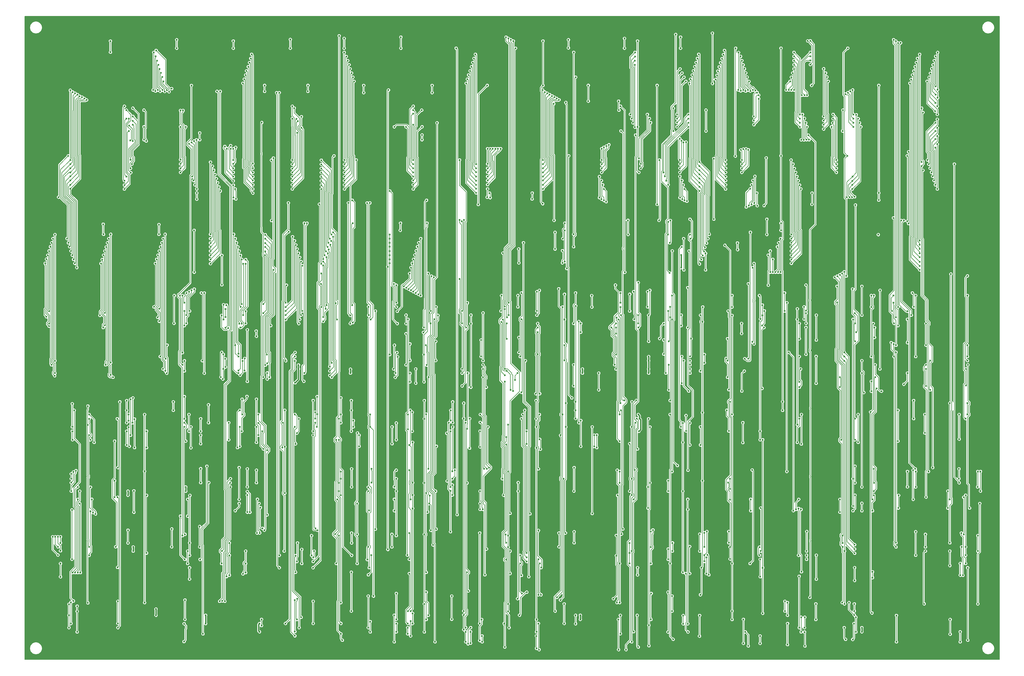
<source format=gbr>
G04 #@! TF.GenerationSoftware,KiCad,Pcbnew,5.1.2-f72e74a~84~ubuntu18.04.1*
G04 #@! TF.CreationDate,2019-07-21T21:18:24+01:00*
G04 #@! TF.ProjectId,cisc-8,63697363-2d38-42e6-9b69-6361645f7063,rev?*
G04 #@! TF.SameCoordinates,Original*
G04 #@! TF.FileFunction,Copper,L2,Bot*
G04 #@! TF.FilePolarity,Positive*
%FSLAX46Y46*%
G04 Gerber Fmt 4.6, Leading zero omitted, Abs format (unit mm)*
G04 Created by KiCad (PCBNEW 5.1.2-f72e74a~84~ubuntu18.04.1) date 2019-07-21 21:18:24*
%MOMM*%
%LPD*%
G04 APERTURE LIST*
%ADD10C,0.600000*%
%ADD11C,0.400000*%
%ADD12C,0.200000*%
G04 APERTURE END LIST*
D10*
X125000000Y-135300000D03*
X123955000Y-140745000D03*
X125000000Y-136524999D03*
X242400000Y-101530001D03*
X242400000Y-105400000D03*
X140950000Y-136594999D03*
X140950000Y-137794999D03*
X72700000Y-174000000D03*
X72700000Y-175259990D03*
X297815000Y-215900000D03*
X297815000Y-217170000D03*
X211455000Y-212090000D03*
X211455000Y-213360000D03*
X90400010Y-172720000D03*
X90424000Y-173990001D03*
X81280000Y-212090000D03*
X81280000Y-210185000D03*
X74295000Y-191135000D03*
X74295000Y-192405000D03*
X229623088Y-151738017D03*
X229235000Y-150495000D03*
X229400040Y-155636814D03*
X232410000Y-132715000D03*
X232410000Y-133985000D03*
X232410000Y-136524999D03*
X232410000Y-137794999D03*
X212090000Y-136525000D03*
X212090000Y-137795000D03*
X96520000Y-212089999D03*
X96520000Y-214630000D03*
X113030000Y-214630000D03*
X113030000Y-217170000D03*
X179705000Y-210185000D03*
X162560000Y-210185000D03*
X196850000Y-189230000D03*
X128270000Y-210185000D03*
X111125000Y-210185000D03*
X93980000Y-210185000D03*
X196850000Y-210185000D03*
X213995000Y-210185000D03*
X247015000Y-210250000D03*
X213995000Y-189230000D03*
X213995000Y-189230000D03*
X231140000Y-189230000D03*
X247015000Y-189230000D03*
X265430000Y-189230000D03*
X282575000Y-189230000D03*
X299720000Y-189230000D03*
X316230000Y-189230000D03*
X332105000Y-169545000D03*
X299720000Y-169545000D03*
X282575000Y-169545000D03*
X231140000Y-169545000D03*
X213995000Y-169545000D03*
X196850000Y-169545000D03*
X61595000Y-37465000D03*
X67310000Y-43180000D03*
X78740000Y-37465000D03*
X95885000Y-37465000D03*
X113030000Y-37465000D03*
X130175000Y-37465000D03*
X147320000Y-37465000D03*
X164465000Y-37465000D03*
X181610000Y-37465000D03*
X198755000Y-37465000D03*
X215900000Y-37465000D03*
X233045000Y-37465000D03*
X250190000Y-37465000D03*
X267335000Y-37465000D03*
X284480000Y-37465000D03*
X301625000Y-37465000D03*
X233045000Y-70485000D03*
X250190000Y-70485000D03*
X267335000Y-70485000D03*
X284480000Y-70485000D03*
X301625000Y-70485000D03*
X61595000Y-70485000D03*
X78740000Y-70485000D03*
X95885000Y-70485000D03*
X113030000Y-70485000D03*
X130175000Y-70485000D03*
X147320000Y-70485000D03*
X164465000Y-70485000D03*
X181610000Y-70485000D03*
X198755000Y-70485000D03*
X215900000Y-70485000D03*
X299720000Y-55245000D03*
X283210000Y-55245000D03*
X231140000Y-55245000D03*
X248944992Y-55245000D03*
X75665000Y-55225000D03*
X92865000Y-55225000D03*
X127165000Y-55125000D03*
X161465000Y-55225000D03*
X181610000Y-93345000D03*
X147320000Y-93345000D03*
X130175000Y-93345000D03*
X113030000Y-93345000D03*
X95885000Y-93345000D03*
X78740000Y-93345000D03*
X61595000Y-93345000D03*
X59690000Y-115570000D03*
X76835000Y-115570000D03*
X93980000Y-115570000D03*
X111125000Y-115570000D03*
X111125000Y-130810000D03*
X93980000Y-130810000D03*
X76835000Y-130810000D03*
X59690000Y-130810000D03*
X128100000Y-115600000D03*
X145200000Y-115600000D03*
X162300000Y-115600000D03*
X128100000Y-130800000D03*
X145500000Y-130800000D03*
X162600000Y-130800000D03*
X179500000Y-130800000D03*
X123700000Y-137800000D03*
X141000000Y-135200000D03*
X267100000Y-93400000D03*
X284100000Y-93300000D03*
X301300000Y-93300000D03*
X247015000Y-93345000D03*
X196850000Y-93345000D03*
X213995000Y-93345000D03*
X233045000Y-93345000D03*
X179680000Y-148570000D03*
X179680000Y-148570000D03*
X196825000Y-148570000D03*
X213970000Y-148570000D03*
X231115000Y-148570000D03*
X247015000Y-148590000D03*
X282575000Y-148590000D03*
X299720000Y-148590000D03*
X299500000Y-130800000D03*
X282400000Y-130800000D03*
X265335000Y-130800000D03*
X196850000Y-130810000D03*
X213995000Y-130810000D03*
X231140000Y-130810000D03*
X247015000Y-130810000D03*
X196850000Y-115570000D03*
X265430000Y-115570000D03*
X282448000Y-115443000D03*
X247015000Y-115570000D03*
X231140000Y-115570000D03*
X179705000Y-115570000D03*
X299720000Y-115443000D03*
X213995000Y-115570000D03*
X162800000Y-93350000D03*
X145150000Y-93950000D03*
X316230000Y-115570000D03*
X332105000Y-115570000D03*
X332105000Y-130810000D03*
X316230000Y-130810000D03*
X316230000Y-148590000D03*
X332105000Y-148590000D03*
X332105000Y-189230000D03*
X162560000Y-148590000D03*
X145415000Y-148590000D03*
X128270000Y-148590000D03*
X111125000Y-148590000D03*
X93980000Y-148590000D03*
X76835000Y-148590000D03*
X59690000Y-169545000D03*
X93980000Y-169545000D03*
X111125000Y-169545000D03*
X128270000Y-169545000D03*
X145415000Y-169545000D03*
X162560000Y-169545000D03*
X311925000Y-196240000D03*
X325855000Y-38100000D03*
X330655000Y-38100000D03*
X321055000Y-38100000D03*
X145409990Y-210185000D03*
X247030000Y-169545000D03*
X179705000Y-189230000D03*
X76835000Y-169545000D03*
X59690000Y-148590000D03*
X179705000Y-169545000D03*
X231140000Y-210185000D03*
X265430000Y-169545000D03*
X316230000Y-210185000D03*
X59690000Y-189230000D03*
X76835000Y-189230000D03*
X93980000Y-189230000D03*
X111125000Y-189230000D03*
X128270000Y-189230000D03*
X145415000Y-189230000D03*
X162560000Y-189230000D03*
X332105000Y-210185000D03*
X192010000Y-97790000D03*
X76835000Y-210185000D03*
X59690000Y-210185000D03*
X265430000Y-210185000D03*
X282575000Y-210185000D03*
X299720000Y-210185000D03*
X106800000Y-212100000D03*
X106800000Y-215900000D03*
X109400000Y-213300000D03*
X206900000Y-192400000D03*
X311800000Y-174000000D03*
X316230000Y-169545000D03*
X206900000Y-193700000D03*
X206900000Y-194900000D03*
X206900000Y-196200000D03*
X206900000Y-197500000D03*
X278175000Y-196225000D03*
X295600000Y-196175000D03*
X192278000Y-155574999D03*
X265430000Y-148590000D03*
X61595000Y-55880000D03*
X113030000Y-55880000D03*
X181610000Y-55880000D03*
X198755000Y-55880000D03*
X215900000Y-55880000D03*
X80600000Y-39370001D03*
X80400000Y-50930001D03*
X55000000Y-51000000D03*
X55000000Y-72400000D03*
X139030000Y-39370000D03*
X139100000Y-72400000D03*
X256000000Y-72400000D03*
X255669999Y-38769999D03*
X277000000Y-39370001D03*
X278800000Y-58400000D03*
X226808018Y-58400000D03*
X228230000Y-39370000D03*
X53999940Y-96500000D03*
X123180001Y-95919999D03*
X121100000Y-117500000D03*
X209400000Y-95200000D03*
X209430000Y-39370000D03*
X276100000Y-72400000D03*
X276200000Y-95250001D03*
X81200000Y-40600000D03*
X81136268Y-51242913D03*
X55715543Y-51530001D03*
X55000000Y-73700000D03*
X139100000Y-73700000D03*
X139660000Y-40640000D03*
X256000000Y-73600000D03*
X255360001Y-40039999D03*
X277000000Y-40600000D03*
X278800000Y-59700000D03*
X227208028Y-59700000D03*
X228260000Y-40640000D03*
X54399950Y-97800000D03*
X123780001Y-97189999D03*
X121100000Y-118700000D03*
X276700000Y-73659999D03*
X276200000Y-96500000D03*
X81600010Y-41910001D03*
X81872534Y-50930001D03*
X56470418Y-51930011D03*
X55000000Y-74900000D03*
X139100000Y-74929999D03*
X140090000Y-41910000D03*
X256000000Y-74900000D03*
X254909999Y-41309999D03*
X277000000Y-41900000D03*
X278800000Y-61000000D03*
X227608038Y-61000000D03*
X228210000Y-41910000D03*
X54799960Y-99000000D03*
X124180011Y-98459999D03*
X121100000Y-120000000D03*
X277100010Y-74999999D03*
X276200000Y-97800000D03*
X82000020Y-43180001D03*
X82582561Y-51298600D03*
X57205664Y-52330021D03*
X55000000Y-76200000D03*
X139100000Y-76200000D03*
X140520000Y-43180000D03*
X256000000Y-76200000D03*
X254479999Y-42579999D03*
X277000000Y-43180003D03*
X278800000Y-62200000D03*
X228208038Y-62313137D03*
X228180000Y-43180000D03*
X55199970Y-100300000D03*
X124580021Y-99729999D03*
X121100000Y-121300000D03*
X277500020Y-76199999D03*
X276200000Y-99060001D03*
X82400030Y-44450001D03*
X83292586Y-50930001D03*
X57846146Y-52809381D03*
X55000000Y-77400000D03*
X139100000Y-77469999D03*
X140850000Y-44450000D03*
X256000000Y-77500000D03*
X254049999Y-43849999D03*
X276999970Y-44450001D03*
X276999970Y-50930001D03*
X295000000Y-50900000D03*
X295200000Y-58400000D03*
X242050000Y-44450000D03*
X241099968Y-58400000D03*
X55599980Y-101600000D03*
X124980031Y-100999999D03*
X125100000Y-122600000D03*
X277900030Y-77469999D03*
X276200000Y-100300000D03*
X82800040Y-45650001D03*
X83959442Y-51371935D03*
X58621737Y-53130041D03*
X55000000Y-78700000D03*
X139100000Y-78739999D03*
X141280000Y-45720000D03*
X256000000Y-78700000D03*
X253619999Y-45119999D03*
X276599960Y-45700000D03*
X276199967Y-50930001D03*
X294284456Y-51330009D03*
X295200000Y-59700000D03*
X242650000Y-45720000D03*
X241100000Y-59700000D03*
X55999990Y-102900000D03*
X125380041Y-102269999D03*
X125380041Y-121300000D03*
X278300040Y-78739999D03*
X276200000Y-101600000D03*
X83200050Y-46920001D03*
X84652224Y-50971865D03*
X59324057Y-53530051D03*
X55000000Y-80000000D03*
X139100000Y-80009999D03*
X141690000Y-46990000D03*
X256000000Y-80000000D03*
X253389999Y-46389999D03*
X276199950Y-46990001D03*
X275400000Y-50900000D03*
X293529577Y-51730019D03*
X295200000Y-61000000D03*
X243250000Y-46990000D03*
X241100000Y-60900000D03*
X56400000Y-104100000D03*
X125780051Y-103539999D03*
X125780051Y-120000000D03*
X209400000Y-99000000D03*
X210010000Y-46990000D03*
X278700050Y-80079999D03*
X276200000Y-102870001D03*
X83600060Y-48260001D03*
X85297511Y-51444738D03*
X59997161Y-53962410D03*
X55000000Y-81200000D03*
X139100000Y-81300000D03*
X142060000Y-48260000D03*
X256000000Y-81300000D03*
X252959999Y-47659999D03*
X275799940Y-48260005D03*
X274599997Y-50900000D03*
X292785694Y-52130029D03*
X295200000Y-62200000D03*
X243850000Y-48260000D03*
X241100000Y-62200000D03*
X57000000Y-105400000D03*
X126180061Y-104809999D03*
X126180061Y-118700000D03*
X279100060Y-81279999D03*
X276200000Y-104100000D03*
X101500000Y-192405010D03*
X101000000Y-51330009D03*
X114600000Y-51330009D03*
X114600000Y-49500000D03*
X111000000Y-82550001D03*
X107939999Y-48860001D03*
X179500000Y-82500000D03*
X176460001Y-48860001D03*
X244960001Y-48860001D03*
X98000000Y-104200000D03*
X101000060Y-81900000D03*
X132000000Y-81279995D03*
X132000000Y-104200000D03*
X81099940Y-104139999D03*
X80675000Y-117475000D03*
X248000000Y-104300000D03*
X247999989Y-81915000D03*
X111000000Y-81300000D03*
X108390001Y-47590001D03*
X179500000Y-81210001D03*
X176809999Y-47590001D03*
X248000000Y-80645000D03*
X245290001Y-47590001D03*
X98000000Y-102900000D03*
X100600050Y-80680000D03*
X132019604Y-80079995D03*
X81499950Y-102869999D03*
X81815001Y-120684999D03*
X132600000Y-102777180D03*
X248600000Y-102900000D03*
X111000000Y-80000000D03*
X108779999Y-46320001D03*
X179500000Y-80000000D03*
X177179999Y-46320001D03*
X248000000Y-79375000D03*
X245779999Y-46320001D03*
X98000000Y-101600000D03*
X100200040Y-79400000D03*
X132000000Y-78809999D03*
X133000010Y-101600000D03*
X81899960Y-101599999D03*
X82285001Y-121885001D03*
X249000010Y-101700000D03*
X111000000Y-78700000D03*
X109050001Y-45050001D03*
X179500000Y-78740001D03*
X177650005Y-45050005D03*
X248000000Y-78105000D03*
X246150001Y-45050001D03*
X98000000Y-100329999D03*
X99800030Y-78140000D03*
X132000000Y-77539999D03*
X133400020Y-100400000D03*
X82299970Y-100329999D03*
X82275001Y-118075001D03*
X249400020Y-100400000D03*
X111000000Y-77500000D03*
X109599974Y-43780001D03*
X179500000Y-77470001D03*
X178080001Y-43780001D03*
X248000000Y-76835000D03*
X246580001Y-43780001D03*
X98000000Y-99059999D03*
X99400020Y-76870000D03*
X132000000Y-76269999D03*
X133900000Y-99100000D03*
X82699980Y-99059999D03*
X82585000Y-132715000D03*
X249648259Y-99165010D03*
X111000000Y-76200000D03*
X109989999Y-42510001D03*
X179500000Y-76130001D03*
X178489999Y-42510001D03*
X248000000Y-75565000D03*
X246989995Y-42510005D03*
X98000000Y-97859999D03*
X99000010Y-75530000D03*
X132000000Y-74999999D03*
X134200040Y-97800000D03*
X83099990Y-97800000D03*
X83425000Y-136525000D03*
X250200040Y-97900000D03*
X111000000Y-74900000D03*
X110359999Y-41240001D03*
X179500000Y-74900000D03*
X178840001Y-41240001D03*
X248000000Y-74295000D03*
X247359999Y-41240001D03*
X98000000Y-96519999D03*
X98600000Y-74300000D03*
X132000000Y-73729999D03*
X134600050Y-96500000D03*
X83500000Y-96519999D03*
X84174999Y-137125001D03*
X250600050Y-96500000D03*
X110629999Y-39970001D03*
X110999994Y-73500000D03*
X179500000Y-73660001D03*
X179270001Y-39970001D03*
X248000000Y-73025000D03*
X247770001Y-39970001D03*
X98000000Y-95200000D03*
X98000000Y-73060000D03*
X132000000Y-72459986D03*
X135100000Y-95250001D03*
X84100000Y-95200000D03*
X84209271Y-133360727D03*
X251000060Y-95200000D03*
X189500000Y-116200000D03*
X190900000Y-35889990D03*
X105000000Y-35889990D03*
X105000000Y-38100000D03*
X189500000Y-120000000D03*
X190137320Y-35489980D03*
X122500000Y-35400000D03*
X122500000Y-38100000D03*
X101399980Y-196200000D03*
X100000000Y-51330009D03*
X127865000Y-51330009D03*
X127900000Y-49500000D03*
X119100000Y-197500000D03*
X118299997Y-51730019D03*
X145000000Y-51730019D03*
X145000000Y-49530001D03*
X189000000Y-120700000D03*
X189383074Y-35089970D03*
X139000000Y-35089970D03*
X139000000Y-38100000D03*
X188299999Y-117319043D03*
X188666762Y-34689960D03*
X156400000Y-34689960D03*
X156400000Y-38100000D03*
X119100000Y-193700000D03*
X119100000Y-51730019D03*
X166000000Y-51730019D03*
X166000000Y-49530001D03*
X182900000Y-49500000D03*
X282550000Y-82550000D03*
X282500000Y-86000000D03*
X121900000Y-85550043D03*
X120600000Y-192400000D03*
X180149500Y-86042500D03*
X173355000Y-38100000D03*
X173672500Y-181200060D03*
X291099980Y-180467000D03*
X291099980Y-176530000D03*
X191579500Y-38100000D03*
X189900000Y-180800050D03*
X297815000Y-180025010D03*
X297815000Y-177736500D03*
X200000000Y-49530001D03*
X200000000Y-35889990D03*
X282400000Y-49500000D03*
X282000000Y-35800000D03*
X131400000Y-85950053D03*
X129500000Y-195600000D03*
X199900000Y-85817010D03*
X87630000Y-38100000D03*
X87630000Y-35489980D03*
X240713145Y-33874585D03*
X237680500Y-137795000D03*
X92165000Y-49530001D03*
X89400000Y-187654990D03*
X129000000Y-187654990D03*
X129000000Y-193700000D03*
X308900000Y-117500000D03*
X308900000Y-36500000D03*
X207800000Y-35489980D03*
X207800000Y-38000000D03*
X152400000Y-105165025D03*
X152600000Y-50930001D03*
X213900000Y-49500000D03*
X213900000Y-54330071D03*
X152400000Y-191900000D03*
X261010000Y-72390000D03*
X218000000Y-68909990D03*
X218000000Y-72400000D03*
X260700000Y-69300021D03*
X317954940Y-72400000D03*
X320355000Y-61000000D03*
X261000000Y-73660001D03*
X218679930Y-68488447D03*
X218000000Y-73700000D03*
X261460074Y-69050389D03*
X318354950Y-73700000D03*
X320955000Y-59900000D03*
X261000000Y-74900000D03*
X219448257Y-68109970D03*
X218000000Y-74900000D03*
X262254866Y-68959150D03*
X318754960Y-74900000D03*
X320355000Y-63500000D03*
X261000000Y-76200000D03*
X262997791Y-69255935D03*
X220211812Y-67700000D03*
X218000000Y-76200000D03*
X319154970Y-76200000D03*
X320955000Y-62500000D03*
X265000000Y-77400001D03*
X264800000Y-85600030D03*
X217300000Y-83950001D03*
X217300000Y-77500000D03*
X319554980Y-77400000D03*
X320355000Y-66000000D03*
X264400000Y-78700000D03*
X263999997Y-86000040D03*
X217955387Y-84408771D03*
X217900000Y-78700000D03*
X319954990Y-78700000D03*
X320955000Y-65000000D03*
X263999990Y-80000000D03*
X263142951Y-86400050D03*
X218300000Y-80000000D03*
X320355000Y-80000000D03*
X320355000Y-68600000D03*
X218687751Y-84798534D03*
X263599980Y-81210001D03*
X218700010Y-81300000D03*
X320955000Y-81300000D03*
X320955000Y-67500000D03*
X262342948Y-86800048D03*
X219379748Y-85199979D03*
X251996501Y-48929999D03*
X251968000Y-33489930D03*
X137477500Y-34289950D03*
X136588500Y-196215000D03*
X265600000Y-82550001D03*
X265724265Y-86424265D03*
X235000000Y-49500000D03*
X235000000Y-85999990D03*
X146064232Y-85579954D03*
X146685000Y-197485000D03*
X263179314Y-48300000D03*
X204923917Y-53930061D03*
X200000000Y-81300000D03*
X265151582Y-51095464D03*
X317854950Y-48244339D03*
X320255000Y-57400000D03*
X262600050Y-46955000D03*
X204221548Y-53530051D03*
X200000000Y-80000000D03*
X264368879Y-50930001D03*
X318454950Y-47000000D03*
X320955000Y-58400000D03*
X262200040Y-45685000D03*
X203518453Y-53130041D03*
X200000000Y-78700000D03*
X263618265Y-51206733D03*
X318854960Y-45800000D03*
X320355000Y-54900000D03*
X261800030Y-44415000D03*
X202786614Y-52730031D03*
X200000000Y-77500000D03*
X262867650Y-50930001D03*
X319254970Y-44400000D03*
X320955000Y-55900000D03*
X261400020Y-43200000D03*
X202035295Y-52330021D03*
X200000000Y-76200000D03*
X262141246Y-51265172D03*
X319654980Y-43200000D03*
X320455000Y-52300000D03*
X261000010Y-41900000D03*
X201292865Y-51930011D03*
X200000000Y-74900000D03*
X261414841Y-50930001D03*
X320054990Y-41900000D03*
X321055000Y-53300000D03*
X260600000Y-40605000D03*
X200543075Y-51530001D03*
X200000000Y-73700000D03*
X260657421Y-51187522D03*
X320455000Y-40600000D03*
X320455000Y-49800000D03*
X260000000Y-39405000D03*
X199900000Y-50930001D03*
X200000000Y-72400000D03*
X259900000Y-50869903D03*
X321055000Y-39400000D03*
X321055000Y-50800000D03*
X123955000Y-131445000D03*
X121000000Y-214600000D03*
X153000000Y-95249999D03*
X153000000Y-96500000D03*
X153000000Y-97800000D03*
X153000000Y-99025000D03*
X153000000Y-100300000D03*
X153000000Y-101600000D03*
X153000000Y-102900000D03*
X153000000Y-104105000D03*
X153000000Y-132100000D03*
X123885000Y-132715000D03*
X123900000Y-218400000D03*
X107112149Y-138414579D03*
X107824264Y-133999999D03*
X134800000Y-98400000D03*
X135224713Y-134600000D03*
X102554999Y-133384999D03*
X102600000Y-135900000D03*
X134300000Y-99800000D03*
X134600000Y-135800000D03*
X47299940Y-104100000D03*
X47692861Y-120507089D03*
X48099960Y-101600000D03*
X48499970Y-122600000D03*
X101954999Y-132045001D03*
X101900000Y-136500000D03*
X101800002Y-139600000D03*
X134600000Y-138500000D03*
X135600000Y-95900000D03*
X135000000Y-97200000D03*
X108500000Y-133315000D03*
X108424264Y-137000000D03*
X134600000Y-137100000D03*
X122000000Y-94400000D03*
X121100000Y-134000000D03*
X123900000Y-134000000D03*
X125200000Y-215900000D03*
X82200000Y-92200000D03*
X126800000Y-91769990D03*
X126635000Y-140299990D03*
X82200000Y-95200000D03*
X136424743Y-116300000D03*
X135619999Y-94580001D03*
X135166371Y-139065001D03*
X127600000Y-91769990D03*
X65200000Y-95200000D03*
X65100000Y-92100000D03*
X126800010Y-137795000D03*
X121100000Y-116205001D03*
X121300000Y-110794910D03*
X155000000Y-110794910D03*
X155000000Y-116200000D03*
X167800010Y-120078500D03*
X167225011Y-185654940D03*
X209550000Y-186454960D03*
X209550000Y-189865000D03*
X102000000Y-116800000D03*
X102000000Y-121300000D03*
X134000000Y-101000000D03*
X132600000Y-121900000D03*
X133624702Y-102200000D03*
X133600000Y-116900000D03*
X108800000Y-118800000D03*
X108800000Y-122500000D03*
X133300000Y-118000000D03*
X132600000Y-103577193D03*
X102600000Y-118100000D03*
X102600000Y-120564682D03*
X132600000Y-120600000D03*
X132577196Y-104777205D03*
X112100000Y-126495001D03*
X206700000Y-91769990D03*
X206100000Y-96500000D03*
X163300000Y-125300000D03*
X112022388Y-124875527D03*
X164422021Y-91769990D03*
X115400000Y-139600000D03*
X115400000Y-137725001D03*
X140900000Y-122600000D03*
X142710000Y-72390000D03*
X116500000Y-123200000D03*
X117300000Y-71800000D03*
X159499940Y-105410001D03*
X157297345Y-111194920D03*
X93033784Y-111994940D03*
X91600010Y-118745001D03*
X205975198Y-100226668D03*
X205953001Y-103970010D03*
X159099930Y-107210010D03*
X155300000Y-118800000D03*
X93000000Y-106810001D03*
X92980000Y-93980000D03*
X206700000Y-103570000D03*
X206700000Y-94000000D03*
X117336815Y-106110000D03*
X116100000Y-139064999D03*
X203700000Y-99700000D03*
X203700000Y-94600000D03*
X164800021Y-107210010D03*
X192565000Y-99700000D03*
X192600000Y-103970010D03*
X163500000Y-132100000D03*
X187899980Y-175260000D03*
X163512500Y-140464988D03*
X188277500Y-140420946D03*
X187699970Y-100965000D03*
X187499970Y-170180000D03*
X240000000Y-56500000D03*
X240024267Y-63524276D03*
X282000000Y-39370001D03*
X279400000Y-52530039D03*
X264700000Y-59000000D03*
X265700000Y-51699987D03*
X232020000Y-58420000D03*
X229399990Y-71908806D03*
X282000000Y-40600000D03*
X280200003Y-52530039D03*
X264700000Y-60300000D03*
X266200000Y-52500000D03*
X232620000Y-59690000D03*
X230000000Y-73600000D03*
X282000000Y-41840001D03*
X281000006Y-52530039D03*
X266200000Y-53600000D03*
X264700000Y-61560010D03*
X233020010Y-60960000D03*
X230000000Y-74900000D03*
X282000000Y-43110001D03*
X229000000Y-35889990D03*
X229000000Y-62200000D03*
X229400000Y-76200000D03*
X281201957Y-35856086D03*
X146500000Y-117400000D03*
X146515000Y-120015000D03*
X158000000Y-120000000D03*
X158000000Y-122600000D03*
X207010000Y-54730081D03*
X223200000Y-54330071D03*
X223300000Y-57100000D03*
X316555010Y-57800000D03*
X316155000Y-74260000D03*
X207300000Y-105700000D03*
X164900000Y-139000002D03*
X164800000Y-167169970D03*
X147400000Y-167169970D03*
X147400000Y-171400000D03*
X165500012Y-122519041D03*
X318262000Y-167969990D03*
X333375000Y-167969990D03*
X333311500Y-172720000D03*
X166516547Y-108410038D03*
X287500020Y-48260001D03*
X286100000Y-62900000D03*
X244599930Y-62200000D03*
X238400000Y-80000000D03*
X287100010Y-46920001D03*
X286100000Y-61600000D03*
X244599930Y-60960001D03*
X237800000Y-78775000D03*
X286700000Y-45720001D03*
X286100000Y-60300000D03*
X244599930Y-59700000D03*
X237399979Y-77435000D03*
X286100000Y-44400000D03*
X286100000Y-59020000D03*
X244599930Y-58420001D03*
X236999968Y-76200000D03*
X250000000Y-63500000D03*
X250000000Y-57100000D03*
X289000002Y-58400000D03*
X290000032Y-72400000D03*
X279600003Y-58400000D03*
X242000000Y-72400000D03*
X241963422Y-65857387D03*
X279199750Y-66199746D03*
X290000000Y-73659999D03*
X289000000Y-59700000D03*
X280200003Y-59620000D03*
X242000000Y-73625000D03*
X242483401Y-66465368D03*
X280023741Y-66224298D03*
X290000000Y-74929999D03*
X288899998Y-61000000D03*
X280600013Y-61000000D03*
X242000000Y-74900000D03*
X243103167Y-66971242D03*
X280821941Y-66170485D03*
X290000000Y-76200000D03*
X288500000Y-62200000D03*
X281000023Y-62200000D03*
X281622428Y-66170001D03*
X242000000Y-76200000D03*
X243900000Y-66900000D03*
X297500020Y-62200000D03*
X294900000Y-81300000D03*
X295591968Y-83686862D03*
X243400020Y-81300000D03*
X244164045Y-85034358D03*
X297100010Y-61000000D03*
X294900000Y-80009999D03*
X294800006Y-83800000D03*
X243000010Y-80045000D03*
X243401668Y-84791870D03*
X296700000Y-59700000D03*
X294900000Y-78800000D03*
X294000003Y-83800000D03*
X242600000Y-78705000D03*
X242706976Y-84395106D03*
X296100000Y-58499998D03*
X294930000Y-77470000D03*
X242000000Y-77435000D03*
X293200000Y-83799988D03*
X242013522Y-83936479D03*
X293400000Y-71100000D03*
X293500000Y-38100000D03*
X293052500Y-107978500D03*
X330200000Y-107950000D03*
X329600000Y-151744765D03*
X136824753Y-121300000D03*
X166700022Y-121275000D03*
X166250000Y-190500000D03*
X135890000Y-71120000D03*
X123100000Y-81300000D03*
X125909997Y-62481414D03*
X123100000Y-80000000D03*
X125900000Y-59100000D03*
X123700000Y-56465687D03*
X123100000Y-78700000D03*
X123100000Y-77500000D03*
X124799990Y-60500000D03*
X123100000Y-76200000D03*
X124600032Y-64039397D03*
X123100000Y-75000000D03*
X124384860Y-59764673D03*
X123100000Y-55900000D03*
X123100000Y-73700000D03*
X123099986Y-72400000D03*
X123090959Y-59694364D03*
X160200000Y-73700000D03*
X160199988Y-58200012D03*
X263700000Y-176500000D03*
X263700000Y-180000020D03*
X164600010Y-180400021D03*
X167500000Y-61000000D03*
X160200000Y-61600000D03*
X160200012Y-72400000D03*
X154400000Y-62230000D03*
X160200000Y-76200000D03*
X160200000Y-74900000D03*
X160200000Y-55900000D03*
X162800000Y-57100000D03*
X160200000Y-80000000D03*
X162900000Y-62200000D03*
X160200000Y-81300000D03*
X157975735Y-62224265D03*
X160200000Y-77500000D03*
X160200000Y-57100004D03*
X160200000Y-78700000D03*
X74200000Y-56500000D03*
X73905766Y-73630766D03*
X88800000Y-57200000D03*
X88800000Y-73600000D03*
X183000000Y-74930001D03*
X183800003Y-68909990D03*
X105000000Y-73600000D03*
X105737592Y-68509980D03*
X74200021Y-60360000D03*
X73500000Y-72300000D03*
X88800000Y-62200000D03*
X88800000Y-72300000D03*
X183000000Y-73600000D03*
X105000000Y-68909990D03*
X105000000Y-72400000D03*
X183000000Y-68909990D03*
X74200000Y-61600000D03*
X73564140Y-76269999D03*
X90400011Y-62200000D03*
X88800000Y-76200000D03*
X183000000Y-77470001D03*
X185399883Y-68901108D03*
X104186729Y-67986729D03*
X105000000Y-76200000D03*
X74200021Y-59020000D03*
X73500000Y-74929999D03*
X89600003Y-57200000D03*
X88800000Y-74900000D03*
X183000000Y-76130001D03*
X184599894Y-68896672D03*
X104199997Y-68909990D03*
X105000000Y-74900000D03*
X93200000Y-80000000D03*
X92930778Y-66570010D03*
X78293527Y-66570010D03*
X77600000Y-57100000D03*
X183000000Y-81280003D03*
X105100010Y-83950001D03*
X105014505Y-80091297D03*
X182862725Y-83823435D03*
X73000003Y-59700000D03*
X71600000Y-80079999D03*
X93800000Y-81300000D03*
X93700000Y-66200000D03*
X77600000Y-66170001D03*
X77600000Y-62200000D03*
X183800001Y-83950000D03*
X105600000Y-81300000D03*
X105790144Y-84354642D03*
X183600064Y-82549899D03*
X73000020Y-63500000D03*
X71600000Y-81300000D03*
X92399980Y-77500000D03*
X91463026Y-67370030D03*
X74200033Y-66570010D03*
X73100000Y-61800000D03*
X183000000Y-78670001D03*
X186200000Y-68900000D03*
X102999996Y-68891300D03*
X105000000Y-77500000D03*
X72200000Y-59700000D03*
X72200000Y-77500000D03*
X92799990Y-78700000D03*
X92186207Y-66970020D03*
X73400030Y-66400000D03*
X72200000Y-57100000D03*
X183000000Y-79940001D03*
X187000000Y-68900000D03*
X102404168Y-68214820D03*
X105000000Y-78800000D03*
X71600000Y-55900000D03*
X71600000Y-78739999D03*
X116700000Y-72459999D03*
X116736816Y-90969970D03*
X175107187Y-91169990D03*
X175200001Y-118700000D03*
X207900000Y-71120000D03*
X313690000Y-146200001D03*
X313690000Y-151765000D03*
X208839985Y-145386500D03*
X51399941Y-83792258D03*
X54380000Y-71120000D03*
X141660929Y-122287615D03*
X141500000Y-84750033D03*
X158600000Y-121284999D03*
X158400000Y-193625000D03*
X308900000Y-123200000D03*
X308234358Y-35900000D03*
X242200000Y-34689960D03*
X242200000Y-38100000D03*
X259000000Y-71200000D03*
X259100000Y-38100000D03*
X295700000Y-151765000D03*
X295700000Y-158245010D03*
X327660000Y-158051500D03*
X327660000Y-150495000D03*
X295846500Y-86200031D03*
X267800000Y-86399999D03*
X268478000Y-71755000D03*
X308300000Y-120700000D03*
X307557654Y-35473299D03*
X225000000Y-35089970D03*
X225000000Y-38100000D03*
X273000000Y-71100000D03*
X273000000Y-38100000D03*
X273494500Y-149225000D03*
X273500001Y-146552499D03*
X330200000Y-147014990D03*
X330200000Y-150431500D03*
X50300000Y-95300000D03*
X50300000Y-134000000D03*
X49700000Y-96500000D03*
X50300000Y-137800000D03*
X49299990Y-97800000D03*
X50200000Y-138600000D03*
X48899980Y-99000000D03*
X49225798Y-135240027D03*
X47699950Y-102800000D03*
X48499970Y-123400003D03*
X48499970Y-100300000D03*
X48499970Y-118800000D03*
X131997549Y-117485853D03*
X131900000Y-110394900D03*
X154254629Y-110394900D03*
X155000000Y-117500000D03*
X155300000Y-122600000D03*
X153013980Y-81915671D03*
X93800000Y-84420000D03*
X93800000Y-82500000D03*
X163500008Y-123825000D03*
X164274500Y-84750439D03*
X223800000Y-55900000D03*
X165599990Y-118700000D03*
X316155000Y-56500000D03*
X316155000Y-73000000D03*
X165765782Y-108010028D03*
X225101017Y-106840973D03*
X326192500Y-73660000D03*
X327660000Y-171450000D03*
X167200010Y-117475000D03*
X166878000Y-220240011D03*
X327977500Y-220240011D03*
X327977500Y-217170000D03*
X67400000Y-95200000D03*
X67400000Y-134585000D03*
X66800000Y-96519999D03*
X67400000Y-138395000D03*
X66399990Y-97800000D03*
X68115120Y-139065001D03*
X65999980Y-99100000D03*
X65840338Y-135255001D03*
X65599970Y-100329999D03*
X65599970Y-119345000D03*
X65199960Y-101600000D03*
X65599970Y-123155000D03*
X64799950Y-102939999D03*
X65100000Y-123825001D03*
X64399940Y-104155414D03*
X64092002Y-120084999D03*
X155400000Y-132800000D03*
X154685025Y-139085025D03*
X154800000Y-137800000D03*
X155200000Y-131500000D03*
X238400000Y-118744999D03*
X238599990Y-128034960D03*
X181010000Y-127634950D03*
X181010000Y-132714999D03*
X181610000Y-119316500D03*
X181610000Y-133985000D03*
X181610000Y-135255000D03*
X182610010Y-142116020D03*
X278638000Y-142106501D03*
X279023573Y-136525000D03*
X302300011Y-142535018D03*
X301500010Y-173990000D03*
X181610000Y-136461500D03*
X183446603Y-166769960D03*
X301500010Y-167132000D03*
X301561500Y-171450000D03*
X313524997Y-167569980D03*
X313563000Y-176530000D03*
X176700010Y-171500000D03*
X176700010Y-154900000D03*
X176900000Y-137800000D03*
X215100000Y-154300000D03*
X215100000Y-180870009D03*
X244400000Y-179600010D03*
X244400000Y-176500000D03*
X244400000Y-214700000D03*
X278400000Y-179300000D03*
X278400000Y-193700000D03*
X295100000Y-170200000D03*
X309000000Y-179200001D03*
X309100000Y-175300000D03*
X295100000Y-121300000D03*
X280100000Y-121200000D03*
X295150000Y-178574998D03*
X280080728Y-117455729D03*
X177100020Y-204609890D03*
X90170000Y-207409962D03*
X90170000Y-213360000D03*
X181610000Y-139065001D03*
X182753000Y-167169970D03*
X314325000Y-167969990D03*
X314325000Y-172720000D03*
X175800003Y-90769980D03*
X175200000Y-137800000D03*
X273000000Y-93979999D03*
X273000000Y-91769990D03*
X238350000Y-95250001D03*
X238400000Y-91369980D03*
X312154930Y-91900000D03*
X312154930Y-69900000D03*
X238823500Y-107060000D03*
X174399983Y-108867500D03*
X175196500Y-136525000D03*
X148600000Y-185654940D03*
X204899980Y-186854970D03*
X204899980Y-191071500D03*
X148590000Y-118745000D03*
X196700000Y-82549990D03*
X196652058Y-84350028D03*
X147129520Y-121348500D03*
X146900000Y-85550115D03*
X303000000Y-49500000D03*
X303000000Y-82500000D03*
X303000000Y-84700000D03*
X140900000Y-120100000D03*
X140300000Y-85550053D03*
X141500000Y-116934259D03*
X141600000Y-91769990D03*
X156300000Y-91769990D03*
X156220000Y-93980000D03*
X256599980Y-133984999D03*
X256599980Y-127234940D03*
X311785001Y-128432000D03*
X311785001Y-121285000D03*
X167100061Y-133921500D03*
X167100061Y-128034960D03*
X232410000Y-128034960D03*
X232410000Y-120015000D03*
X307099999Y-118745000D03*
X307499980Y-113994990D03*
X232781899Y-112389089D03*
X164300021Y-135300000D03*
X164100030Y-129234990D03*
X206600000Y-129234990D03*
X206600000Y-133900000D03*
X308300000Y-129234990D03*
X307499980Y-116200000D03*
X160972500Y-136525000D03*
X160972500Y-140865010D03*
X283781500Y-132651500D03*
X283781500Y-140906500D03*
X159200000Y-137864999D03*
X159200000Y-140465000D03*
X242570000Y-140865008D03*
X242570000Y-132715000D03*
X245100000Y-95250001D03*
X245100000Y-132700000D03*
X245400000Y-127218000D03*
X301700010Y-126834930D03*
X301700010Y-123825001D03*
X158000000Y-135255000D03*
X158000000Y-125700000D03*
X296100010Y-125225001D03*
X295684501Y-119414999D03*
X159200000Y-133921500D03*
X159200000Y-128834980D03*
X283845000Y-127634950D03*
X283845000Y-120015000D03*
X317500000Y-129234990D03*
X317500000Y-122555000D03*
X162500000Y-96520001D03*
X162500000Y-113994990D03*
X89400000Y-113994990D03*
X89400000Y-131500000D03*
X106600000Y-137800000D03*
X90000000Y-137100000D03*
X90000000Y-134000000D03*
X105100010Y-95200000D03*
X161900000Y-97790001D03*
X161777362Y-113594980D03*
X88600000Y-113994990D03*
X89400000Y-135254999D03*
X105600000Y-96519999D03*
X84600000Y-137814579D03*
X84700000Y-129200000D03*
X106563584Y-132687872D03*
X105600000Y-129200000D03*
X106000010Y-97789999D03*
X101200000Y-139014579D03*
X101442297Y-131430883D03*
X106599990Y-131875734D03*
X161499990Y-99000000D03*
X160985110Y-113194970D03*
X96100000Y-113194970D03*
X96100000Y-137814579D03*
X106600000Y-136999997D03*
X106400031Y-99059999D03*
X161099980Y-100260001D03*
X160215659Y-112794960D03*
X95200000Y-113194970D03*
X95500000Y-133984999D03*
X160699970Y-101530001D03*
X159491370Y-112394950D03*
X90676780Y-113194970D03*
X90000000Y-116204999D03*
X160299960Y-102870001D03*
X158775289Y-111994940D03*
X91463920Y-112794960D03*
X90600000Y-119945001D03*
X159899950Y-104070001D03*
X158042162Y-111594930D03*
X92233781Y-112394950D03*
X90600000Y-122500001D03*
X108000060Y-104200000D03*
X101400000Y-120100000D03*
X103424266Y-123924263D03*
X107599597Y-122625632D03*
X107600050Y-102869999D03*
X107600050Y-116615533D03*
X102600000Y-123900000D03*
X102900000Y-116900012D03*
X107300000Y-117400000D03*
X86816764Y-122516765D03*
X86900000Y-113994990D03*
X101500000Y-110700000D03*
X101500000Y-101669999D03*
X107200053Y-101669999D03*
X90000000Y-123200000D03*
X90000000Y-118745001D03*
X106800041Y-100329999D03*
X106800042Y-122598599D03*
X115275724Y-132075733D03*
X114800000Y-96519999D03*
X115419875Y-134781257D03*
X114800000Y-95319999D03*
X109300000Y-140334999D03*
X109300000Y-124500000D03*
X114200000Y-139000000D03*
X114800000Y-99059999D03*
X114833040Y-135324989D03*
X114800000Y-97859999D03*
X114736765Y-101599999D03*
X114200000Y-116600000D03*
X114800000Y-100399999D03*
X114200000Y-119400000D03*
X108800063Y-104200000D03*
X107200021Y-123800000D03*
X108800000Y-102939999D03*
X108000075Y-120000000D03*
X194010000Y-97790000D03*
X195643500Y-200255020D03*
X146431000Y-199685020D03*
X147348510Y-193675000D03*
X175200001Y-122555000D03*
X226060000Y-90899990D03*
X226123500Y-95250000D03*
X174387773Y-90769969D03*
X223901000Y-63500000D03*
X224500000Y-185599989D03*
X198600000Y-186054950D03*
X199424274Y-197485000D03*
X227800000Y-217125000D03*
X228400000Y-64750000D03*
X307700000Y-122555000D03*
X307499980Y-90169950D03*
X235585000Y-90899990D03*
X235712000Y-72390000D03*
X310700013Y-90969970D03*
X252400061Y-90551000D03*
X252399939Y-71945500D03*
X312985001Y-120014999D03*
X292000000Y-57080001D03*
X291900000Y-63500000D03*
X233100000Y-213375000D03*
X233200000Y-205400000D03*
X281875000Y-206600000D03*
X281400033Y-64770001D03*
X113730000Y-60896500D03*
X115405664Y-181270020D03*
X277607128Y-179600010D03*
X278447500Y-176530000D03*
X162900000Y-64700000D03*
X94700000Y-66170001D03*
X94700000Y-64100000D03*
X162877500Y-66170010D03*
X176400001Y-123800000D03*
X174410000Y-72390000D03*
X67310000Y-39306500D03*
X67310000Y-35889990D03*
X309697642Y-36438597D03*
X311785000Y-118808500D03*
X81336266Y-38770001D03*
X86100000Y-50500000D03*
X203300070Y-55130062D03*
X203400000Y-90900000D03*
X245100000Y-90569960D03*
X245307764Y-96547236D03*
X259659999Y-97859999D03*
X259700000Y-99900000D03*
X192400000Y-171400000D03*
X192400000Y-174000000D03*
X104120000Y-170180000D03*
X100807594Y-207809972D03*
X124615543Y-207009952D03*
X124500000Y-213400000D03*
X192209500Y-207009950D03*
X221598899Y-207008849D03*
X222499990Y-193800000D03*
X222499990Y-187600000D03*
X291900000Y-187654990D03*
X291900000Y-189900000D03*
X289506133Y-108410039D03*
X269699988Y-106810001D03*
X269700000Y-100300000D03*
X244800000Y-100330000D03*
X244475000Y-167569980D03*
X209550000Y-166769960D03*
X209486500Y-173990000D03*
X264160000Y-167513000D03*
X263525000Y-196215000D03*
X104050000Y-171450000D03*
X101600000Y-207700000D03*
X123900000Y-207400000D03*
X123900000Y-217100000D03*
X205353880Y-207409960D03*
X206300000Y-170200000D03*
X291789253Y-208209980D03*
X291900000Y-191100000D03*
X269099988Y-101600000D03*
X290199960Y-111166470D03*
X269113000Y-110794910D03*
X195000000Y-193000000D03*
X194400000Y-149200000D03*
X195000000Y-194300000D03*
X193800000Y-150495001D03*
X195000000Y-195600000D03*
X193399990Y-151800000D03*
X257400000Y-191150000D03*
X257400000Y-194825000D03*
X255800000Y-98565000D03*
X249880740Y-101039461D03*
X249872500Y-106110000D03*
X325120000Y-107378500D03*
X324802500Y-189865000D03*
X239649000Y-100295000D03*
X241217683Y-166154047D03*
X327596500Y-167169970D03*
X327596500Y-170180000D03*
X238884457Y-97800000D03*
X239096040Y-90969970D03*
X311754920Y-91184423D03*
X311754920Y-71100000D03*
X129476500Y-197500000D03*
X131977196Y-107210010D03*
X243205000Y-106100000D03*
X243141500Y-96520000D03*
X302850000Y-95300000D03*
X263619999Y-94580001D03*
X261874000Y-133350000D03*
X256159000Y-133286500D03*
X256599980Y-139064999D03*
X315555000Y-106100000D03*
X312554940Y-48860000D03*
X315555000Y-104900000D03*
X312954950Y-47660000D03*
X315555000Y-103600000D03*
X313354960Y-46320000D03*
X315555000Y-102200000D03*
X313754970Y-45100000D03*
X315555000Y-101000000D03*
X314154980Y-43800000D03*
X315555000Y-99700000D03*
X314554990Y-42510000D03*
X315555000Y-98400000D03*
X314855000Y-41240000D03*
X315555000Y-97100000D03*
X315555000Y-39970000D03*
X268668500Y-95250000D03*
X268668500Y-90569960D03*
X309900010Y-90969970D03*
X314222369Y-167176598D03*
X334200500Y-167957500D03*
X334200500Y-173990000D03*
X272900000Y-96500000D03*
X272900000Y-106800000D03*
X292400000Y-106700000D03*
X292400000Y-131400000D03*
X295600000Y-190450000D03*
X272300000Y-97800000D03*
X272099997Y-106810001D03*
X291775304Y-107210009D03*
X292400000Y-132700000D03*
X295600000Y-191750000D03*
X271899990Y-99060001D03*
X271299994Y-106810001D03*
X291061548Y-107610019D03*
X292400000Y-134000000D03*
X295600000Y-193050000D03*
X104100000Y-172700000D03*
X102400000Y-207809972D03*
X129500000Y-207809972D03*
X129500000Y-214600000D03*
X292500000Y-208609990D03*
X292500000Y-192400000D03*
X290276329Y-108010029D03*
X270499991Y-106810001D03*
X270500000Y-102870001D03*
X308292500Y-131381500D03*
X307564849Y-128834980D03*
X264730000Y-128834980D03*
X264730000Y-104140000D03*
X308292500Y-189865000D03*
X307692500Y-132715000D03*
X308292500Y-191135000D03*
X306807251Y-128434970D03*
X264200000Y-128206500D03*
X264329990Y-105410000D03*
X158599997Y-210800000D03*
X158999990Y-167569980D03*
X172976116Y-167569980D03*
X172200000Y-170200000D03*
X198600000Y-167169970D03*
X198900010Y-150495001D03*
X228200010Y-167500000D03*
X228300010Y-153000000D03*
X227800000Y-176500000D03*
X274800000Y-167969990D03*
X274800000Y-116200000D03*
X311800000Y-167969990D03*
X311800000Y-172700000D03*
X113665000Y-213360000D03*
X113665000Y-215265000D03*
X330327000Y-135255000D03*
X330850000Y-179197000D03*
X301100000Y-180025010D03*
X301500010Y-175260000D03*
X301100000Y-176500000D03*
X301900001Y-139000000D03*
X194610000Y-133985000D03*
X196000010Y-180970024D03*
X276808911Y-180000020D03*
X275400000Y-131445000D03*
X295084500Y-180025010D03*
X295700000Y-175260000D03*
X317500000Y-175831500D03*
X317500000Y-135255000D03*
X297815000Y-137795001D03*
X297815000Y-172720000D03*
X316555010Y-75565000D03*
X319554778Y-166769960D03*
X295700000Y-166369950D03*
X295719500Y-171450000D03*
X232500000Y-221440041D03*
X266600000Y-220705030D03*
X266600000Y-218440001D03*
X330300000Y-219725000D03*
X330250000Y-197500000D03*
X232800000Y-171450001D03*
X232800000Y-154325000D03*
X232499994Y-215150000D03*
X242300000Y-154305000D03*
X242570000Y-99060000D03*
X324200000Y-173990000D03*
X324167499Y-179200001D03*
X279163197Y-179625000D03*
X279281227Y-198755001D03*
X266399993Y-191198500D03*
X266382500Y-193675000D03*
X329650000Y-193675000D03*
X329650000Y-191135000D03*
X329650000Y-175260000D03*
X233099994Y-191198500D03*
X233099994Y-186399980D03*
X250277166Y-186399980D03*
X249499999Y-193675000D03*
X249499999Y-195545000D03*
X69600000Y-215900000D03*
X70200000Y-146614980D03*
X55600000Y-147200000D03*
X55600000Y-154300000D03*
X86600000Y-146600000D03*
X86600000Y-149200000D03*
X172300000Y-146614980D03*
X172300000Y-153000000D03*
X176300000Y-153000000D03*
X175700000Y-212000000D03*
X223800000Y-146994990D03*
X223800000Y-117500000D03*
X324800000Y-147014990D03*
X324800000Y-176500000D03*
X175700000Y-216500000D03*
X56200000Y-149200000D03*
X55971622Y-207699989D03*
X239600000Y-206209930D03*
X239600000Y-210800000D03*
X293874265Y-208209980D03*
X295500000Y-212000000D03*
X333400000Y-208609990D03*
X334000000Y-177800000D03*
X238400000Y-191775000D03*
X238400000Y-194945000D03*
X317309500Y-191135000D03*
X317309500Y-187254980D03*
X329050000Y-187254980D03*
X329050000Y-175895000D03*
X249499999Y-186763979D03*
X249499999Y-191135000D03*
X239000000Y-117400000D03*
X239000000Y-146200001D03*
X130724265Y-144999961D03*
X130700000Y-150414579D03*
X130600000Y-154300000D03*
X228624265Y-146175736D03*
X227200000Y-192400000D03*
X181334047Y-220240000D03*
X181300000Y-218439977D03*
X227200000Y-220239999D03*
X239000000Y-120650000D03*
X226600000Y-189900000D03*
X226600000Y-192931492D03*
X226600000Y-196175000D03*
X233099994Y-196215000D03*
X233731942Y-185909425D03*
X256999990Y-186399980D03*
X256999990Y-189865000D03*
X280924000Y-186399980D03*
X280860500Y-192405000D03*
X328346529Y-186854970D03*
X329650000Y-196215000D03*
X164200000Y-150400000D03*
X164200000Y-174600000D03*
X164200000Y-198900000D03*
X141200000Y-198885010D03*
X141200000Y-210800000D03*
X176700010Y-198900000D03*
X176300000Y-215900000D03*
X229000000Y-199700000D03*
X229000000Y-197485001D03*
X215000000Y-117500000D03*
X214934911Y-114000065D03*
X239600000Y-113994991D03*
X239600000Y-121300000D03*
X258000000Y-113994990D03*
X258000000Y-117500000D03*
X266400000Y-113994990D03*
X266700000Y-121200000D03*
X54600000Y-212100000D03*
X54600000Y-215900000D03*
X77795000Y-150495000D03*
X77800000Y-208209982D03*
X54600000Y-208700000D03*
X77795000Y-167905000D03*
X138000000Y-167969990D03*
X138000000Y-170200000D03*
X138000000Y-175260010D03*
X172200000Y-167900000D03*
X172300000Y-154300000D03*
X222770457Y-167569980D03*
X223500000Y-196200000D03*
X223500000Y-208209980D03*
X275000000Y-208200000D03*
X275000000Y-212100000D03*
X239600000Y-167969990D03*
X245000000Y-191008000D03*
X245000000Y-199285010D03*
X295592500Y-197485000D03*
X295592500Y-201422000D03*
X123900000Y-154300000D03*
X125815544Y-212700000D03*
X180600000Y-214600000D03*
X180600000Y-186854970D03*
X224100000Y-187200000D03*
X223900000Y-149200000D03*
X248100000Y-187200000D03*
X248100000Y-192400000D03*
X324802500Y-196850000D03*
X324802500Y-192405000D03*
X147000000Y-150495001D03*
X147000000Y-154300000D03*
X148000000Y-206209932D03*
X172000000Y-206209930D03*
X172000000Y-213324265D03*
X248300000Y-205809920D03*
X248600000Y-197485001D03*
X248900000Y-170800000D03*
X248900000Y-149900000D03*
X248924265Y-122024265D03*
X249000000Y-117500000D03*
X60790010Y-151800000D03*
X61200000Y-158245010D03*
X103600000Y-158245001D03*
X103600000Y-153000000D03*
X136599997Y-158245001D03*
X138000000Y-217800000D03*
X138444975Y-219744975D03*
X180600000Y-219840001D03*
X181200000Y-213400000D03*
X239925054Y-219474897D03*
X239000000Y-196200000D03*
X239000000Y-150500000D03*
X223500000Y-150500000D03*
X223200000Y-121354999D03*
X250099999Y-194310000D03*
X301100000Y-200555010D03*
X301100000Y-198755000D03*
X250099990Y-199285010D03*
X239725000Y-189875000D03*
X239700000Y-192375000D03*
X250453449Y-193592312D03*
X250885826Y-199685020D03*
X266636500Y-200255020D03*
X266636500Y-194945000D03*
X283845000Y-201006000D03*
X283845000Y-193675000D03*
X328799133Y-199837282D03*
X328393500Y-191135000D03*
X280860500Y-193650000D03*
X280860500Y-194945000D03*
X90000000Y-151800000D03*
X90000000Y-144999961D03*
X224929276Y-146170724D03*
X223900000Y-120000000D03*
X257400000Y-146600011D03*
X258000000Y-196200000D03*
X258000000Y-210800000D03*
X258000000Y-213400000D03*
X243000000Y-212200000D03*
X243000000Y-214700000D03*
X90000000Y-153000000D03*
X90400010Y-158645020D03*
X223500000Y-158645010D03*
X222547692Y-120754999D03*
X267400003Y-158245001D03*
X267400000Y-197500000D03*
X267400000Y-211500000D03*
X248000000Y-218500000D03*
X248055000Y-212155000D03*
X95000000Y-156845001D03*
X95000000Y-159445040D03*
X160000000Y-159045020D03*
X160000000Y-171400000D03*
X160000000Y-175200000D03*
X159400000Y-210800000D03*
X160000000Y-179300000D03*
X232200000Y-179200001D03*
X232200000Y-172700000D03*
X232400000Y-151800000D03*
X266800003Y-179200001D03*
X266800003Y-192400000D03*
X69600000Y-214600000D03*
X69600000Y-207809972D03*
X60390000Y-208299990D03*
X60390000Y-153700000D03*
X60400000Y-147890000D03*
X97400000Y-147500000D03*
X97400000Y-153000000D03*
X175700000Y-147014990D03*
X207000000Y-146994990D03*
X207000000Y-154300000D03*
X206600000Y-121300000D03*
X206600000Y-113594986D03*
X223800000Y-113194970D03*
X223800000Y-116200000D03*
X175700000Y-210800000D03*
X175700000Y-151700000D03*
X206900000Y-186854970D03*
X314325000Y-186454960D03*
X314325000Y-193674999D03*
X206000000Y-150500000D03*
X206000000Y-117500000D03*
X204275735Y-206609940D03*
X295500000Y-208609990D03*
X295500000Y-210800000D03*
X316930000Y-208600000D03*
X317300000Y-192400000D03*
X90000000Y-154300000D03*
X90181085Y-187254980D03*
X137400000Y-187654990D03*
X138000000Y-214600000D03*
X333400000Y-187654990D03*
X333400000Y-192400000D03*
X278000000Y-121285001D03*
X278024999Y-118075001D03*
X60800000Y-150500001D03*
X62312631Y-159045030D03*
X107000000Y-160245049D03*
X107000000Y-154300000D03*
X153700000Y-159445028D03*
X153700000Y-154300000D03*
X188700000Y-159664624D03*
X188700000Y-195000000D03*
X189600000Y-215900000D03*
X210000000Y-212100000D03*
X242900000Y-159045020D03*
X242900000Y-153100000D03*
X242900000Y-174000000D03*
X278023563Y-153616011D03*
X242899998Y-198885001D03*
X278600000Y-215900000D03*
X328000000Y-199800000D03*
X328000000Y-196200000D03*
X210000000Y-214699990D03*
X278577128Y-200132129D03*
X280700000Y-119400000D03*
X280700000Y-122500000D03*
X72300000Y-153000000D03*
X72300000Y-149200000D03*
X72300000Y-146214970D03*
X129500000Y-146199991D03*
X129500000Y-155600000D03*
X141200000Y-149200000D03*
X163600000Y-146214970D03*
X163600000Y-151800000D03*
X197900000Y-146194970D03*
X197900000Y-151800000D03*
X210000000Y-149200000D03*
X210000000Y-151700000D03*
X227300000Y-146594980D03*
X227200000Y-154300000D03*
X227200000Y-170200000D03*
X227200000Y-175200000D03*
X210032500Y-117167500D03*
X163600000Y-171500000D03*
X163600000Y-187254980D03*
X188563729Y-187254980D03*
X188700000Y-189800000D03*
X164200000Y-213400000D03*
X141200000Y-155600010D03*
X225475000Y-222640071D03*
X280350000Y-221505050D03*
X280225000Y-217225000D03*
X141200000Y-146214982D03*
X210000000Y-146594992D03*
X57100000Y-210900000D03*
X57100004Y-217200000D03*
X57100000Y-209300000D03*
X163600000Y-208609990D03*
X163600000Y-217200000D03*
X189300000Y-208609990D03*
X189300000Y-210900000D03*
X206500000Y-208609990D03*
X206500000Y-214600000D03*
X283700000Y-208600000D03*
X283700000Y-213400000D03*
X189300000Y-191200000D03*
X189300000Y-187654990D03*
X155000000Y-187654990D03*
X155000000Y-174000000D03*
X155000000Y-170200000D03*
X189300000Y-167969990D03*
X223500000Y-167969990D03*
X223500000Y-171500000D03*
X189300000Y-153600000D03*
X120800000Y-174600002D03*
X211000000Y-153000000D03*
X211009999Y-121954999D03*
X120800000Y-149200000D03*
X130100000Y-149800000D03*
X130100000Y-151765000D03*
X78395000Y-155600000D03*
X78395000Y-160645070D03*
X120800000Y-160400000D03*
X258000000Y-150500000D03*
X258000000Y-120100000D03*
X141800000Y-154300000D03*
X141834999Y-152365001D03*
X74700000Y-151900000D03*
X74700000Y-160645070D03*
X120010883Y-160645059D03*
X120200000Y-153000000D03*
X158998255Y-159846785D03*
X159300000Y-149200000D03*
X159400000Y-176529990D03*
X198000000Y-160715030D03*
X198000000Y-154300000D03*
X198000000Y-213400000D03*
X198000000Y-217200000D03*
X226600000Y-159445030D03*
X226600000Y-174000000D03*
X261300000Y-159100000D03*
X261300000Y-153000000D03*
X300500000Y-149700000D03*
X301300000Y-122600000D03*
X300900000Y-211400000D03*
X198400000Y-132000000D03*
X198400000Y-125225001D03*
X211600000Y-125225000D03*
X211600000Y-122554999D03*
X242400000Y-123200000D03*
X242400000Y-120000000D03*
X267200000Y-123200000D03*
X267900000Y-118700000D03*
X55200000Y-214600000D03*
X55214579Y-208099999D03*
X138000000Y-208200000D03*
X137400000Y-174000002D03*
X137400000Y-171500000D03*
X222699997Y-208209980D03*
X222900000Y-175300000D03*
X274199997Y-207809970D03*
X274200000Y-210800000D03*
X137400000Y-158245001D03*
X155000000Y-158245001D03*
X155000000Y-153100000D03*
X195000000Y-159515001D03*
X195000000Y-155600000D03*
X266600000Y-158245001D03*
X266600000Y-155600000D03*
X267300000Y-120100000D03*
X267300000Y-116900000D03*
X205400000Y-156850000D03*
X203725000Y-210820010D03*
X204831649Y-111903702D03*
X280670000Y-110766460D03*
X280700000Y-118599997D03*
X188700000Y-157415000D03*
X188099999Y-214621644D03*
X188275000Y-221840051D03*
X275000000Y-221105040D03*
X275025000Y-214625000D03*
X290199960Y-116125000D03*
X291499990Y-158245001D03*
X199186795Y-161128224D03*
X199000010Y-158115001D03*
X187700000Y-121300000D03*
X188865686Y-137100000D03*
X190055500Y-142903500D03*
X267779500Y-123825001D03*
X267200000Y-142465048D03*
X177900000Y-120000000D03*
X177900000Y-122600000D03*
X177863500Y-142116020D03*
X329727000Y-141541500D03*
X329727000Y-136525000D03*
X187299990Y-122076116D03*
X188300000Y-138400000D03*
X222399980Y-123800000D03*
X222399980Y-125625010D03*
X260921500Y-125625010D03*
X260921500Y-122555000D03*
X188299999Y-118119044D03*
X188300000Y-136500000D03*
X256799999Y-118745001D03*
X256999990Y-142865058D03*
X190821384Y-143303510D03*
X176800011Y-116205000D03*
X209400000Y-135255000D03*
X317500000Y-141735001D03*
X317500000Y-136525000D03*
X175196500Y-141716021D03*
X209400000Y-141671935D03*
X198120000Y-118745001D03*
X198120000Y-112794966D03*
X330200000Y-113994990D03*
X330200000Y-133985000D03*
X198120000Y-120015000D03*
X198880903Y-112394956D03*
X303400071Y-112394950D03*
X303339500Y-136525000D03*
X198374000Y-122555000D03*
X199000000Y-144103530D03*
X318735000Y-142935028D03*
X318770000Y-133985000D03*
X198374000Y-123825000D03*
X197800000Y-144103530D03*
X303851246Y-143338784D03*
X301900001Y-135255000D03*
X188900000Y-122555001D03*
X188900000Y-127234940D03*
X330200000Y-129234990D03*
X330200000Y-132715000D03*
X193410000Y-121285000D03*
X193410000Y-143703520D03*
X298415000Y-143735048D03*
X297815000Y-133985000D03*
X187099969Y-118745000D03*
X187299960Y-113994996D03*
X314325000Y-113994990D03*
X314325000Y-132715000D03*
X192300000Y-117474999D03*
X192300000Y-113994996D03*
X301500003Y-113994990D03*
X300700000Y-132700000D03*
X229200000Y-120000000D03*
X229200000Y-122554999D03*
X209400000Y-122555000D03*
X209994500Y-113194976D03*
X227799979Y-112794960D03*
X227999999Y-121285000D03*
X220980000Y-123825000D03*
X222399980Y-136525000D03*
X226600000Y-118745001D03*
X226600000Y-113594980D03*
X300700000Y-113994990D03*
X300700000Y-117500000D03*
X222399980Y-132080000D03*
X222399980Y-122554999D03*
X263000000Y-110394900D03*
X229235000Y-109994923D03*
X229235000Y-123825001D03*
X263000000Y-133350000D03*
X232092500Y-117475001D03*
X232092500Y-112794960D03*
X274100001Y-113194970D03*
X274129500Y-118745000D03*
X237049991Y-122600000D03*
X235776235Y-127172175D03*
X192609980Y-126834930D03*
X192609980Y-131445000D03*
X193009990Y-132714999D03*
X193410000Y-113194976D03*
X244399990Y-111594931D03*
X244399990Y-123800000D03*
X248300000Y-137096500D03*
X248324265Y-120015000D03*
X280670000Y-132016500D03*
X280670000Y-123761500D03*
X237049991Y-131953000D03*
X237049991Y-127634950D03*
X278623563Y-127234940D03*
X278623563Y-122555000D03*
X221999970Y-135255000D03*
X222218338Y-110775838D03*
X297815000Y-111166470D03*
X297815000Y-120015000D03*
X192214500Y-137800000D03*
X191423776Y-139893726D03*
X278623563Y-140465001D03*
X278623563Y-132715000D03*
X310704775Y-141224725D03*
X311785000Y-137795000D03*
X238599990Y-135255000D03*
X217106500Y-137795000D03*
X217105876Y-142921880D03*
X238599990Y-142938488D03*
X249500000Y-132080000D03*
X249500000Y-134620000D03*
X243170000Y-133985000D03*
X244704766Y-143295266D03*
X291099980Y-142084392D03*
X291099980Y-139065000D03*
X72900000Y-152385421D03*
X72900000Y-150500001D03*
X55600000Y-155600000D03*
X55700000Y-158245010D03*
X124100009Y-159500000D03*
X123900000Y-150495001D03*
X60790010Y-156800000D03*
X60790010Y-191100000D03*
X158600000Y-155000000D03*
X158600000Y-150495001D03*
X74100000Y-153000000D03*
X74204690Y-145414950D03*
X112100000Y-145799981D03*
X112700000Y-156800000D03*
X73500000Y-156845001D03*
X73500000Y-145814960D03*
X107700000Y-145799981D03*
X107800000Y-150495001D03*
X72300000Y-155600000D03*
X72300000Y-159845050D03*
X106287302Y-160645059D03*
X107000000Y-149200000D03*
X106800000Y-176530010D03*
X106800000Y-166769960D03*
X69600001Y-166769960D03*
X69400000Y-151800000D03*
X107600000Y-155600000D03*
X109190100Y-144941571D03*
X138000000Y-145399971D03*
X138000000Y-150495001D03*
X138000000Y-153000000D03*
X112700000Y-153100000D03*
X114205663Y-161045069D03*
X143600000Y-160245048D03*
X143600000Y-156845001D03*
X130100000Y-153000001D03*
X130200941Y-185388156D03*
X158999990Y-186854970D03*
X158999990Y-194925000D03*
X129475000Y-156845001D03*
X130766794Y-185988156D03*
X153646729Y-187254980D03*
X153650000Y-191125000D03*
X143100000Y-156175000D03*
X143000000Y-196200000D03*
X159898254Y-149814579D03*
X159898254Y-155600000D03*
X180750000Y-152900000D03*
X182175000Y-199685030D03*
X91575000Y-201000050D03*
X91575000Y-197500000D03*
X182700004Y-191770000D03*
X183100031Y-154305000D03*
X170497500Y-156245000D03*
X170599990Y-170900000D03*
X90999998Y-176530010D03*
X90999998Y-181670040D03*
X180700000Y-179600020D03*
X180700000Y-177800010D03*
X51200000Y-191100000D03*
X50399994Y-188000000D03*
X136222223Y-187205199D03*
X136900000Y-176500000D03*
X52000000Y-189900000D03*
X52000000Y-188000000D03*
X112300000Y-186854970D03*
X112400000Y-176500000D03*
X61600000Y-176500000D03*
X62738584Y-181000000D03*
X110100003Y-180470001D03*
X109300000Y-174100000D03*
X211613384Y-152354468D03*
X211582000Y-160245050D03*
X279242761Y-159541791D03*
X279273000Y-150495000D03*
X216497306Y-156779376D03*
X216489630Y-160645060D03*
X278003000Y-159045020D03*
X278623563Y-151765001D03*
X245075000Y-153098500D03*
X245075000Y-159845040D03*
X215700000Y-160274000D03*
X215700000Y-156845000D03*
X177800000Y-215875000D03*
X177015302Y-220857380D03*
X261475000Y-220705030D03*
X261475000Y-213350000D03*
X324900000Y-213400000D03*
X324900000Y-217900000D03*
X280300000Y-212700000D03*
X280200000Y-215900000D03*
X257400000Y-173300000D03*
X257400000Y-170200000D03*
X154200000Y-136525000D03*
X154432000Y-129222500D03*
X295700000Y-128034960D03*
X295700000Y-122555000D03*
X294957500Y-111966490D03*
X313315513Y-113194970D03*
X313725000Y-117475000D03*
X124500019Y-156200000D03*
X125100001Y-151800000D03*
X72900000Y-154374999D03*
X73100003Y-160245060D03*
X92000000Y-160700000D03*
X92000000Y-154300000D03*
X91400000Y-155600000D03*
X91400000Y-150500000D03*
X95000000Y-155600000D03*
X95000000Y-151800000D03*
X112700000Y-150495001D03*
X115405664Y-161445079D03*
X180700000Y-160415040D03*
X180700000Y-155600000D03*
X112100000Y-154304999D03*
X112100000Y-159045019D03*
X68600000Y-158645020D03*
X68900000Y-191100000D03*
X113900001Y-155600000D03*
X114539318Y-185992054D03*
X141300000Y-186854970D03*
X141300000Y-189900000D03*
X137400000Y-151765001D03*
X141300000Y-193700000D03*
X171134313Y-153000001D03*
X171600000Y-173900000D03*
X171625000Y-186454960D03*
X94680000Y-184854920D03*
X94680000Y-191100000D03*
X171600000Y-155600000D03*
X171600000Y-172700000D03*
X171700000Y-152300000D03*
X171700000Y-149200000D03*
X141287500Y-172720000D03*
X141287500Y-167169970D03*
X181900001Y-167169970D03*
X180784500Y-150495000D03*
X177500000Y-151765000D03*
X177482500Y-160815050D03*
X167300031Y-160245050D03*
X167068500Y-173999999D03*
X97500000Y-171386500D03*
X95694500Y-217805000D03*
X146400000Y-172800000D03*
X181500003Y-179600020D03*
X180700000Y-174000000D03*
X146600010Y-179952191D03*
X165294351Y-175329990D03*
X165124253Y-177800000D03*
X165625000Y-186054950D03*
X86125000Y-185599970D03*
X86100000Y-191100000D03*
X154400000Y-176500000D03*
X154400000Y-180000030D03*
X88800000Y-181670040D03*
X90100000Y-194944990D03*
X172200000Y-172100000D03*
X172200000Y-175200000D03*
X94800000Y-194975000D03*
X96900000Y-166369950D03*
X154975000Y-167569980D03*
X154400000Y-172650000D03*
X146400000Y-174000000D03*
X146400000Y-191100000D03*
X146084990Y-195000000D03*
X51200000Y-193600000D03*
X49599991Y-188000000D03*
X143000000Y-187254980D03*
X143000000Y-177800000D03*
X60800000Y-193700000D03*
X61190020Y-180170010D03*
X105600000Y-180000000D03*
X106800000Y-177800000D03*
X72700000Y-189900000D03*
X72700000Y-185999980D03*
X113973632Y-185426368D03*
X113300010Y-179070001D03*
X52000000Y-192300000D03*
X51199997Y-188000000D03*
X113100003Y-186854970D03*
X112900000Y-177800000D03*
X109300000Y-175200000D03*
X109300000Y-180470001D03*
X61938581Y-180570020D03*
X61200000Y-172800000D03*
X55300000Y-174000000D03*
X56745250Y-167699990D03*
X109300000Y-167169970D03*
X109300000Y-172700000D03*
X55300000Y-170200000D03*
X55300000Y-168700000D03*
X112100000Y-167569980D03*
X112100000Y-171400000D03*
X55300000Y-171400000D03*
X55965642Y-168100000D03*
X95000000Y-167100000D03*
X95000000Y-171400000D03*
X69500000Y-175900000D03*
X69500000Y-197400000D03*
X91599998Y-189900000D03*
X91600000Y-193700000D03*
X91700000Y-175300000D03*
X68560001Y-175860001D03*
X68600000Y-170800000D03*
X74500000Y-173900000D03*
X74500000Y-180470010D03*
X55500000Y-179770000D03*
X55500000Y-194900000D03*
X90999998Y-192400000D03*
X91000000Y-196200000D03*
X78395000Y-193000000D03*
X78400000Y-175300000D03*
X103800000Y-189900000D03*
X102960248Y-200200030D03*
X55699991Y-199000000D03*
X57300000Y-172700000D03*
X103800000Y-199800020D03*
X56499994Y-199000000D03*
X57300000Y-176525735D03*
X103800021Y-193700000D03*
X108800000Y-196200000D03*
X108800000Y-199000000D03*
X58100000Y-199000000D03*
X57900000Y-177800000D03*
X108800000Y-192400000D03*
X107942918Y-199400010D03*
X57299997Y-199000000D03*
X57900000Y-174000000D03*
X52000000Y-196200000D03*
X52000000Y-200300000D03*
X124100009Y-198900000D03*
X124100009Y-193800000D03*
X124500019Y-195600000D03*
X124700000Y-189900000D03*
X129500000Y-194345000D03*
X129800000Y-192400000D03*
X126000000Y-191900000D03*
X126000000Y-196200000D03*
X256399992Y-149161500D03*
X256999990Y-155575000D03*
X243875000Y-150812500D03*
X243875000Y-155511500D03*
X228781771Y-151745229D03*
X229000030Y-161045070D03*
X296674771Y-159045030D03*
X296672000Y-150495000D03*
X248300000Y-154305000D03*
X248300000Y-159845040D03*
X308892500Y-158645020D03*
X308892500Y-149225000D03*
X317119000Y-156146500D03*
X317119000Y-150495000D03*
X177800000Y-217150000D03*
X177800000Y-220640021D03*
X295017525Y-219507475D03*
X295400000Y-214630001D03*
X176300000Y-217170001D03*
X176300000Y-220240011D03*
X292815168Y-219469782D03*
X292400000Y-215900000D03*
X279200000Y-212700000D03*
X279200000Y-217200000D03*
X262075000Y-217200000D03*
X262978630Y-221505050D03*
X308425000Y-220240011D03*
X308425000Y-212150000D03*
X296000000Y-212700000D03*
X296000000Y-217200000D03*
X238400000Y-174000000D03*
X238400000Y-170800000D03*
X257400000Y-176599999D03*
X256800000Y-171400000D03*
X158500000Y-214630010D03*
X158999990Y-199285010D03*
X189900000Y-199285020D03*
X189900000Y-192400000D03*
X193000000Y-193725000D03*
X193400010Y-199855010D03*
X243800000Y-199285010D03*
X244479265Y-217220735D03*
X164800000Y-212100000D03*
X164200000Y-205000000D03*
X193510741Y-205409910D03*
X193000000Y-196200000D03*
X155000000Y-213360010D03*
X155000000Y-205409912D03*
X199399940Y-205809920D03*
X199024264Y-196200000D03*
X146400000Y-215900000D03*
X146400000Y-206209932D03*
X198600000Y-205800000D03*
X198600000Y-194900000D03*
X160000000Y-211500000D03*
X160000000Y-214629999D03*
X159400000Y-213900000D03*
X159400000Y-218440010D03*
X155000000Y-214630010D03*
X155000000Y-217200000D03*
X147000000Y-214030000D03*
X147000000Y-217200000D03*
X158500000Y-217800000D03*
X158500000Y-215900000D03*
X198600000Y-214600000D03*
X198800003Y-222640071D03*
X223175000Y-222640071D03*
X223125000Y-213375000D03*
X197975000Y-218440010D03*
X198000000Y-222240061D03*
X229224265Y-221850000D03*
X228900000Y-212100000D03*
X223725000Y-217750000D03*
X223725000Y-212125000D03*
X192800000Y-212075000D03*
X195036765Y-204988235D03*
X238355386Y-204999990D03*
X238350000Y-217225000D03*
X89916000Y-214693500D03*
X89884462Y-220174412D03*
X154368500Y-220240011D03*
X154368500Y-212089990D03*
X300700001Y-143335038D03*
X300700001Y-140335001D03*
X245110000Y-136525001D03*
X245110000Y-137795000D03*
X261747000Y-137160000D03*
X260985000Y-143265068D03*
X245110000Y-133985001D03*
X245110000Y-135255000D03*
D11*
X125000000Y-139700000D02*
X123955000Y-140745000D01*
X125000000Y-135300000D02*
X125000000Y-139700000D01*
X242400000Y-101530001D02*
X242400000Y-105400000D01*
X140950000Y-136594999D02*
X140950000Y-137794999D01*
X72700000Y-174000000D02*
X72700000Y-175259990D01*
X297815000Y-215900000D02*
X297815000Y-217170000D01*
X211455000Y-212090000D02*
X211455000Y-213360000D01*
X90400010Y-172720000D02*
X90400010Y-173966011D01*
X90400010Y-173966011D02*
X90424000Y-173990001D01*
X81280000Y-212090000D02*
X81280000Y-210185000D01*
X74295000Y-191135000D02*
X74295000Y-192405000D01*
X229623088Y-151738017D02*
X229623088Y-150883088D01*
X229623088Y-150883088D02*
X229235000Y-150495000D01*
X229923087Y-155113767D02*
X229400040Y-155636814D01*
X229623088Y-151738017D02*
X229923087Y-152038016D01*
X229923087Y-152038016D02*
X229923087Y-155113767D01*
X232410000Y-132715000D02*
X232410000Y-133985000D01*
X232410000Y-136524999D02*
X232410000Y-133985000D01*
X232410000Y-137794999D02*
X232410000Y-136524999D01*
X212090000Y-136525000D02*
X212090000Y-137795000D01*
X96520000Y-212089999D02*
X96520000Y-214630000D01*
X112730001Y-216870001D02*
X113030000Y-217170000D01*
X113030000Y-214630000D02*
X112730001Y-214929999D01*
X112730001Y-214929999D02*
X112730001Y-216870001D01*
X196850000Y-148545000D02*
X196825000Y-148570000D01*
X196850000Y-130810000D02*
X196850000Y-146005000D01*
X179500000Y-121631003D02*
X179500000Y-130800000D01*
X179705000Y-121426003D02*
X179500000Y-121631003D01*
X179705000Y-115570000D02*
X179705000Y-121426003D01*
X179745000Y-148505000D02*
X179680000Y-148570000D01*
X213995000Y-115570000D02*
X213995000Y-130810000D01*
X213995000Y-148545000D02*
X213970000Y-148570000D01*
X213995000Y-130810000D02*
X213995000Y-146005000D01*
X231140000Y-115570000D02*
X231140000Y-130810000D01*
X231140000Y-130810000D02*
X231140000Y-146050000D01*
X231135000Y-148590000D02*
X231115000Y-148570000D01*
X231140000Y-148590000D02*
X231135000Y-148590000D01*
X247015000Y-146050000D02*
X247015000Y-130810000D01*
X247015000Y-130810000D02*
X247015000Y-115570000D01*
X265430000Y-130705000D02*
X265335000Y-130800000D01*
X265430000Y-115570000D02*
X265430000Y-130705000D01*
X282448000Y-115443000D02*
X282448000Y-130683000D01*
X282448000Y-130683000D02*
X282575000Y-130810000D01*
X282575000Y-130810000D02*
X282575000Y-146050000D01*
X299720000Y-130580000D02*
X299500000Y-130800000D01*
X299720000Y-115443000D02*
X299720000Y-130580000D01*
X299720000Y-94880000D02*
X301300000Y-93300000D01*
X299720000Y-115443000D02*
X299720000Y-94880000D01*
X301625000Y-92975000D02*
X301625000Y-70485000D01*
X301300000Y-93300000D02*
X301625000Y-92975000D01*
X301625000Y-57150000D02*
X299720000Y-55245000D01*
X301625000Y-70485000D02*
X301625000Y-57150000D01*
X299720000Y-39370000D02*
X301625000Y-37465000D01*
X299720000Y-55245000D02*
X299720000Y-39370000D01*
X282448000Y-94952000D02*
X284100000Y-93300000D01*
X282448000Y-115443000D02*
X282448000Y-94952000D01*
X284100000Y-70865000D02*
X284480000Y-70485000D01*
X284100000Y-93300000D02*
X284100000Y-70865000D01*
X284480000Y-56515000D02*
X283210000Y-55245000D01*
X284480000Y-70485000D02*
X284480000Y-56515000D01*
X284480000Y-53975000D02*
X284480000Y-37465000D01*
X283210000Y-55245000D02*
X284480000Y-53975000D01*
X265430000Y-95070000D02*
X267100000Y-93400000D01*
X265430000Y-115570000D02*
X265430000Y-95070000D01*
X267100000Y-70720000D02*
X267335000Y-70485000D01*
X267100000Y-93400000D02*
X267100000Y-70720000D01*
X267335000Y-70485000D02*
X267335000Y-37465000D01*
X247015000Y-115570000D02*
X247015000Y-93345000D01*
X251700061Y-71995061D02*
X250190000Y-70485000D01*
X251700061Y-110884939D02*
X251700061Y-71995061D01*
X247015000Y-115570000D02*
X251700061Y-110884939D01*
X248944992Y-64894992D02*
X248944992Y-55245000D01*
X250700001Y-66650001D02*
X248944992Y-64894992D01*
X250700001Y-69974999D02*
X250700001Y-66650001D01*
X250190000Y-70485000D02*
X250700001Y-69974999D01*
X248500010Y-39154990D02*
X250190000Y-37465000D01*
X248500010Y-54800018D02*
X248500010Y-39154990D01*
X248944992Y-55245000D02*
X248500010Y-54800018D01*
X231140000Y-95250000D02*
X233045000Y-93345000D01*
X231140000Y-115570000D02*
X231140000Y-95250000D01*
X232745001Y-70784999D02*
X233045000Y-70485000D01*
X232745001Y-92620737D02*
X232745001Y-70784999D01*
X233045000Y-93345000D02*
X233045000Y-92920736D01*
X233045000Y-92920736D02*
X232745001Y-92620737D01*
X233720011Y-57825011D02*
X231140000Y-55245000D01*
X233720011Y-63352808D02*
X233720011Y-57825011D01*
X233045000Y-64027819D02*
X233720011Y-63352808D01*
X233045000Y-70485000D02*
X233045000Y-64027819D01*
X231140000Y-39370000D02*
X233045000Y-37465000D01*
X231140000Y-55245000D02*
X231140000Y-39370000D01*
X213995000Y-115570000D02*
X213995000Y-93345000D01*
X213995000Y-72390000D02*
X215900000Y-70485000D01*
X213995000Y-93345000D02*
X213995000Y-72390000D01*
X198755000Y-91440000D02*
X198755000Y-70485000D01*
X196850000Y-93345000D02*
X198755000Y-91440000D01*
X196850000Y-116050000D02*
X196850000Y-93345000D01*
X196850000Y-116050000D02*
X196850000Y-130810000D01*
X196850000Y-115570000D02*
X196850000Y-116050000D01*
X179705000Y-95250000D02*
X181610000Y-93345000D01*
X179705000Y-115570000D02*
X179705000Y-95250000D01*
X181610000Y-93345000D02*
X181610000Y-70485000D01*
X183600001Y-39455001D02*
X181610000Y-37465000D01*
X183600001Y-49836001D02*
X183600001Y-39455001D01*
X181610000Y-51826002D02*
X183600001Y-49836001D01*
X162300000Y-115600000D02*
X163299990Y-114600010D01*
X163299990Y-114600010D02*
X163299990Y-93849990D01*
X163299990Y-93849990D02*
X162800000Y-93350000D01*
X161961002Y-55225000D02*
X161465000Y-55225000D01*
X164465000Y-57728998D02*
X161961002Y-55225000D01*
X164465000Y-70485000D02*
X164465000Y-57728998D01*
X161465000Y-40465000D02*
X164465000Y-37465000D01*
X161465000Y-55225000D02*
X161465000Y-40465000D01*
X145499999Y-115899999D02*
X145200000Y-115600000D01*
X145500000Y-130800000D02*
X145499999Y-115899999D01*
X145200000Y-115600000D02*
X145200000Y-94000000D01*
X145200000Y-94000000D02*
X145150000Y-93950000D01*
X145150000Y-72655000D02*
X147320000Y-70485000D01*
X145150000Y-93950000D02*
X145150000Y-72655000D01*
X147320000Y-70485000D02*
X147320000Y-37465000D01*
X128100000Y-130800000D02*
X128100000Y-115600000D01*
X111125000Y-130810000D02*
X111125000Y-115570000D01*
X93980000Y-130810000D02*
X93980000Y-115570000D01*
X76835000Y-130810000D02*
X76835000Y-115570000D01*
X59690000Y-130810000D02*
X59690000Y-115570000D01*
X128100000Y-95420000D02*
X130175000Y-93345000D01*
X128100000Y-115600000D02*
X128100000Y-95420000D01*
X130175000Y-93345000D02*
X130175000Y-70485000D01*
X130175000Y-58135000D02*
X127165000Y-55125000D01*
X130175000Y-70485000D02*
X130175000Y-58135000D01*
X127165000Y-40475000D02*
X130175000Y-37465000D01*
X127165000Y-55125000D02*
X127165000Y-40475000D01*
X111125000Y-95250000D02*
X113030000Y-93345000D01*
X111125000Y-115570000D02*
X111125000Y-95250000D01*
X113030000Y-93345000D02*
X113030000Y-70485000D01*
X93980000Y-95250000D02*
X95885000Y-93345000D01*
X93980000Y-115570000D02*
X93980000Y-95250000D01*
X95885000Y-93345000D02*
X95885000Y-70485000D01*
X95885000Y-58245000D02*
X92865000Y-55225000D01*
X95885000Y-70485000D02*
X95885000Y-58245000D01*
X92865000Y-40485000D02*
X95885000Y-37465000D01*
X92865000Y-55225000D02*
X92865000Y-40485000D01*
X76835000Y-95250000D02*
X78740000Y-93345000D01*
X76835000Y-115570000D02*
X76835000Y-95250000D01*
X78740000Y-93345000D02*
X78740000Y-70485000D01*
X76761002Y-55225000D02*
X75665000Y-55225000D01*
X80200000Y-69025000D02*
X80200000Y-58663998D01*
X80200000Y-58663998D02*
X76761002Y-55225000D01*
X78740000Y-70485000D02*
X80200000Y-69025000D01*
X75665000Y-40540000D02*
X78740000Y-37465000D01*
X75665000Y-55225000D02*
X75665000Y-40540000D01*
X59690000Y-95250000D02*
X61595000Y-93345000D01*
X59690000Y-115570000D02*
X59690000Y-95250000D01*
X61595000Y-93345000D02*
X61595000Y-70485000D01*
X332105000Y-146050000D02*
X332105000Y-130810000D01*
X332105000Y-130810000D02*
X332105000Y-115570000D01*
X316230000Y-115570000D02*
X316230000Y-130810000D01*
X316230000Y-130810000D02*
X316230000Y-146050000D01*
X332105000Y-169545000D02*
X332105000Y-163830000D01*
X332105000Y-165100000D02*
X332105000Y-163830000D01*
X332105000Y-163830000D02*
X332105000Y-148590000D01*
X316230000Y-169545000D02*
X316230000Y-148590000D01*
X282575000Y-148590000D02*
X282575000Y-169545000D01*
X332105000Y-169545000D02*
X332105000Y-189230000D01*
X316230000Y-169545000D02*
X316230000Y-189230000D01*
X316230000Y-189230000D02*
X316230000Y-210185000D01*
X282575000Y-169545000D02*
X282575000Y-189230000D01*
X282575000Y-189230000D02*
X282575000Y-210185000D01*
X247015000Y-148590000D02*
X247015000Y-169545000D01*
X247015000Y-169545000D02*
X247015000Y-189230000D01*
X247015000Y-189230000D02*
X247015000Y-210185000D01*
X231115000Y-169520000D02*
X231140000Y-169545000D01*
X231115000Y-148570000D02*
X231115000Y-169520000D01*
X231140000Y-169545000D02*
X231140000Y-188595000D01*
X213995000Y-189230000D02*
X213995000Y-169545000D01*
X213995000Y-169545000D02*
X213995000Y-148590000D01*
X196825000Y-169520000D02*
X196850000Y-169545000D01*
X196825000Y-148570000D02*
X196825000Y-169520000D01*
X196850000Y-169545000D02*
X196850000Y-189230000D01*
X179705000Y-148595000D02*
X179680000Y-148570000D01*
X145390000Y-169520000D02*
X145415000Y-169545000D01*
X145415000Y-130885000D02*
X145500000Y-130800000D01*
X145415000Y-146050000D02*
X145415000Y-130885000D01*
X128270000Y-210185000D02*
X128270000Y-189230000D01*
X128270000Y-130970000D02*
X128100000Y-130800000D01*
X128270000Y-146050000D02*
X128270000Y-130970000D01*
X111125000Y-130810000D02*
X111125000Y-146050000D01*
X111125000Y-189230000D02*
X111125000Y-210185000D01*
X93980000Y-210185000D02*
X93980000Y-189230000D01*
X93980000Y-146050000D02*
X93980000Y-130810000D01*
X76835000Y-130810000D02*
X76835000Y-146050000D01*
X59690000Y-146050000D02*
X59690000Y-130810000D01*
X76835000Y-189230000D02*
X76835000Y-210185000D01*
X59690000Y-210185000D02*
X59690000Y-189230000D01*
X332105000Y-146050000D02*
X332105000Y-148590000D01*
X316230000Y-146050000D02*
X316230000Y-148590000D01*
X299500000Y-148370000D02*
X299720000Y-148590000D01*
X299500000Y-130800000D02*
X299500000Y-148370000D01*
X282575000Y-146050000D02*
X282575000Y-148590000D01*
X247015000Y-146050000D02*
X247015000Y-148590000D01*
X231115000Y-146075000D02*
X231115000Y-148570000D01*
X231140000Y-146050000D02*
X231115000Y-146075000D01*
X213970000Y-146030000D02*
X213970000Y-148570000D01*
X213995000Y-146005000D02*
X213970000Y-146030000D01*
X196825000Y-146030000D02*
X196825000Y-148570000D01*
X196850000Y-146005000D02*
X196825000Y-146030000D01*
X179500000Y-148390000D02*
X179680000Y-148570000D01*
X179500000Y-130800000D02*
X179500000Y-148390000D01*
X145415000Y-146050000D02*
X145415000Y-148590000D01*
X128270000Y-146050000D02*
X128270000Y-148590000D01*
X111125000Y-146050000D02*
X111125000Y-148590000D01*
X93980000Y-146050000D02*
X93980000Y-148590000D01*
X76835000Y-146050000D02*
X76835000Y-148590000D01*
X332105000Y-210185000D02*
X332105000Y-189230000D01*
X299720000Y-210185000D02*
X299720000Y-189230000D01*
X299720000Y-189230000D02*
X299720000Y-169545000D01*
X299720000Y-169545000D02*
X299720000Y-148590000D01*
X265430000Y-210185000D02*
X265430000Y-189230000D01*
X265430000Y-189230000D02*
X265430000Y-169545000D01*
X231140000Y-188595000D02*
X231140000Y-189230000D01*
X231140000Y-189230000D02*
X231140000Y-210185000D01*
X213995000Y-210185000D02*
X213995000Y-189230000D01*
X196850000Y-189230000D02*
X196850000Y-210185000D01*
X162560000Y-148590000D02*
X162560000Y-169545000D01*
X145415000Y-148590000D02*
X145415000Y-169545000D01*
X179680000Y-169520000D02*
X179705000Y-169545000D01*
X179680000Y-148570000D02*
X179680000Y-169520000D01*
X128270000Y-148590000D02*
X128270000Y-169545000D01*
X111125000Y-148590000D02*
X111125000Y-169545000D01*
X93980000Y-148590000D02*
X93980000Y-169545000D01*
X59690000Y-146050000D02*
X59690000Y-148590000D01*
X59690000Y-148590000D02*
X59690000Y-169545000D01*
X76835000Y-148590000D02*
X76835000Y-169545000D01*
X59690000Y-169545000D02*
X59690000Y-189230000D01*
X76835000Y-169545000D02*
X76835000Y-189230000D01*
X93980000Y-169545000D02*
X93980000Y-189230000D01*
X111125000Y-169545000D02*
X111125000Y-189230000D01*
X128270000Y-169545000D02*
X128270000Y-189230000D01*
X145415000Y-169545000D02*
X145415000Y-189230000D01*
X162560000Y-169545000D02*
X162560000Y-189230000D01*
X179705000Y-169545000D02*
X179705000Y-189230000D01*
X179705000Y-189230000D02*
X179705000Y-210185000D01*
X162560000Y-189230000D02*
X162560000Y-210185000D01*
X162600000Y-148550000D02*
X162560000Y-148590000D01*
X162600000Y-130800000D02*
X162600000Y-148550000D01*
X162306000Y-130506000D02*
X162600000Y-130800000D01*
X162300000Y-115600000D02*
X162306000Y-115606000D01*
X162306000Y-115606000D02*
X162306000Y-130506000D01*
X145415000Y-189230000D02*
X145115001Y-189529999D01*
X145115001Y-189529999D02*
X145115001Y-195066015D01*
X145115001Y-195066015D02*
X145415000Y-195366014D01*
X145415000Y-195366014D02*
X145415000Y-209755726D01*
X145409990Y-209760736D02*
X145409990Y-210185000D01*
X145415000Y-209755726D02*
X145409990Y-209760736D01*
X162800000Y-93350000D02*
X162800000Y-72150000D01*
X164165001Y-70784999D02*
X164465000Y-70485000D01*
X162800000Y-72150000D02*
X164165001Y-70784999D01*
X265335000Y-130800000D02*
X265335000Y-148495000D01*
X265335000Y-148495000D02*
X265430000Y-148590000D01*
X265430000Y-169545000D02*
X265430000Y-148590000D01*
X61595000Y-70485000D02*
X61595000Y-55880000D01*
X61595000Y-55880000D02*
X61595000Y-37465000D01*
X113030000Y-70485000D02*
X113030000Y-55880000D01*
X113030000Y-55880000D02*
X113030000Y-37465000D01*
X181610000Y-70485000D02*
X181610000Y-55880000D01*
X181610000Y-55880000D02*
X181610000Y-51826002D01*
X198755000Y-70485000D02*
X198755000Y-55880000D01*
X198755000Y-55880000D02*
X198755000Y-37465000D01*
X215900000Y-70485000D02*
X215900000Y-55880000D01*
X215900000Y-55880000D02*
X215900000Y-37465000D01*
D12*
X80600000Y-39370001D02*
X80600000Y-50730001D01*
X80600000Y-50730001D02*
X80400000Y-50930001D01*
X55000000Y-51000000D02*
X55000000Y-72400000D01*
X139030000Y-39370000D02*
X139030000Y-72330000D01*
X139030000Y-72330000D02*
X139100000Y-72400000D01*
X256000000Y-39100000D02*
X255669999Y-38769999D01*
X256000000Y-72400000D02*
X256000000Y-39100000D01*
X277000000Y-39370001D02*
X277000000Y-39400000D01*
X278800000Y-41200000D02*
X278800000Y-58400000D01*
X277000000Y-39400000D02*
X278800000Y-41200000D01*
X226779979Y-40820021D02*
X228230000Y-39370000D01*
X226779979Y-44111377D02*
X226779979Y-40820021D01*
X226808018Y-58400000D02*
X227008008Y-58200010D01*
X227008008Y-58200010D02*
X227008008Y-44339406D01*
X227008008Y-44339406D02*
X226779979Y-44111377D01*
X51999941Y-75400059D02*
X51999941Y-84028432D01*
X55000000Y-72400000D02*
X51999941Y-75400059D01*
X51999941Y-84028432D02*
X54199930Y-86228421D01*
X54199930Y-86228421D02*
X54199930Y-96300010D01*
X54199930Y-96300010D02*
X53999940Y-96500000D01*
X123180001Y-95919999D02*
X123180001Y-115419999D01*
X123180001Y-115419999D02*
X121100000Y-117500000D01*
X209400000Y-39400000D02*
X209430000Y-39370000D01*
X209400000Y-95200000D02*
X209400000Y-39400000D01*
X276100000Y-72400000D02*
X276100000Y-95100000D01*
X276100000Y-95100000D02*
X276300000Y-95300000D01*
X81200000Y-41024264D02*
X81000010Y-41224254D01*
X81200000Y-40600000D02*
X81200000Y-41024264D01*
X81000010Y-41224254D02*
X81000010Y-51106655D01*
X81000010Y-51106655D02*
X81136268Y-51242913D01*
X55715543Y-51530001D02*
X55400010Y-51845534D01*
X55400010Y-51845534D02*
X55400010Y-71800010D01*
X55600001Y-73099999D02*
X55000000Y-73700000D01*
X55400010Y-71800010D02*
X55600001Y-72000001D01*
X55600001Y-72000001D02*
X55600001Y-73099999D01*
X139430010Y-40869990D02*
X139660000Y-40640000D01*
X139430010Y-71842008D02*
X139430010Y-40869990D01*
X139100000Y-73700000D02*
X139700001Y-73099999D01*
X139700001Y-73099999D02*
X139700001Y-72111999D01*
X139700001Y-72111999D02*
X139430010Y-71842008D01*
X255599990Y-40279988D02*
X255360001Y-40039999D01*
X256000000Y-73600000D02*
X255399999Y-72999999D01*
X255599990Y-71912008D02*
X255599990Y-40279988D01*
X255399999Y-72111999D02*
X255599990Y-71912008D01*
X255399999Y-72999999D02*
X255399999Y-72111999D01*
X277000000Y-40600000D02*
X278399990Y-41999990D01*
X278399990Y-57912008D02*
X278199999Y-58111999D01*
X278399990Y-41999990D02*
X278399990Y-57912008D01*
X278199999Y-58111999D02*
X278199999Y-59099999D01*
X278199999Y-59099999D02*
X278800000Y-59700000D01*
X227208028Y-59700000D02*
X227408018Y-59500010D01*
X227408018Y-44173717D02*
X227179989Y-43945688D01*
X227408018Y-59500010D02*
X227408018Y-44173717D01*
X227179989Y-41720011D02*
X228260000Y-40640000D01*
X227179989Y-43945688D02*
X227179989Y-41720011D01*
X52399951Y-83862746D02*
X54437207Y-85900000D01*
X55000000Y-73700000D02*
X52399951Y-76300049D01*
X52399951Y-76300049D02*
X52399951Y-83862746D01*
X54437207Y-85900000D02*
X54599940Y-86062733D01*
X54599940Y-86062733D02*
X54599940Y-97600010D01*
X54599940Y-97600010D02*
X54399950Y-97800000D01*
X123780001Y-97219999D02*
X123580011Y-97419989D01*
X123780001Y-97189999D02*
X123780001Y-97219999D01*
X123580011Y-97419989D02*
X123580011Y-116219989D01*
X123580011Y-116219989D02*
X121100000Y-118700000D01*
X276640001Y-73659999D02*
X276500010Y-73799990D01*
X276700000Y-73659999D02*
X276640001Y-73659999D01*
X276500010Y-73799990D02*
X276500010Y-94662009D01*
X276800001Y-95899999D02*
X276200000Y-96500000D01*
X276500010Y-94662009D02*
X276800001Y-94962000D01*
X276800001Y-94962000D02*
X276800001Y-95899999D01*
X81589999Y-41910001D02*
X81400020Y-42099980D01*
X81600010Y-41910001D02*
X81589999Y-41910001D01*
X81400020Y-42099980D02*
X81400020Y-50457487D01*
X81400020Y-50457487D02*
X81872534Y-50930001D01*
X56000011Y-73899989D02*
X55000000Y-74900000D01*
X55833546Y-52566883D02*
X55833546Y-57166454D01*
X55800020Y-57199980D02*
X55800020Y-71634321D01*
X56470418Y-51930011D02*
X55833546Y-52566883D01*
X56000011Y-71834312D02*
X56000011Y-73899989D01*
X55833546Y-57166454D02*
X55800020Y-57199980D01*
X55800020Y-71634321D02*
X56000011Y-71834312D01*
X139830020Y-42169980D02*
X140090000Y-41910000D01*
X139830020Y-71676320D02*
X139830020Y-42169980D01*
X140100011Y-71946310D02*
X139830020Y-71676320D01*
X139100000Y-74929999D02*
X140100011Y-73929988D01*
X140100011Y-73929988D02*
X140100011Y-71946310D01*
X254999989Y-71946310D02*
X255199980Y-71746319D01*
X256000000Y-74900000D02*
X254999989Y-73899989D01*
X254999989Y-73899989D02*
X254999989Y-71946310D01*
X255199980Y-41599980D02*
X254909999Y-41309999D01*
X255199980Y-71746319D02*
X255199980Y-41599980D01*
X277000000Y-41900000D02*
X277999980Y-42899980D01*
X277999980Y-57746319D02*
X277799989Y-57946310D01*
X277999980Y-42899980D02*
X277999980Y-57746319D01*
X277799989Y-57946310D02*
X277799989Y-59999989D01*
X277799989Y-59999989D02*
X278800000Y-61000000D01*
X227608038Y-61000000D02*
X227808028Y-60800010D01*
X227808028Y-60800010D02*
X227808028Y-44008028D01*
X227579999Y-42540001D02*
X228210000Y-41910000D01*
X227579999Y-43779999D02*
X227579999Y-42540001D01*
X227808028Y-44008028D02*
X227579999Y-43779999D01*
X52799961Y-83697057D02*
X54802905Y-85700000D01*
X55000000Y-74900000D02*
X52799961Y-77100039D01*
X52799961Y-77100039D02*
X52799961Y-83697057D01*
X54802905Y-85700000D02*
X54999950Y-85897045D01*
X54999950Y-85897045D02*
X54999950Y-98800010D01*
X54999950Y-98800010D02*
X54799960Y-99000000D01*
X124140001Y-98459999D02*
X123980021Y-98619979D01*
X124180011Y-98459999D02*
X124140001Y-98459999D01*
X123980021Y-98619979D02*
X123980021Y-117119979D01*
X123980021Y-117119979D02*
X121100000Y-120000000D01*
X277100010Y-74999999D02*
X276900020Y-75199989D01*
X276900020Y-94496321D02*
X277200009Y-94796310D01*
X276900020Y-75199989D02*
X276900020Y-94496321D01*
X277200009Y-94796310D02*
X277200009Y-96799991D01*
X277200009Y-96799991D02*
X276200000Y-97800000D01*
X81919999Y-43180001D02*
X81800030Y-43299970D01*
X82000020Y-43180001D02*
X81919999Y-43180001D01*
X81800030Y-43299970D02*
X81800030Y-50100030D01*
X82472535Y-51188574D02*
X82582561Y-51298600D01*
X82472535Y-50642000D02*
X82472535Y-51188574D01*
X81800030Y-50100030D02*
X81930565Y-50100030D01*
X81930565Y-50100030D02*
X82472535Y-50642000D01*
X57175643Y-52300000D02*
X57175643Y-52324357D01*
X56400021Y-74799979D02*
X55000000Y-76200000D01*
X57205664Y-52330021D02*
X57175643Y-52300000D01*
X57175643Y-52324357D02*
X56233556Y-53266444D01*
X56233556Y-53266444D02*
X56233556Y-71433556D01*
X56233556Y-71433556D02*
X56400021Y-71600021D01*
X56400021Y-71600021D02*
X56400021Y-74799979D01*
X140230030Y-43469970D02*
X140520000Y-43180000D01*
X140230030Y-71510629D02*
X140230030Y-43469970D01*
X140500020Y-71780619D02*
X140230030Y-71510629D01*
X139100000Y-76200000D02*
X140500021Y-74799979D01*
X140500021Y-74799979D02*
X140500020Y-71780619D01*
X254599979Y-71780621D02*
X254799970Y-71580630D01*
X256000000Y-76200000D02*
X254599979Y-74799979D01*
X254599979Y-74799979D02*
X254599979Y-71780621D01*
X254799970Y-42899970D02*
X254479999Y-42579999D01*
X254799970Y-71580630D02*
X254799970Y-42899970D01*
X277000000Y-43180003D02*
X277599970Y-43779973D01*
X277599970Y-57580630D02*
X277399979Y-57780621D01*
X277599970Y-43779973D02*
X277599970Y-57580630D01*
X277399979Y-57780621D02*
X277399979Y-60799979D01*
X277399979Y-60799979D02*
X278800000Y-62200000D01*
X228208038Y-62313137D02*
X228208038Y-43208038D01*
X228208038Y-43208038D02*
X228180000Y-43180000D01*
X53199971Y-77575765D02*
X53199971Y-83531368D01*
X55000000Y-76200000D02*
X54575736Y-76200000D01*
X54575736Y-76200000D02*
X53199971Y-77575765D01*
X53199971Y-83531368D02*
X55399960Y-85731357D01*
X55399960Y-85731357D02*
X55399960Y-100100010D01*
X55399960Y-100100010D02*
X55199970Y-100300000D01*
X124570001Y-99729999D02*
X124380031Y-99919969D01*
X124580021Y-99729999D02*
X124570001Y-99729999D01*
X124380031Y-99919969D02*
X124380031Y-118019969D01*
X124380031Y-118019969D02*
X121100000Y-121300000D01*
X277400001Y-76199999D02*
X277300030Y-76299970D01*
X277500020Y-76199999D02*
X277400001Y-76199999D01*
X277300030Y-94330633D02*
X277600019Y-94630621D01*
X277300030Y-76299970D02*
X277300030Y-94330633D01*
X277600019Y-94630621D02*
X277600019Y-97659982D01*
X277600019Y-97659982D02*
X276200000Y-99060001D01*
X82400030Y-44599970D02*
X82200040Y-44799960D01*
X82400030Y-44450001D02*
X82400030Y-44599970D01*
X82200040Y-44799960D02*
X82200040Y-49803806D01*
X82200040Y-49803806D02*
X83292586Y-50896352D01*
X83292586Y-50896352D02*
X83292586Y-50930001D01*
X56800031Y-75599969D02*
X55000000Y-77400000D01*
X56633567Y-53966433D02*
X56633567Y-71233567D01*
X56633567Y-71233567D02*
X56800031Y-71400031D01*
X57846146Y-52809381D02*
X57790619Y-52809381D01*
X57790619Y-52809381D02*
X56633567Y-53966433D01*
X56800031Y-71400031D02*
X56800031Y-75599969D01*
X140630040Y-44669960D02*
X140850000Y-44450000D01*
X140630040Y-71344941D02*
X140630040Y-44669960D01*
X140900028Y-71614929D02*
X140630040Y-71344941D01*
X140900030Y-74965667D02*
X140900028Y-71614929D01*
X140900029Y-75669970D02*
X140900030Y-74965667D01*
X139100000Y-77469999D02*
X140900029Y-75669970D01*
X254199969Y-71600031D02*
X254399960Y-71400040D01*
X256000000Y-77500000D02*
X254199969Y-75699969D01*
X254199969Y-75699969D02*
X254199969Y-71600031D01*
X254399960Y-44199960D02*
X254049999Y-43849999D01*
X254399960Y-71400040D02*
X254399960Y-44199960D01*
X276999970Y-44874265D02*
X277199960Y-45074255D01*
X276999970Y-44450001D02*
X276999970Y-44874265D01*
X277199960Y-45074255D02*
X277199960Y-50730011D01*
X277199960Y-50730011D02*
X276999970Y-50930001D01*
X295000000Y-50900000D02*
X295000000Y-58200000D01*
X295000000Y-58200000D02*
X295200000Y-58400000D01*
X53599979Y-78800021D02*
X53599979Y-83365678D01*
X55000000Y-77400000D02*
X53599979Y-78800021D01*
X53599979Y-83365678D02*
X55799970Y-85565669D01*
X55799970Y-85565669D02*
X55799970Y-101400010D01*
X55799970Y-101400010D02*
X55599980Y-101600000D01*
X124980031Y-101119969D02*
X124780041Y-101319959D01*
X124980031Y-100999999D02*
X124980031Y-101119969D01*
X124780041Y-101319959D02*
X124780041Y-122280041D01*
X124780041Y-122280041D02*
X125100000Y-122600000D01*
X277900030Y-77599970D02*
X277700040Y-77799960D01*
X277900030Y-77469999D02*
X277900030Y-77599970D01*
X277700040Y-94164943D02*
X278000029Y-94464932D01*
X277700040Y-77799960D02*
X277700040Y-94164943D01*
X278000029Y-98499971D02*
X276200000Y-100300000D01*
X278000029Y-94464932D02*
X278000029Y-98499971D01*
X241099968Y-57975736D02*
X241099968Y-58400000D01*
X241236500Y-57839204D02*
X241099968Y-57975736D01*
X242050000Y-44450000D02*
X241236500Y-45263500D01*
X241236500Y-45263500D02*
X241236500Y-57839204D01*
X83892587Y-51305080D02*
X83959442Y-51371935D01*
X83892587Y-50642000D02*
X83892587Y-51305080D01*
X82600050Y-49349463D02*
X83892587Y-50642000D01*
X82800040Y-45650001D02*
X82600050Y-45849991D01*
X82600050Y-45849991D02*
X82600050Y-49349463D01*
X57200041Y-76499959D02*
X55000000Y-78700000D01*
X58242388Y-53509390D02*
X57690610Y-53509390D01*
X58621737Y-53130041D02*
X58242388Y-53509390D01*
X57200041Y-71234342D02*
X57200041Y-76499959D01*
X57690610Y-53509390D02*
X57033576Y-54166424D01*
X57033576Y-71067877D02*
X57200041Y-71234342D01*
X57033576Y-54166424D02*
X57033576Y-71067877D01*
X141030050Y-45969950D02*
X141280000Y-45720000D01*
X141030050Y-71179253D02*
X141030050Y-45969950D01*
X139100000Y-78739999D02*
X141300040Y-76539958D01*
X141300036Y-71449239D02*
X141030050Y-71179253D01*
X141300040Y-76539958D02*
X141300036Y-71449239D01*
X253799959Y-71434342D02*
X253999950Y-71234351D01*
X256000000Y-78700000D02*
X253799959Y-76499959D01*
X253799959Y-76499959D02*
X253799959Y-71434342D01*
X253999950Y-45499950D02*
X253619999Y-45119999D01*
X253999950Y-71234351D02*
X253999950Y-45499950D01*
X276599960Y-45700000D02*
X276799950Y-45899990D01*
X276799950Y-45899990D02*
X276799950Y-50242019D01*
X276799950Y-50242019D02*
X276199967Y-50842002D01*
X276199967Y-50842002D02*
X276199967Y-50930001D01*
X294284456Y-51330009D02*
X294599990Y-51645543D01*
X294599990Y-51645543D02*
X294599990Y-59099990D01*
X294599990Y-59099990D02*
X295200000Y-59700000D01*
X241699978Y-46670022D02*
X241699978Y-59100022D01*
X241699978Y-59100022D02*
X241100000Y-59700000D01*
X242650000Y-45720000D02*
X241699978Y-46670022D01*
X53999989Y-83165688D02*
X56134302Y-85300000D01*
X55000000Y-78700000D02*
X53999989Y-79700011D01*
X53999989Y-79700011D02*
X53999989Y-83165688D01*
X56134302Y-85334302D02*
X56199980Y-85399980D01*
X56134302Y-85300000D02*
X56134302Y-85334302D01*
X56199980Y-85399980D02*
X56199980Y-102700010D01*
X56199980Y-102700010D02*
X55999990Y-102900000D01*
X125380041Y-102319959D02*
X125180051Y-102519949D01*
X125380041Y-102269999D02*
X125380041Y-102319959D01*
X125180051Y-102519949D02*
X125180051Y-120580051D01*
X125180051Y-120580051D02*
X125200000Y-120600000D01*
X125200000Y-120600000D02*
X125200000Y-121119959D01*
X125200000Y-121119959D02*
X125380041Y-121300000D01*
X278300040Y-78899960D02*
X278100050Y-79099950D01*
X278300040Y-78739999D02*
X278300040Y-78899960D01*
X278100050Y-93999255D02*
X278400037Y-94299242D01*
X278100050Y-79099950D02*
X278100050Y-93999255D01*
X278400037Y-94299242D02*
X278400037Y-99399963D01*
X278400037Y-99399963D02*
X276200000Y-101600000D01*
X83200050Y-46920001D02*
X83000060Y-47119991D01*
X83000060Y-47119991D02*
X83000060Y-49183775D01*
X83000060Y-49183775D02*
X84652224Y-50835939D01*
X84652224Y-50835939D02*
X84652224Y-50971865D01*
X57600051Y-77399949D02*
X55000000Y-80000000D01*
X58944708Y-53909400D02*
X57890600Y-53909400D01*
X59324057Y-53530051D02*
X58944708Y-53909400D01*
X57890600Y-53909400D02*
X57433586Y-54366414D01*
X57433586Y-54366414D02*
X57433586Y-70902188D01*
X57433586Y-70902188D02*
X57600051Y-71068653D01*
X57600051Y-71068653D02*
X57600051Y-77399949D01*
X141430060Y-47249940D02*
X141690000Y-46990000D01*
X141430060Y-71013565D02*
X141430060Y-47249940D01*
X139100000Y-80009999D02*
X141700049Y-77409950D01*
X141700049Y-77409950D02*
X141700049Y-71283554D01*
X141700049Y-71283554D02*
X141430060Y-71013565D01*
X253399949Y-71268653D02*
X253599940Y-71068662D01*
X256000000Y-80000000D02*
X253399949Y-77399949D01*
X253399949Y-77399949D02*
X253399949Y-71268653D01*
X253599940Y-46599940D02*
X253389999Y-46389999D01*
X253599940Y-71068662D02*
X253599940Y-46599940D01*
X276199950Y-47414265D02*
X276399940Y-47614255D01*
X276199950Y-46990001D02*
X276199950Y-47414265D01*
X276399940Y-47614255D02*
X276399940Y-49534311D01*
X276399940Y-49534311D02*
X275400000Y-50534251D01*
X275400000Y-50534251D02*
X275400000Y-50900000D01*
X293529577Y-51730019D02*
X294199980Y-52400422D01*
X294199980Y-52400422D02*
X294199980Y-59999980D01*
X294199980Y-59999980D02*
X295200000Y-61000000D01*
X242099989Y-59900011D02*
X241100000Y-60900000D01*
X242099989Y-48140011D02*
X242099989Y-59900011D01*
X243250000Y-46990000D02*
X242099989Y-48140011D01*
X54399999Y-82999999D02*
X56599990Y-85199990D01*
X55000000Y-80000000D02*
X54399999Y-80600001D01*
X54399999Y-80600001D02*
X54399999Y-82999999D01*
X56599990Y-85199990D02*
X56599990Y-103900010D01*
X56599990Y-103900010D02*
X56400000Y-104100000D01*
X125760001Y-103539999D02*
X125580061Y-103719939D01*
X125780051Y-103539999D02*
X125760001Y-103539999D01*
X125580061Y-103719939D02*
X125580061Y-119800010D01*
X125580061Y-119800010D02*
X125780051Y-120000000D01*
X210000001Y-95488001D02*
X210000001Y-94911999D01*
X209400000Y-99000000D02*
X209400000Y-96088002D01*
X209400000Y-96088002D02*
X210000001Y-95488001D01*
X210000001Y-94911999D02*
X209800010Y-94712008D01*
X209800010Y-47199990D02*
X210010000Y-46990000D01*
X209800010Y-94712008D02*
X209800010Y-47199990D01*
X278700050Y-80079999D02*
X278500060Y-80279989D01*
X278500060Y-80279989D02*
X278500060Y-93833567D01*
X278800047Y-100269954D02*
X276200000Y-102870001D01*
X278500060Y-93833567D02*
X278800047Y-94133553D01*
X278800047Y-94133553D02*
X278800047Y-100269954D01*
X83400070Y-48599930D02*
X83400070Y-49018087D01*
X83600060Y-48260001D02*
X83600060Y-48399940D01*
X83600060Y-48399940D02*
X83400070Y-48599930D01*
X84753847Y-50371864D02*
X84940225Y-50371864D01*
X83400070Y-49018087D02*
X84753847Y-50371864D01*
X85252225Y-51399452D02*
X85297511Y-51444738D01*
X85252225Y-50683864D02*
X85252225Y-51399452D01*
X84940225Y-50371864D02*
X85252225Y-50683864D01*
X58000061Y-78199939D02*
X55000000Y-81200000D01*
X59650161Y-54309410D02*
X58090590Y-54309410D01*
X59997161Y-53962410D02*
X59650161Y-54309410D01*
X58090590Y-54309410D02*
X57833596Y-54566404D01*
X58000061Y-70902964D02*
X58000061Y-78199939D01*
X57833596Y-54566404D02*
X57833596Y-70736499D01*
X57833596Y-70736499D02*
X58000061Y-70902964D01*
X141830070Y-70847876D02*
X141830070Y-48489930D01*
X142100059Y-78299941D02*
X142100059Y-71117865D01*
X141830070Y-48489930D02*
X142060000Y-48260000D01*
X139100000Y-81300000D02*
X142100059Y-78299941D01*
X142100059Y-71117865D02*
X141830070Y-70847876D01*
X252999939Y-71102964D02*
X253199930Y-70902973D01*
X256000000Y-81300000D02*
X252999939Y-78299939D01*
X252999939Y-78299939D02*
X252999939Y-71102964D01*
X253199930Y-70902973D02*
X253199930Y-47899930D01*
X253199930Y-47899930D02*
X252959999Y-47659999D01*
X275799940Y-48260005D02*
X274599997Y-49459948D01*
X274599997Y-49459948D02*
X274599997Y-50900000D01*
X293630028Y-52430028D02*
X293799970Y-52599970D01*
X292785694Y-52130029D02*
X293085693Y-52430028D01*
X293085693Y-52430028D02*
X293630028Y-52430028D01*
X293799970Y-52599970D02*
X293799970Y-60799970D01*
X293799970Y-60799970D02*
X295200000Y-62200000D01*
X242500000Y-60800000D02*
X241100000Y-62200000D01*
X242500000Y-49610000D02*
X242500000Y-60800000D01*
X243850000Y-48260000D02*
X242500000Y-49610000D01*
X55000000Y-81200000D02*
X55000000Y-83000000D01*
X55000000Y-83000000D02*
X57000000Y-85000000D01*
X57000000Y-85000000D02*
X57000000Y-105400000D01*
X126180061Y-104819939D02*
X125980071Y-105019929D01*
X126180061Y-104809999D02*
X126180061Y-104819939D01*
X125980071Y-105019929D02*
X125980071Y-118500010D01*
X125980071Y-118500010D02*
X126180061Y-118700000D01*
X279100060Y-81299940D02*
X278900070Y-81499930D01*
X279100060Y-81279999D02*
X279100060Y-81299940D01*
X278900070Y-93667877D02*
X279200057Y-93967864D01*
X278900070Y-81499930D02*
X278900070Y-93667877D01*
X279200057Y-101099943D02*
X276200000Y-104100000D01*
X279200057Y-93967864D02*
X279200057Y-101099943D01*
X114600000Y-51330009D02*
X114600000Y-49500000D01*
X100900000Y-76800000D02*
X100900000Y-51430009D01*
X100900000Y-51430009D02*
X101000000Y-51330009D01*
X104500000Y-124500000D02*
X104500000Y-80400000D01*
X104024267Y-124975733D02*
X104500000Y-124500000D01*
X104024267Y-140175733D02*
X104024267Y-124975733D01*
X102699979Y-141500021D02*
X104024267Y-140175733D01*
X101999970Y-191905040D02*
X101999970Y-189102933D01*
X101999970Y-189102933D02*
X102899970Y-188202933D01*
X104500000Y-80400000D02*
X100900000Y-76800000D01*
X101500000Y-192405010D02*
X101999970Y-191905040D01*
X102899970Y-188202933D02*
X102899970Y-173519370D01*
X102899970Y-173519370D02*
X102699979Y-173319379D01*
X102699979Y-173319379D02*
X102699979Y-141500021D01*
X108199924Y-49119926D02*
X107939999Y-48860001D01*
X108199924Y-71905882D02*
X108199924Y-49119926D01*
X107999933Y-72105873D02*
X108199924Y-71905882D01*
X107999933Y-74782134D02*
X107999933Y-72105873D01*
X108399949Y-75182149D02*
X107999933Y-74782134D01*
X108399949Y-79265648D02*
X108399949Y-75182149D01*
X111000000Y-82550001D02*
X110399999Y-81950000D01*
X110399999Y-81950000D02*
X110399999Y-81265697D01*
X110399999Y-81265697D02*
X108399949Y-79265648D01*
X176499939Y-72302964D02*
X176699930Y-72102973D01*
X179500000Y-82500000D02*
X176499939Y-79499939D01*
X176499939Y-79499939D02*
X176499939Y-72302964D01*
X176699930Y-49099930D02*
X176460001Y-48860001D01*
X176699930Y-72102973D02*
X176699930Y-49099930D01*
X101000061Y-93917866D02*
X100800070Y-93717875D01*
X98000000Y-104200000D02*
X101000061Y-101199939D01*
X101000061Y-101199939D02*
X101000061Y-93917866D01*
X100800070Y-93717875D02*
X100800070Y-82099990D01*
X100800070Y-82099990D02*
X101000060Y-81900000D01*
X132000000Y-81279995D02*
X132000000Y-104200000D01*
X81299930Y-116850070D02*
X80675000Y-117475000D01*
X81299930Y-104499930D02*
X81299930Y-116850070D01*
X81099940Y-104139999D02*
X81099940Y-104299940D01*
X81099940Y-104299940D02*
X81299930Y-104499930D01*
X244960001Y-49284265D02*
X245199930Y-49524194D01*
X245199930Y-71534371D02*
X244999939Y-71734362D01*
X244960001Y-48860001D02*
X244960001Y-49284265D01*
X244999939Y-71734362D02*
X244999939Y-78914950D01*
X247700001Y-82214988D02*
X247924966Y-81990023D01*
X247700001Y-104000001D02*
X247700001Y-82214988D01*
X245199930Y-49524194D02*
X245199930Y-71534371D01*
X244999939Y-78914950D02*
X247699990Y-81615001D01*
X248000000Y-104300000D02*
X247700001Y-104000001D01*
X247924966Y-81990023D02*
X247999989Y-81915000D01*
X247699990Y-81615001D02*
X247999989Y-81915000D01*
X108399943Y-72271562D02*
X108599934Y-72071571D01*
X108399943Y-74616445D02*
X108399943Y-72271562D01*
X108799959Y-75016461D02*
X108399943Y-74616445D01*
X108599934Y-47799934D02*
X108390001Y-47590001D01*
X108799959Y-79099959D02*
X108799959Y-75016461D01*
X108599934Y-72071571D02*
X108599934Y-47799934D01*
X111000000Y-81300000D02*
X108799959Y-79099959D01*
X176899949Y-78609950D02*
X176899949Y-72468653D01*
X179500000Y-81210001D02*
X176899949Y-78609950D01*
X176899949Y-72468653D02*
X177099940Y-72268662D01*
X177099940Y-47879942D02*
X176809999Y-47590001D01*
X177099940Y-72268662D02*
X177099940Y-47879942D01*
X245399949Y-71900051D02*
X245599940Y-71700060D01*
X248000000Y-80645000D02*
X245399949Y-78044949D01*
X245399949Y-78044949D02*
X245399949Y-71900051D01*
X245599940Y-47899940D02*
X245290001Y-47590001D01*
X245599940Y-71700060D02*
X245599940Y-47899940D01*
X100600051Y-100299949D02*
X100600051Y-94083554D01*
X98000000Y-102900000D02*
X100600051Y-100299949D01*
X100600051Y-94083554D02*
X100400060Y-93883563D01*
X100400060Y-93883563D02*
X100400060Y-80879990D01*
X100400060Y-80879990D02*
X100600050Y-80680000D01*
X82099950Y-120400050D02*
X81815001Y-120684999D01*
X82099950Y-119353650D02*
X82099950Y-120400050D01*
X81699940Y-117134362D02*
X81274990Y-117559311D01*
X81274990Y-117559311D02*
X81274990Y-118528691D01*
X81499950Y-102899950D02*
X81699940Y-103099940D01*
X81274990Y-118528691D02*
X82099950Y-119353650D01*
X81499950Y-102869999D02*
X81499950Y-102899950D01*
X81699940Y-103099940D02*
X81699940Y-117134362D01*
X132600001Y-80660392D02*
X132600001Y-81567996D01*
X132019604Y-80079995D02*
X132600001Y-80660392D01*
X132600000Y-102352916D02*
X132600000Y-102777180D01*
X132400010Y-102152926D02*
X132600000Y-102352916D01*
X132400010Y-81767987D02*
X132400010Y-102152926D01*
X132600001Y-81567996D02*
X132400010Y-81767987D01*
X248599999Y-82199999D02*
X248599999Y-81244999D01*
X248599999Y-81244999D02*
X248299999Y-80944999D01*
X248600000Y-102900000D02*
X248124977Y-102424977D01*
X248124977Y-102424977D02*
X248124977Y-82675021D01*
X248124977Y-82675021D02*
X248599999Y-82199999D01*
X248299999Y-80944999D02*
X248000000Y-80645000D01*
X108999944Y-46539946D02*
X108779999Y-46320001D01*
X108799953Y-74450756D02*
X108799953Y-72437251D01*
X108999944Y-72237260D02*
X108999944Y-46539946D01*
X109199969Y-74850771D02*
X108799953Y-74450756D01*
X108799953Y-72437251D02*
X108999944Y-72237260D01*
X111000000Y-80000000D02*
X109199969Y-78199969D01*
X109199969Y-78199969D02*
X109199969Y-74850771D01*
X177499950Y-46639952D02*
X177179999Y-46320001D01*
X179500000Y-80000000D02*
X177299959Y-77799959D01*
X177499950Y-72434351D02*
X177499950Y-46639952D01*
X177299959Y-77799959D02*
X177299959Y-72634342D01*
X177299959Y-72634342D02*
X177499950Y-72434351D01*
X245799959Y-72074243D02*
X245999950Y-71874252D01*
X248000000Y-79375000D02*
X245799959Y-77174959D01*
X245799959Y-77174959D02*
X245799959Y-72074243D01*
X245999950Y-46539952D02*
X245779999Y-46320001D01*
X245999950Y-71874252D02*
X245999950Y-46539952D01*
X100200041Y-94249243D02*
X100000050Y-94049252D01*
X98000000Y-101600000D02*
X100200041Y-99399959D01*
X100200041Y-99399959D02*
X100200041Y-94249243D01*
X100000050Y-94049252D02*
X100000050Y-79599990D01*
X100000050Y-79599990D02*
X100200040Y-79400000D01*
X133000011Y-79810010D02*
X133000011Y-81733685D01*
X132000000Y-78809999D02*
X133000011Y-79810010D01*
X133000011Y-81733685D02*
X132800020Y-81933676D01*
X132800020Y-81933676D02*
X132800020Y-101400010D01*
X132800020Y-101400010D02*
X133000010Y-101600000D01*
X81899960Y-101699960D02*
X82099950Y-101899950D01*
X81899960Y-101599999D02*
X81899960Y-101699960D01*
X82099950Y-101899950D02*
X82099950Y-117300050D01*
X81675000Y-118363002D02*
X82499960Y-119187962D01*
X82099950Y-117300050D02*
X81675000Y-117725000D01*
X81675000Y-117725000D02*
X81675000Y-118363002D01*
X82499960Y-119187962D02*
X82499960Y-121670042D01*
X82499960Y-121670042D02*
X82285001Y-121885001D01*
X248524988Y-101224978D02*
X248524988Y-82840710D01*
X248524988Y-82840710D02*
X249000010Y-82365688D01*
X249000010Y-101700000D02*
X248524988Y-101224978D01*
X249000010Y-80375010D02*
X248299999Y-79674999D01*
X249000010Y-82365688D02*
X249000010Y-80375010D01*
X248299999Y-79674999D02*
X248000000Y-79375000D01*
X109399954Y-45399954D02*
X109050001Y-45050001D01*
X109399954Y-72402949D02*
X109399954Y-45399954D01*
X109199963Y-72602940D02*
X109399954Y-72402949D01*
X109199963Y-74285067D02*
X109199963Y-72602940D01*
X111000000Y-78700000D02*
X109599979Y-77299979D01*
X109599979Y-77299979D02*
X109599979Y-74685083D01*
X109599979Y-74685083D02*
X109199963Y-74285067D01*
X177699969Y-72800031D02*
X177899960Y-72600040D01*
X179500000Y-78740001D02*
X177699969Y-76939970D01*
X177699969Y-76939970D02*
X177699969Y-72800031D01*
X177899960Y-45299960D02*
X177650005Y-45050005D01*
X177899960Y-72600040D02*
X177899960Y-45299960D01*
X246199969Y-72239932D02*
X246399960Y-72039941D01*
X248000000Y-78105000D02*
X246199969Y-76304969D01*
X246199969Y-76304969D02*
X246199969Y-72239932D01*
X246399960Y-45299960D02*
X246150001Y-45050001D01*
X246399960Y-72039941D02*
X246399960Y-45299960D01*
X99800031Y-98529968D02*
X99800031Y-94414932D01*
X98000000Y-100329999D02*
X99800031Y-98529968D01*
X99800031Y-94414932D02*
X99600040Y-94214941D01*
X99600040Y-94214941D02*
X99600040Y-78339990D01*
X99600040Y-78339990D02*
X99800030Y-78140000D01*
X133400021Y-81899979D02*
X133200030Y-82099970D01*
X132000000Y-77539999D02*
X133400021Y-78940020D01*
X133400021Y-78940020D02*
X133400021Y-81899979D01*
X133200030Y-82099970D02*
X133200030Y-100200010D01*
X133200030Y-100200010D02*
X133400020Y-100400000D01*
X82329999Y-100329999D02*
X82499960Y-100499960D01*
X82299970Y-100329999D02*
X82329999Y-100329999D01*
X82499960Y-117850042D02*
X82275001Y-118075001D01*
X82499960Y-100499960D02*
X82499960Y-117850042D01*
X248299999Y-78404999D02*
X248000000Y-78105000D01*
X248924999Y-83006399D02*
X249400021Y-82531377D01*
X248924999Y-99924979D02*
X248924999Y-83006399D01*
X249400020Y-100400000D02*
X248924999Y-99924979D01*
X249400021Y-82531377D02*
X249400021Y-79505021D01*
X249400021Y-79505021D02*
X248299999Y-78404999D01*
X109799964Y-43979991D02*
X109599974Y-43780001D01*
X109799964Y-72568638D02*
X109799964Y-43979991D01*
X111000000Y-77500000D02*
X109999989Y-76499989D01*
X109599973Y-72768629D02*
X109799964Y-72568638D01*
X109999989Y-76499989D02*
X109999989Y-74519393D01*
X109999989Y-74519393D02*
X109599973Y-74119378D01*
X109599973Y-74119378D02*
X109599973Y-72768629D01*
X178299970Y-43999970D02*
X178080001Y-43780001D01*
X178299970Y-72800030D02*
X178299970Y-43999970D01*
X178100000Y-73040601D02*
X178100000Y-73000000D01*
X178100000Y-73000000D02*
X178299970Y-72800030D01*
X179500000Y-77470001D02*
X178099979Y-76069980D01*
X178099979Y-76069980D02*
X178099979Y-73040622D01*
X178099979Y-73040622D02*
X178100000Y-73040601D01*
X246599979Y-72405621D02*
X246799970Y-72205630D01*
X248000000Y-76835000D02*
X246599979Y-75434979D01*
X246599979Y-75434979D02*
X246599979Y-72405621D01*
X246799970Y-43999970D02*
X246580001Y-43780001D01*
X246799970Y-72205630D02*
X246799970Y-43999970D01*
X99400021Y-97659978D02*
X99400021Y-94580621D01*
X98000000Y-99059999D02*
X99400021Y-97659978D01*
X99400021Y-94580621D02*
X99200030Y-94380630D01*
X99200030Y-94380630D02*
X99200030Y-77069990D01*
X99200030Y-77069990D02*
X99400020Y-76870000D01*
X133800031Y-82065668D02*
X133600040Y-82265659D01*
X132000000Y-76269999D02*
X133800031Y-78070030D01*
X133800031Y-78070030D02*
X133800031Y-82065668D01*
X133600040Y-82265659D02*
X133600040Y-98800040D01*
X133600040Y-98800040D02*
X133900000Y-99100000D01*
X82699980Y-99199980D02*
X82899970Y-99399970D01*
X82699980Y-99059999D02*
X82699980Y-99199980D01*
X82899970Y-132400030D02*
X82585000Y-132715000D01*
X82899970Y-99399970D02*
X82899970Y-132400030D01*
X249348260Y-83148837D02*
X249348260Y-98865011D01*
X248000000Y-76835000D02*
X249800031Y-78635031D01*
X249800031Y-82697066D02*
X249348260Y-83148837D01*
X249800031Y-78635031D02*
X249800031Y-82697066D01*
X249348260Y-98865011D02*
X249648259Y-99165010D01*
X110199974Y-42719976D02*
X109989999Y-42510001D01*
X110199974Y-72734327D02*
X110199974Y-42719976D01*
X109999983Y-72934318D02*
X110199974Y-72734327D01*
X109999983Y-73953689D02*
X109999983Y-72934318D01*
X110399999Y-74353705D02*
X109999983Y-73953689D01*
X111000000Y-76200000D02*
X110399999Y-75599999D01*
X110399999Y-75599999D02*
X110399999Y-74353705D01*
X178499989Y-73206311D02*
X178699980Y-73006320D01*
X179500000Y-76130001D02*
X178499989Y-75129990D01*
X178499989Y-75129990D02*
X178499989Y-73206311D01*
X178699980Y-42719982D02*
X178489999Y-42510001D01*
X178699980Y-73006320D02*
X178699980Y-42719982D01*
X246999989Y-72571310D02*
X247199980Y-72371319D01*
X248000000Y-75565000D02*
X246999989Y-74564989D01*
X246999989Y-74564989D02*
X246999989Y-72571310D01*
X247199980Y-72371319D02*
X247199980Y-42719990D01*
X247199980Y-42719990D02*
X246989995Y-42510005D01*
X99000011Y-96859988D02*
X99000011Y-94746310D01*
X98000000Y-97859999D02*
X99000011Y-96859988D01*
X99000011Y-94746310D02*
X98800020Y-94546319D01*
X98800020Y-94546319D02*
X98800020Y-75729990D01*
X98800020Y-75729990D02*
X99000010Y-75530000D01*
X134200041Y-77200040D02*
X134200041Y-82231357D01*
X132000000Y-74999999D02*
X134200041Y-77200040D01*
X134200041Y-82231357D02*
X134000050Y-82431348D01*
X134000050Y-82431348D02*
X134000050Y-97600010D01*
X134000050Y-97600010D02*
X134200040Y-97800000D01*
X83099990Y-97800000D02*
X83299980Y-97999990D01*
X83299980Y-132834321D02*
X83099990Y-133034311D01*
X83299980Y-97999990D02*
X83299980Y-132834321D01*
X83099990Y-133665689D02*
X83774989Y-134340688D01*
X83099990Y-133034311D02*
X83099990Y-133665689D01*
X83774989Y-136175011D02*
X83425000Y-136525000D01*
X83774989Y-134340688D02*
X83774989Y-136175011D01*
X250200040Y-97900000D02*
X250000050Y-97700010D01*
X250000050Y-97700010D02*
X250000050Y-83062746D01*
X250200041Y-77765041D02*
X248000000Y-75565000D01*
X250200041Y-82862755D02*
X250200041Y-77765041D01*
X250000050Y-83062746D02*
X250200041Y-82862755D01*
X110399993Y-73100007D02*
X110599984Y-72900016D01*
X110399993Y-73788001D02*
X110399993Y-73100007D01*
X111000000Y-74900000D02*
X111000000Y-74388008D01*
X111000000Y-74388008D02*
X110399993Y-73788001D01*
X110599984Y-72900016D02*
X110599984Y-41479986D01*
X110599984Y-41479986D02*
X110359999Y-41240001D01*
X179099990Y-41499990D02*
X178840001Y-41240001D01*
X179099990Y-73172009D02*
X179099990Y-41499990D01*
X178899999Y-73372000D02*
X179099990Y-73172009D01*
X179500000Y-74900000D02*
X178899999Y-74299999D01*
X178899999Y-74299999D02*
X178899999Y-73372000D01*
X247399999Y-73694999D02*
X247399999Y-72736999D01*
X248000000Y-74295000D02*
X247399999Y-73694999D01*
X247399999Y-72736999D02*
X247599990Y-72537008D01*
X247599990Y-41479992D02*
X247359999Y-41240001D01*
X247599990Y-72537008D02*
X247599990Y-41479992D01*
X98600001Y-94911999D02*
X98400010Y-94712008D01*
X98000000Y-96519999D02*
X98600001Y-95919998D01*
X98600001Y-95919998D02*
X98600001Y-94911999D01*
X98400010Y-94712008D02*
X98400010Y-74499990D01*
X98400010Y-74499990D02*
X98600000Y-74300000D01*
X134600051Y-76330050D02*
X134600051Y-82397046D01*
X132000000Y-73729999D02*
X134600051Y-76330050D01*
X134600051Y-82397046D02*
X134400060Y-82597037D01*
X134400060Y-82597037D02*
X134400060Y-96300010D01*
X134400060Y-96300010D02*
X134600050Y-96500000D01*
X84174999Y-134174999D02*
X84174999Y-137125001D01*
X83500000Y-96519999D02*
X83500000Y-96600000D01*
X83500000Y-133500000D02*
X84174999Y-134174999D01*
X83500000Y-96600000D02*
X83699990Y-96799990D01*
X83699990Y-96799990D02*
X83699990Y-133000010D01*
X83699990Y-133000010D02*
X83500000Y-133200000D01*
X83500000Y-133200000D02*
X83500000Y-133500000D01*
X250600050Y-96500000D02*
X250400060Y-96300010D01*
X250600051Y-76895051D02*
X248000000Y-74295000D01*
X250600051Y-83028444D02*
X250600051Y-76895051D01*
X250400060Y-83228435D02*
X250600051Y-83028444D01*
X250400060Y-96300010D02*
X250400060Y-83228435D01*
X110999994Y-40339996D02*
X110999994Y-73500000D01*
X110629999Y-39970001D02*
X110999994Y-40339996D01*
X179500000Y-40200000D02*
X179270001Y-39970001D01*
X179500000Y-73660001D02*
X179500000Y-40200000D01*
X248000000Y-40200000D02*
X247770001Y-39970001D01*
X248000000Y-73025000D02*
X248000000Y-40200000D01*
X98000000Y-95200000D02*
X98000000Y-73060000D01*
X135000061Y-75460047D02*
X135000061Y-82562735D01*
X132000000Y-72459986D02*
X135000061Y-75460047D01*
X135000061Y-82562735D02*
X134800070Y-82762726D01*
X134800070Y-82762726D02*
X134800070Y-94950071D01*
X134800070Y-94950071D02*
X135100000Y-95250001D01*
X84100000Y-95200000D02*
X84100000Y-133251456D01*
X84100000Y-133251456D02*
X84209271Y-133360727D01*
X251000060Y-94775736D02*
X250825000Y-94600676D01*
X251000060Y-95200000D02*
X251000060Y-94775736D01*
X251000061Y-76025061D02*
X248000000Y-73025000D01*
X250825000Y-83369194D02*
X251000061Y-83194133D01*
X251000061Y-83194133D02*
X251000061Y-76025061D01*
X250825000Y-94600676D02*
X250825000Y-83369194D01*
X189500000Y-116200000D02*
X189500000Y-99900000D01*
X189500000Y-99900000D02*
X190900000Y-98500000D01*
X190900000Y-98500000D02*
X190900000Y-35889990D01*
X105000000Y-35889990D02*
X105000000Y-38100000D01*
X122500000Y-35400000D02*
X122500000Y-38100000D01*
X190499990Y-36599990D02*
X190137320Y-36237320D01*
X190499990Y-98334311D02*
X190499990Y-36599990D01*
X188899999Y-116488001D02*
X188899999Y-115900001D01*
X188899999Y-115900001D02*
X189099990Y-115700010D01*
X190137320Y-36237320D02*
X190137320Y-35489980D01*
X189099990Y-115700010D02*
X189099990Y-99734311D01*
X189500000Y-117088002D02*
X188899999Y-116488001D01*
X189500000Y-120000000D02*
X189500000Y-117088002D01*
X189099990Y-99734311D02*
X190499990Y-98334311D01*
X101399980Y-196200000D02*
X101399980Y-193199980D01*
X100899999Y-192117009D02*
X101599960Y-191417048D01*
X101399980Y-193199980D02*
X100899999Y-192699999D01*
X100899999Y-192699999D02*
X100899999Y-192117009D01*
X101599960Y-188937244D02*
X102499960Y-188037244D01*
X101599960Y-191417048D02*
X101599960Y-188937244D01*
X102499960Y-173685059D02*
X102299969Y-173485068D01*
X102499960Y-188037244D02*
X102499960Y-173685059D01*
X102299969Y-173485068D02*
X102299969Y-141300000D01*
X102334301Y-141300000D02*
X103624257Y-140010044D01*
X102299969Y-141300000D02*
X102334301Y-141300000D01*
X103624257Y-140010044D02*
X103624257Y-124800000D01*
X103634301Y-124800000D02*
X104099990Y-124334311D01*
X103624257Y-124800000D02*
X103634301Y-124800000D01*
X104099990Y-124334311D02*
X104099990Y-80565688D01*
X104099990Y-80565688D02*
X100500000Y-76965698D01*
X100500000Y-76965698D02*
X100500000Y-51830009D01*
X100500000Y-51830009D02*
X100000000Y-51330009D01*
X127865000Y-51330009D02*
X127865000Y-49535000D01*
X127865000Y-49535000D02*
X127900000Y-49500000D01*
X145000000Y-51730019D02*
X145000000Y-49530001D01*
X119100000Y-197500000D02*
X118499999Y-196899999D01*
X118499999Y-196899999D02*
X118499999Y-52354285D01*
X118299997Y-52154283D02*
X118299997Y-51730019D01*
X118499999Y-52354285D02*
X118299997Y-52154283D01*
X188899999Y-120599999D02*
X189000000Y-120700000D01*
X188699980Y-99568622D02*
X188699980Y-115534321D01*
X188499989Y-115734312D02*
X188499989Y-116653690D01*
X188699980Y-115534321D02*
X188499989Y-115734312D01*
X189268603Y-99000000D02*
X188699980Y-99568622D01*
X188499989Y-116653690D02*
X188899999Y-117053699D01*
X188899999Y-117053699D02*
X188899999Y-120599999D01*
X189268603Y-99000000D02*
X190099980Y-98168623D01*
X190099980Y-98168623D02*
X190099980Y-36765678D01*
X190099980Y-36765678D02*
X189383074Y-36048772D01*
X189383074Y-36048772D02*
X189383074Y-35089970D01*
X139000000Y-35089970D02*
X139000000Y-38100000D01*
X188099979Y-115568623D02*
X188299970Y-115368632D01*
X188299999Y-117319043D02*
X188099979Y-117119023D01*
X188099979Y-117119023D02*
X188099979Y-115568623D01*
X188299970Y-99402933D02*
X189699970Y-98002933D01*
X188299970Y-115368632D02*
X188299970Y-99402933D01*
X189699970Y-98002933D02*
X189699970Y-36931366D01*
X189699970Y-36931366D02*
X188666762Y-35898158D01*
X188666762Y-35898158D02*
X188666762Y-34689960D01*
X156400000Y-34689960D02*
X156400000Y-38100000D01*
X166000000Y-51730019D02*
X166000000Y-49530001D01*
X119000000Y-51830019D02*
X119100000Y-51730019D01*
X119100000Y-193700000D02*
X119000000Y-193600000D01*
X119000000Y-193600000D02*
X119000000Y-51830019D01*
X282550000Y-85950000D02*
X282500000Y-86000000D01*
X282550000Y-82550000D02*
X282550000Y-85950000D01*
X180149500Y-52250500D02*
X180149500Y-85618236D01*
X180149500Y-85618236D02*
X180149500Y-86042500D01*
X182900000Y-49500000D02*
X180149500Y-52250500D01*
X120711996Y-192288004D02*
X120600000Y-192400000D01*
X120199999Y-174888003D02*
X120711996Y-175400000D01*
X120399990Y-174112010D02*
X120199999Y-174312001D01*
X120199999Y-174312001D02*
X120199999Y-174888003D01*
X120299980Y-115551321D02*
X120099990Y-115751312D01*
X120299982Y-95534319D02*
X120299980Y-95534321D01*
X120299982Y-95212016D02*
X120299982Y-95534319D01*
X120099990Y-115751312D02*
X120099990Y-140500010D01*
X120100000Y-152211998D02*
X119599999Y-152711999D01*
X120399990Y-161922168D02*
X120399990Y-174112010D01*
X119410882Y-160255098D02*
X119410882Y-160933060D01*
X120299980Y-95534321D02*
X120299980Y-115551321D01*
X120099990Y-140500010D02*
X120100000Y-140500020D01*
X120100000Y-140500020D02*
X120100000Y-152211998D01*
X121900000Y-93611998D02*
X120299982Y-95212016D01*
X119999980Y-153687982D02*
X119999980Y-159666000D01*
X120711996Y-175400000D02*
X120711996Y-192288004D01*
X121900000Y-85550043D02*
X121900000Y-93611998D01*
X119599999Y-152711999D02*
X119599999Y-153288001D01*
X119999980Y-159666000D02*
X119410882Y-160255098D01*
X119599999Y-153288001D02*
X119999980Y-153687982D01*
X119410882Y-160933060D02*
X120399990Y-161922168D01*
X173654999Y-181182559D02*
X173672500Y-181200060D01*
X173355000Y-38100000D02*
X173654999Y-38399999D01*
X173654999Y-38399999D02*
X173654999Y-181182559D01*
X291099980Y-180467000D02*
X291099980Y-176530000D01*
X191516000Y-38100000D02*
X191300010Y-38315990D01*
X191579500Y-38100000D02*
X191516000Y-38100000D01*
X191300010Y-38315990D02*
X191300010Y-94526010D01*
X191300010Y-98665689D02*
X189900010Y-100065689D01*
X191300010Y-94526010D02*
X191300010Y-98665689D01*
X189900010Y-100065689D02*
X189900010Y-115712008D01*
X189900001Y-146325517D02*
X189900001Y-153888001D01*
X192814501Y-143411017D02*
X189900001Y-146325517D01*
X192814501Y-137511999D02*
X192814501Y-143411017D01*
X190100001Y-134797499D02*
X192814501Y-137511999D01*
X189900010Y-115712008D02*
X190100001Y-115911999D01*
X190100001Y-115911999D02*
X190100001Y-134797499D01*
X189900001Y-153888001D02*
X189900001Y-168257991D01*
X189900001Y-168257991D02*
X189700010Y-168457982D01*
X189700010Y-168457982D02*
X189700010Y-180600060D01*
X189700010Y-180600060D02*
X189900000Y-180800050D01*
X297815000Y-180025010D02*
X297815000Y-177736500D01*
X200000000Y-49530001D02*
X200000000Y-35889990D01*
X283049999Y-48850001D02*
X283049999Y-36849999D01*
X282400000Y-49500000D02*
X283049999Y-48850001D01*
X283049999Y-36849999D02*
X282000000Y-35800000D01*
X130873500Y-117856000D02*
X131397548Y-118380048D01*
X131599990Y-86150043D02*
X131599990Y-103712008D01*
X131400000Y-85950053D02*
X131599990Y-86150043D01*
X131599990Y-103712008D02*
X131299999Y-104011999D01*
X131299999Y-104011999D02*
X131299999Y-109537500D01*
X131397548Y-118380048D02*
X131397548Y-193702452D01*
X131299999Y-109537500D02*
X130873500Y-109963999D01*
X131397548Y-193702452D02*
X129500000Y-195600000D01*
X130873500Y-109963999D02*
X130873500Y-117856000D01*
X199499990Y-51399990D02*
X199499990Y-72012008D01*
X199499990Y-72012008D02*
X199399999Y-72111999D01*
X199399999Y-72111999D02*
X199399999Y-85317009D01*
X199399999Y-85317009D02*
X199600001Y-85517011D01*
X199299999Y-51199999D02*
X199499990Y-51399990D01*
X199299999Y-50230002D02*
X199299999Y-51199999D01*
X199600001Y-85517011D02*
X199900000Y-85817010D01*
X200000000Y-49530001D02*
X199299999Y-50230002D01*
X87630000Y-38100000D02*
X87630000Y-35489980D01*
X239399999Y-56788001D02*
X239599990Y-56987992D01*
X239399999Y-56129001D02*
X239399999Y-56788001D01*
X240713145Y-33874585D02*
X240713145Y-54815855D01*
X239599990Y-56987992D02*
X239599990Y-57467500D01*
X240713145Y-54815855D02*
X239399999Y-56129001D01*
X239424266Y-63236275D02*
X239424266Y-64790564D01*
X239599990Y-57467500D02*
X239599990Y-63060551D01*
X239599990Y-63060551D02*
X239424266Y-63236275D01*
X239424266Y-64790564D02*
X236599958Y-67614871D01*
X236599958Y-75712008D02*
X236399967Y-75911999D01*
X236599958Y-67614871D02*
X236599958Y-75712008D01*
X236399967Y-78887969D02*
X238379000Y-80867002D01*
X236399967Y-75911999D02*
X236399967Y-78887969D01*
X238379000Y-90502978D02*
X238111999Y-90769979D01*
X238379000Y-80867002D02*
X238379000Y-90502978D01*
X237799999Y-91081979D02*
X237799999Y-91657981D01*
X238111999Y-90769979D02*
X237799999Y-91081979D01*
X237799999Y-91657981D02*
X237949990Y-91807972D01*
X237649991Y-95062008D02*
X237649991Y-95384311D01*
X237949990Y-91807972D02*
X237949990Y-94762009D01*
X237949990Y-94762009D02*
X237649991Y-95062008D01*
X237649991Y-95384311D02*
X237649991Y-137764491D01*
X237649991Y-137764491D02*
X237680500Y-137795000D01*
X92165000Y-65780054D02*
X91175025Y-66770029D01*
X92165000Y-49530001D02*
X92165000Y-65780054D01*
X90863025Y-67763025D02*
X92199960Y-69099960D01*
X91175025Y-66770029D02*
X90863025Y-67082029D01*
X90863025Y-67082029D02*
X90863025Y-67763025D01*
X92199960Y-69099960D02*
X92199960Y-76800040D01*
X91799979Y-110100021D02*
X88505011Y-113394989D01*
X92199960Y-76800040D02*
X91799979Y-77200021D01*
X91799979Y-77200021D02*
X91799979Y-110100021D01*
X87999999Y-113706989D02*
X87999999Y-114384951D01*
X87999999Y-114384951D02*
X88599990Y-114984942D01*
X88505011Y-113394989D02*
X88311999Y-113394989D01*
X88311999Y-113394989D02*
X87999999Y-113706989D01*
X88599990Y-130846309D02*
X88399989Y-131046310D01*
X88599990Y-114984942D02*
X88599990Y-130846309D01*
X88399989Y-135142990D02*
X89400000Y-136143001D01*
X88399989Y-131046310D02*
X88399989Y-135142990D01*
X89400000Y-136143001D02*
X89400000Y-187654990D01*
X129000000Y-187654990D02*
X129000000Y-193700000D01*
X308900000Y-117500000D02*
X308900000Y-36500000D01*
X207800000Y-35489980D02*
X207800000Y-38000000D01*
X152400000Y-105165025D02*
X152400000Y-51130001D01*
X152400000Y-51130001D02*
X152600000Y-50930001D01*
X213900000Y-49500000D02*
X213900000Y-54330071D01*
X152400000Y-105165025D02*
X152400000Y-191900000D01*
X218000000Y-68909990D02*
X218000000Y-72400000D01*
X261010000Y-69610021D02*
X260700000Y-69300021D01*
X261010000Y-72390000D02*
X261010000Y-69610021D01*
X317954940Y-72400000D02*
X318154930Y-72200010D01*
X318154930Y-70328444D02*
X317754949Y-69928464D01*
X318154930Y-72200010D02*
X318154930Y-70328444D01*
X317754949Y-69928464D02*
X317754949Y-63600051D01*
X317754949Y-63600051D02*
X320355000Y-61000000D01*
X218679930Y-69118062D02*
X218400010Y-69397982D01*
X218679930Y-68488447D02*
X218679930Y-69118062D01*
X218400010Y-69397982D02*
X218400010Y-71900000D01*
X218600001Y-73099999D02*
X218000000Y-73700000D01*
X218400010Y-71900000D02*
X218600001Y-72099991D01*
X218600001Y-72099991D02*
X218600001Y-73099999D01*
X261000000Y-73660001D02*
X261760073Y-72899928D01*
X261760073Y-69350388D02*
X261460074Y-69050389D01*
X261760073Y-72899928D02*
X261760073Y-69350388D01*
X318354950Y-73700000D02*
X318554940Y-73500010D01*
X318554940Y-70162756D02*
X318154959Y-69762775D01*
X318554940Y-73500010D02*
X318554940Y-70162756D01*
X318154959Y-64412039D02*
X320955000Y-61611998D01*
X318154959Y-69762775D02*
X318154959Y-64412039D01*
X320955000Y-61611998D02*
X320955000Y-59900000D01*
X219448257Y-68915434D02*
X218800020Y-69563671D01*
X219448257Y-68109970D02*
X219448257Y-68915434D01*
X218800020Y-69563671D02*
X218800020Y-71700000D01*
X219000011Y-73899989D02*
X218000000Y-74900000D01*
X218800020Y-71700000D02*
X219000011Y-71899991D01*
X219000011Y-71899991D02*
X219000011Y-73899989D01*
X262254866Y-73645134D02*
X262254866Y-68959150D01*
X261000000Y-74900000D02*
X262254866Y-73645134D01*
X318754960Y-74900000D02*
X318954950Y-74700010D01*
X318954950Y-74700010D02*
X318954950Y-69997066D01*
X318554969Y-65300031D02*
X320355000Y-63500000D01*
X318954950Y-69997066D02*
X318554969Y-69597086D01*
X318554969Y-69597086D02*
X318554969Y-65300031D01*
X262997791Y-74202209D02*
X262997791Y-69255935D01*
X261000000Y-76200000D02*
X262997791Y-74202209D01*
X220048259Y-67821968D02*
X220048257Y-68881132D01*
X220211812Y-67700000D02*
X220170227Y-67700000D01*
X220170227Y-67700000D02*
X220048259Y-67821968D01*
X220048257Y-68881132D02*
X219200030Y-69729359D01*
X219200030Y-71534311D02*
X219400021Y-71734302D01*
X219200030Y-69729359D02*
X219200030Y-71534311D01*
X219400021Y-71734302D02*
X219400021Y-74799979D01*
X219400021Y-74799979D02*
X218000000Y-76200000D01*
X319154970Y-76100030D02*
X319354960Y-75900040D01*
X319154970Y-76200000D02*
X319154970Y-76100030D01*
X319354960Y-69831378D02*
X318954979Y-69431397D01*
X319354960Y-75900040D02*
X319354960Y-69831378D01*
X318954979Y-66112019D02*
X320955000Y-64111998D01*
X318954979Y-69431397D02*
X318954979Y-66112019D01*
X320955000Y-64111998D02*
X320955000Y-62500000D01*
X265000000Y-77400001D02*
X265000000Y-85400030D01*
X265000000Y-85400030D02*
X264800000Y-85600030D01*
X217300000Y-83950001D02*
X217300000Y-77500000D01*
X319554980Y-77400000D02*
X319754970Y-77200010D01*
X319754970Y-69665688D02*
X319354989Y-69265708D01*
X319754970Y-77200010D02*
X319754970Y-69665688D01*
X319354989Y-69265708D02*
X319354989Y-67000011D01*
X319354989Y-67000011D02*
X320355000Y-66000000D01*
X264400000Y-78700000D02*
X264599990Y-78899990D01*
X264599990Y-78899990D02*
X264599990Y-84900010D01*
X264599990Y-84900010D02*
X263999997Y-85500003D01*
X263999997Y-85500003D02*
X263999997Y-86000040D01*
X217955387Y-83717386D02*
X217700000Y-83461999D01*
X217955387Y-84408771D02*
X217955387Y-83717386D01*
X217700000Y-83461999D02*
X217700000Y-78900000D01*
X217700000Y-78900000D02*
X217900000Y-78700000D01*
X320955000Y-66650000D02*
X320955000Y-65000000D01*
X319754999Y-67850001D02*
X320955000Y-66650000D01*
X320154980Y-69500000D02*
X319754999Y-69100019D01*
X319954990Y-78700000D02*
X320154980Y-78500010D01*
X319754999Y-69100019D02*
X319754999Y-67850001D01*
X320154980Y-78500010D02*
X320154980Y-69500000D01*
X263999990Y-80000000D02*
X264199980Y-80199990D01*
X264199980Y-80199990D02*
X264199980Y-84734322D01*
X263313978Y-86229023D02*
X263142951Y-86400050D01*
X264199980Y-84734322D02*
X263313978Y-85620324D01*
X263313978Y-85620324D02*
X263313978Y-86229023D01*
X320355000Y-80000000D02*
X320554990Y-79800010D01*
X320554990Y-79800010D02*
X320554990Y-68799990D01*
X320554990Y-68799990D02*
X320355000Y-68600000D01*
X218300000Y-80424264D02*
X218100010Y-80624254D01*
X218687751Y-83884052D02*
X218687751Y-84374270D01*
X218300000Y-80000000D02*
X218300000Y-80424264D01*
X218687751Y-84374270D02*
X218687751Y-84798534D01*
X218100010Y-80624254D02*
X218100010Y-83296311D01*
X218100010Y-83296311D02*
X218687751Y-83884052D01*
X320955000Y-81300000D02*
X320955000Y-67500000D01*
X262342948Y-82467033D02*
X262342948Y-86800048D01*
X263599980Y-81210001D02*
X262342948Y-82467033D01*
X219379748Y-81979738D02*
X219379748Y-84775715D01*
X219379748Y-84775715D02*
X219379748Y-85199979D01*
X218700010Y-81300000D02*
X219379748Y-81979738D01*
X251996501Y-48929999D02*
X251996501Y-33518431D01*
X251996501Y-33518431D02*
X251968000Y-33489930D01*
X137477500Y-137319571D02*
X137399999Y-137397072D01*
X137477500Y-34289950D02*
X137477500Y-137319571D01*
X136799999Y-151477000D02*
X136799999Y-152053002D01*
X137399999Y-137397072D02*
X137399999Y-150877000D01*
X137399999Y-150877000D02*
X136799999Y-151477000D01*
X135999996Y-158634962D02*
X136599980Y-159234946D01*
X135999996Y-157957000D02*
X135999996Y-158634962D01*
X136799999Y-152053002D02*
X136799999Y-157156997D01*
X136799999Y-157156997D02*
X135999996Y-157957000D01*
X136599980Y-159234946D02*
X136599980Y-170846319D01*
X136299999Y-176788001D02*
X136799970Y-177287972D01*
X136599980Y-170846319D02*
X136299999Y-171146300D01*
X136299999Y-171146300D02*
X136299999Y-176788001D01*
X136799970Y-185739450D02*
X135934222Y-186605198D01*
X136799970Y-177287972D02*
X136799970Y-185739450D01*
X136724022Y-188595000D02*
X136784349Y-188595000D01*
X135622222Y-187493200D02*
X136724022Y-188595000D01*
X135934222Y-186605198D02*
X135622222Y-186917198D01*
X135622222Y-186917198D02*
X135622222Y-187493200D01*
X136784349Y-188595000D02*
X136799970Y-188610621D01*
X136799970Y-188610621D02*
X136799970Y-196003530D01*
X136799970Y-196003530D02*
X136588500Y-196215000D01*
X265600000Y-82550001D02*
X265600000Y-86300000D01*
X265600000Y-86300000D02*
X265724265Y-86424265D01*
X235000000Y-49500000D02*
X235000000Y-85999990D01*
X146685000Y-191770000D02*
X146685000Y-197485000D01*
X147066000Y-191389000D02*
X146685000Y-191770000D01*
X147066000Y-190817500D02*
X147066000Y-191389000D01*
X146812000Y-190563500D02*
X147066000Y-190817500D01*
X147200020Y-174744980D02*
X147200020Y-180396480D01*
X146494500Y-121095518D02*
X146494500Y-150112499D01*
X147115001Y-120475017D02*
X146494500Y-121095518D01*
X146199991Y-116211989D02*
X147115001Y-117126999D01*
X147115001Y-117126999D02*
X147115001Y-120475017D01*
X146599990Y-150982993D02*
X146599990Y-153812008D01*
X146199991Y-85715713D02*
X146199991Y-116211989D01*
X147200020Y-180396480D02*
X146812000Y-180784500D01*
X146494500Y-150112499D02*
X146399999Y-150207000D01*
X146399999Y-150783002D02*
X146599990Y-150982993D01*
X146599990Y-153812008D02*
X146399999Y-154011999D01*
X146064232Y-85579954D02*
X146199991Y-85715713D01*
X146399999Y-154011999D02*
X146399999Y-154588001D01*
X147400009Y-174544991D02*
X147200020Y-174744980D01*
X146399999Y-150207000D02*
X146399999Y-150783002D01*
X146399999Y-154588001D02*
X146685000Y-154873002D01*
X146685000Y-154873002D02*
X146685000Y-172196998D01*
X146812000Y-180784500D02*
X146812000Y-190563500D01*
X146685000Y-172196998D02*
X147400009Y-172912007D01*
X147400009Y-172912007D02*
X147400009Y-174544991D01*
X204623918Y-54230060D02*
X203035638Y-54230060D01*
X204923917Y-53930061D02*
X204623918Y-54230060D01*
X203035638Y-54230060D02*
X202700070Y-54565628D01*
X202700070Y-54565628D02*
X202700070Y-70817874D01*
X203000060Y-78299940D02*
X200000000Y-81300000D01*
X202700070Y-70817874D02*
X203000060Y-71117864D01*
X203000060Y-71117864D02*
X203000060Y-78299940D01*
X264968880Y-50642000D02*
X264968880Y-50912762D01*
X263179314Y-48300000D02*
X262979324Y-48499990D01*
X264326870Y-49999990D02*
X264968880Y-50642000D01*
X262979324Y-48499990D02*
X262979324Y-49022276D01*
X264968880Y-50912762D02*
X265151582Y-51095464D01*
X262979324Y-49022276D02*
X263957038Y-49999990D01*
X263957038Y-49999990D02*
X264326870Y-49999990D01*
X317854950Y-48244339D02*
X317854950Y-54999950D01*
X317854950Y-54999950D02*
X320255000Y-57400000D01*
X202869950Y-53830050D02*
X202300060Y-54399940D01*
X204221548Y-53530051D02*
X203921549Y-53830050D01*
X203921549Y-53830050D02*
X202869950Y-53830050D01*
X202300060Y-54399940D02*
X202300060Y-70983564D01*
X202600050Y-77399950D02*
X200000000Y-80000000D01*
X202300060Y-70983564D02*
X202600050Y-71283553D01*
X202600050Y-71283553D02*
X202600050Y-77399950D01*
X262600050Y-46955000D02*
X262600050Y-47379264D01*
X263791350Y-50400000D02*
X263838878Y-50400000D01*
X262579314Y-49187964D02*
X263791350Y-50400000D01*
X262579314Y-47400000D02*
X262579314Y-49187964D01*
X262600050Y-47379264D02*
X262579314Y-47400000D01*
X263838878Y-50400000D02*
X264368879Y-50930001D01*
X318454950Y-48637255D02*
X318254963Y-48837243D01*
X318454950Y-47000000D02*
X318454950Y-48637255D01*
X318254963Y-54087965D02*
X320955000Y-56788002D01*
X318254963Y-48837243D02*
X318254963Y-54087965D01*
X320955000Y-56788002D02*
X320955000Y-58400000D01*
X203218454Y-53430040D02*
X202652303Y-53430040D01*
X203518453Y-53130041D02*
X203218454Y-53430040D01*
X202652303Y-53430040D02*
X201900050Y-54182293D01*
X201900050Y-71149252D02*
X202200040Y-71449242D01*
X201900050Y-54182293D02*
X201900050Y-71149252D01*
X202200040Y-71449242D02*
X202200040Y-76499960D01*
X202200040Y-76499960D02*
X200000000Y-78700000D01*
X263618265Y-50792614D02*
X263618265Y-51206733D01*
X262000050Y-49400050D02*
X262225701Y-49400050D01*
X262000050Y-45884990D02*
X262000050Y-49400050D01*
X262200040Y-45685000D02*
X262000050Y-45884990D01*
X262225701Y-49400050D02*
X263618265Y-50792614D01*
X318854960Y-45800000D02*
X319054950Y-45999990D01*
X319054950Y-48602956D02*
X318757906Y-48900000D01*
X319054950Y-45999990D02*
X319054950Y-48602956D01*
X318654973Y-49002932D02*
X318654973Y-53099973D01*
X318757906Y-48900000D02*
X318654973Y-49002932D01*
X318654973Y-53099973D02*
X320355000Y-54800000D01*
X320355000Y-54800000D02*
X320355000Y-54900000D01*
X202786614Y-52730031D02*
X201500040Y-54016605D01*
X201500040Y-54016605D02*
X201500040Y-71314942D01*
X201800030Y-75699970D02*
X200000000Y-77500000D01*
X201500040Y-71314942D02*
X201800030Y-71614931D01*
X201800030Y-71614931D02*
X201800030Y-75699970D01*
X261600040Y-49568624D02*
X262867650Y-50836234D01*
X261800030Y-44415000D02*
X261600040Y-44614990D01*
X261600040Y-44614990D02*
X261600040Y-49568624D01*
X262867650Y-50836234D02*
X262867650Y-50930001D01*
X319254970Y-44400000D02*
X319454960Y-44599990D01*
X319454960Y-44599990D02*
X319454960Y-48768644D01*
X319054983Y-49168621D02*
X319054983Y-52199983D01*
X319454960Y-48768644D02*
X319054983Y-49168621D01*
X319054983Y-52199983D02*
X320955000Y-54100000D01*
X320955000Y-54100000D02*
X320955000Y-55900000D01*
X202035295Y-52330021D02*
X201100030Y-53265286D01*
X201100030Y-53265286D02*
X201100030Y-71480630D01*
X201400020Y-74799980D02*
X200000000Y-76200000D01*
X201100030Y-71480630D02*
X201400020Y-71780620D01*
X201400020Y-71780620D02*
X201400020Y-74799980D01*
X261400020Y-43200000D02*
X261200030Y-43399990D01*
X261200030Y-43399990D02*
X261200030Y-49734312D01*
X261200030Y-49734312D02*
X262014842Y-50549124D01*
X262014842Y-50549124D02*
X262014842Y-51138768D01*
X262014842Y-51138768D02*
X262141246Y-51265172D01*
X319654980Y-43200000D02*
X319854970Y-43399990D01*
X319854970Y-48934332D02*
X319454991Y-49334311D01*
X319854970Y-43399990D02*
X319854970Y-48934332D01*
X319454991Y-49334311D02*
X319454991Y-51299991D01*
X319454991Y-51299991D02*
X320455000Y-52300000D01*
X201292865Y-51930011D02*
X200700020Y-52522856D01*
X200700020Y-52522856D02*
X200700020Y-71646320D01*
X201000010Y-73899990D02*
X200000000Y-74900000D01*
X200700020Y-71646320D02*
X201000010Y-71946309D01*
X201000010Y-71946309D02*
X201000010Y-73899990D01*
X261414841Y-50514821D02*
X261414841Y-50930001D01*
X260800020Y-49900000D02*
X261414841Y-50514821D01*
X261000010Y-41900000D02*
X260800020Y-42099990D01*
X260800020Y-42099990D02*
X260800020Y-49900000D01*
X320054990Y-41900000D02*
X320254980Y-42099990D01*
X320254980Y-42099990D02*
X320254980Y-49100020D01*
X319854999Y-49500001D02*
X319854999Y-50499999D01*
X320254980Y-49100020D02*
X319854999Y-49500001D01*
X319854999Y-50499999D02*
X321055000Y-51700000D01*
X321055000Y-51700000D02*
X321055000Y-53300000D01*
X200543075Y-51530001D02*
X200300010Y-51773066D01*
X200300010Y-71812008D02*
X200600000Y-72111998D01*
X200300010Y-51773066D02*
X200300010Y-71812008D01*
X200600000Y-72111998D02*
X200600000Y-73100000D01*
X200600000Y-73100000D02*
X200000000Y-73700000D01*
X260657421Y-50657421D02*
X260657421Y-51187522D01*
X260400010Y-50400010D02*
X260657421Y-50657421D01*
X260400010Y-40804990D02*
X260400010Y-50400010D01*
X260600000Y-40605000D02*
X260400010Y-40804990D01*
X320455000Y-40600000D02*
X320654990Y-40799990D01*
X320555000Y-40600000D02*
X320654990Y-40699990D01*
X320455000Y-40600000D02*
X320555000Y-40600000D01*
X320654990Y-40699990D02*
X320654990Y-49600010D01*
X320654990Y-49600010D02*
X320455000Y-49800000D01*
X199900000Y-50930001D02*
X199900000Y-72300000D01*
X199900000Y-72300000D02*
X200000000Y-72400000D01*
X260000000Y-50769903D02*
X259900000Y-50869903D01*
X260000000Y-39405000D02*
X260000000Y-50769903D01*
X321055000Y-39400000D02*
X321055000Y-50800000D01*
X122899989Y-136580612D02*
X122299979Y-137180621D01*
X123955000Y-131445000D02*
X122899989Y-132500011D01*
X122899989Y-132500011D02*
X122899989Y-136580612D01*
X122299979Y-137180621D02*
X122299979Y-180000021D01*
X122299979Y-180000021D02*
X122299979Y-183800000D01*
X122299979Y-183800000D02*
X122299979Y-213300021D01*
X122299979Y-213300021D02*
X121000000Y-214600000D01*
X153000000Y-95249999D02*
X153000000Y-96500000D01*
X153000000Y-96500000D02*
X153000000Y-97800000D01*
X153000000Y-97800000D02*
X153000000Y-99025000D01*
X153000000Y-99025000D02*
X153000000Y-100300000D01*
X153000000Y-100300000D02*
X153000000Y-101600000D01*
X153000000Y-101600000D02*
X153000000Y-102900000D01*
X153000000Y-102900000D02*
X153000000Y-104105000D01*
X153000000Y-104105000D02*
X153000000Y-132100000D01*
X123299999Y-136746301D02*
X122699989Y-137346310D01*
X123885000Y-132715000D02*
X123299999Y-133300001D01*
X123299999Y-133300001D02*
X123299999Y-136746301D01*
X122699989Y-137346310D02*
X122699989Y-217199989D01*
X122699989Y-217199989D02*
X123900000Y-218400000D01*
X107112149Y-138414579D02*
X107824264Y-137702464D01*
X107824264Y-137702464D02*
X107824264Y-133999999D01*
X135024723Y-134400010D02*
X135224713Y-134600000D01*
X134800000Y-98824264D02*
X135024723Y-99048987D01*
X134800000Y-98400000D02*
X134800000Y-98824264D01*
X135024723Y-99048987D02*
X135024723Y-134400010D01*
X102554999Y-133384999D02*
X102554999Y-135854999D01*
X102554999Y-135854999D02*
X102600000Y-135900000D01*
X134300000Y-100411998D02*
X134624713Y-100736711D01*
X134300000Y-99800000D02*
X134300000Y-100411998D01*
X134624713Y-100736711D02*
X134624713Y-135775287D01*
X134624713Y-135775287D02*
X134600000Y-135800000D01*
X47299940Y-104524264D02*
X47499930Y-104724254D01*
X47299940Y-104100000D02*
X47299940Y-104524264D01*
X47499930Y-104724254D02*
X47499930Y-117780641D01*
X47099949Y-119914177D02*
X47692861Y-120507089D01*
X47499930Y-117780641D02*
X47099949Y-118180621D01*
X47099949Y-118180621D02*
X47099949Y-119914177D01*
X48699960Y-120099960D02*
X48699960Y-122400010D01*
X48200000Y-101600000D02*
X48299950Y-101699950D01*
X48299950Y-101699950D02*
X48299950Y-118112018D01*
X48099960Y-101600000D02*
X48200000Y-101600000D01*
X48699960Y-122400010D02*
X48499970Y-122600000D01*
X48299950Y-118112018D02*
X47899969Y-118511999D01*
X47899969Y-118511999D02*
X47899969Y-119299969D01*
X47899969Y-119299969D02*
X48699960Y-120099960D01*
X101954999Y-132045001D02*
X101954999Y-136445001D01*
X101954999Y-136445001D02*
X101900000Y-136500000D01*
X101900000Y-139500002D02*
X101800002Y-139600000D01*
X101900000Y-136500000D02*
X101900000Y-139500002D01*
X136224724Y-134059025D02*
X136224724Y-136875276D01*
X135824743Y-133659045D02*
X136224724Y-134059025D01*
X136224724Y-136875276D02*
X134600000Y-138500000D01*
X135824743Y-97459044D02*
X135824743Y-133659045D01*
X135600000Y-95900000D02*
X135600000Y-97234301D01*
X135600000Y-97234301D02*
X135824743Y-97459044D01*
X135000000Y-97200000D02*
X135424733Y-97624733D01*
X108424264Y-133390736D02*
X108500000Y-133315000D01*
X108424264Y-137000000D02*
X108424264Y-133390736D01*
X135824714Y-134224714D02*
X135824714Y-135875286D01*
X135424733Y-133824733D02*
X135824714Y-134224714D01*
X135824714Y-135875286D02*
X134600000Y-137100000D01*
X135424733Y-97624733D02*
X135424733Y-133824733D01*
X120699990Y-115717009D02*
X120699990Y-95700010D01*
X120699990Y-95700010D02*
X122000000Y-94400000D01*
X121100000Y-133575736D02*
X120500000Y-132975736D01*
X121100000Y-134000000D02*
X121100000Y-133575736D01*
X120500000Y-132975736D02*
X120499999Y-115917000D01*
X120499999Y-115917000D02*
X120699990Y-115717009D01*
X123099999Y-204606406D02*
X125215544Y-206721951D01*
X123099999Y-137511999D02*
X123099999Y-204606406D01*
X123900000Y-134000000D02*
X123900000Y-136711998D01*
X123900000Y-136711998D02*
X123099999Y-137511999D01*
X125215544Y-206721951D02*
X125215544Y-215884456D01*
X125215544Y-215884456D02*
X125200000Y-215900000D01*
X126200000Y-135636999D02*
X126200000Y-139864990D01*
X126200000Y-139864990D02*
X126635000Y-140299990D01*
X82200000Y-92200000D02*
X82200000Y-95200000D01*
X126800000Y-91769990D02*
X126800000Y-92194254D01*
X126800000Y-92194254D02*
X126780062Y-92214192D01*
X126780062Y-92214192D02*
X126780062Y-135056937D01*
X126780062Y-135056937D02*
X126200000Y-135636999D01*
X136400000Y-116300000D02*
X136224753Y-116124753D01*
X136424743Y-116300000D02*
X136400000Y-116300000D01*
X136224753Y-95184755D02*
X135619999Y-94580001D01*
X136224753Y-116124753D02*
X136224753Y-95184755D01*
X136224753Y-116499990D02*
X136424743Y-116300000D01*
X136224753Y-133493355D02*
X136224753Y-116499990D01*
X136624734Y-137606638D02*
X136624734Y-133893336D01*
X135166371Y-139065001D02*
X136624734Y-137606638D01*
X136624734Y-133893336D02*
X136224753Y-133493355D01*
X127180072Y-137414938D02*
X126800010Y-137795000D01*
X65100000Y-95100000D02*
X65200000Y-95200000D01*
X65100000Y-92100000D02*
X65100000Y-95100000D01*
X127600000Y-91769990D02*
X127600000Y-92194254D01*
X127180072Y-92614182D02*
X127180072Y-137414938D01*
X127600000Y-92194254D02*
X127180072Y-92614182D01*
X121100000Y-116205001D02*
X121100000Y-110994910D01*
X121100000Y-110994910D02*
X121300000Y-110794910D01*
X155000000Y-110794910D02*
X155000000Y-116200000D01*
X167800010Y-121628713D02*
X167300052Y-122128671D01*
X167800010Y-120078500D02*
X167800010Y-121628713D01*
X167300052Y-126512744D02*
X166500061Y-127312735D01*
X167300052Y-122128671D02*
X167300052Y-126512744D01*
X166500061Y-138002964D02*
X166700031Y-138202934D01*
X166500061Y-127312735D02*
X166500061Y-138002964D01*
X166700031Y-168222066D02*
X165800040Y-169122057D01*
X166700031Y-138202934D02*
X166700031Y-168222066D01*
X165800040Y-173602944D02*
X166875030Y-174677933D01*
X165800040Y-169122057D02*
X165800040Y-173602944D01*
X166875030Y-174677933D02*
X166875030Y-185285580D01*
X167025021Y-185454950D02*
X167225011Y-185654940D01*
X166875030Y-185285580D02*
X167025021Y-185435571D01*
X167025021Y-185435571D02*
X167025021Y-185454950D01*
X209550000Y-186454960D02*
X209550000Y-189865000D01*
X102000000Y-116800000D02*
X102000000Y-121300000D01*
X133200001Y-121299999D02*
X132600000Y-121900000D01*
X134200010Y-117987992D02*
X133000010Y-119187992D01*
X134200010Y-116499980D02*
X134200010Y-117987992D01*
X133800030Y-105599970D02*
X133800030Y-116100000D01*
X133000010Y-119187992D02*
X133000010Y-120112008D01*
X134000000Y-101424264D02*
X134224702Y-101648966D01*
X134000000Y-101000000D02*
X134000000Y-101424264D01*
X133000010Y-120112008D02*
X133200001Y-120311999D01*
X133800030Y-116100000D02*
X134200010Y-116499980D01*
X134224702Y-101648966D02*
X134224702Y-102475296D01*
X134224702Y-102475296D02*
X134024711Y-102675287D01*
X134024711Y-102675287D02*
X134024711Y-105375289D01*
X133200001Y-120311999D02*
X133200001Y-121299999D01*
X134024711Y-105375289D02*
X133800030Y-105599970D01*
X133624702Y-102200000D02*
X133624702Y-105143940D01*
X133600000Y-116475736D02*
X133600000Y-116900000D01*
X133624702Y-105143940D02*
X133400021Y-105368621D01*
X133400021Y-105368621D02*
X133400021Y-116275757D01*
X133400021Y-116275757D02*
X133600000Y-116475736D01*
X108800000Y-118800000D02*
X108800000Y-122500000D01*
X132999998Y-105202944D02*
X133200001Y-105002941D01*
X133200001Y-105002941D02*
X133200001Y-104177194D01*
X133200001Y-104177194D02*
X132600000Y-103577193D01*
X133300000Y-118000000D02*
X133300000Y-117488004D01*
X133300000Y-117488004D02*
X132999998Y-117188002D01*
X132999998Y-117188002D02*
X132999998Y-105202944D01*
X102600000Y-118100000D02*
X102600000Y-120564682D01*
X132577196Y-117330900D02*
X132577196Y-104777205D01*
X132599999Y-117353703D02*
X132577196Y-117330900D01*
X132600000Y-120600000D02*
X132599999Y-117353703D01*
X206099999Y-93711999D02*
X206099999Y-94288001D01*
X206700000Y-91769990D02*
X206700000Y-93111998D01*
X206700000Y-93111998D02*
X206099999Y-93711999D01*
X206099999Y-94288001D02*
X206299990Y-94487992D01*
X206299990Y-94487992D02*
X206299990Y-96300010D01*
X206299990Y-96300010D02*
X206100000Y-96500000D01*
X112100000Y-126495001D02*
X112100000Y-124953139D01*
X112100000Y-124953139D02*
X112022388Y-124875527D01*
X163300000Y-125300000D02*
X164199967Y-124400033D01*
X164422021Y-92194254D02*
X164422021Y-91769990D01*
X164422021Y-93000801D02*
X164422021Y-92194254D01*
X164200011Y-93222811D02*
X164422021Y-93000801D01*
X164200011Y-118265697D02*
X164200011Y-93222811D01*
X164199967Y-118265741D02*
X164200011Y-118265697D01*
X164199967Y-124400033D02*
X164199967Y-118265741D01*
X115400000Y-139600000D02*
X115400000Y-137725001D01*
X142710000Y-78255698D02*
X142710000Y-72390000D01*
X140900000Y-80065698D02*
X142710000Y-78255698D01*
X140900000Y-122200000D02*
X141500001Y-121599999D01*
X141500001Y-119811999D02*
X140900000Y-119211998D01*
X140900000Y-122600000D02*
X140900000Y-122200000D01*
X141500001Y-121599999D02*
X141500001Y-119811999D01*
X140900000Y-119211998D02*
X140900000Y-80065698D01*
X116500000Y-123100000D02*
X116300010Y-122900010D01*
X116500000Y-123200000D02*
X116500000Y-123100000D01*
X116300010Y-121016484D02*
X117536835Y-119779661D01*
X116300010Y-122900010D02*
X116300010Y-121016484D01*
X117536835Y-119779661D02*
X117536835Y-107000000D01*
X117936816Y-105736816D02*
X117136825Y-104936825D01*
X117536835Y-107000000D02*
X117936816Y-106600019D01*
X117936816Y-106600019D02*
X117936816Y-105736816D01*
X117136825Y-104936825D02*
X117136825Y-102916435D01*
X117136825Y-102916435D02*
X117336816Y-102716444D01*
X117336816Y-102716444D02*
X117336816Y-71836816D01*
X117336816Y-71836816D02*
X117300000Y-71800000D01*
X159499940Y-105499940D02*
X159699930Y-105699930D01*
X159499940Y-105410001D02*
X159499940Y-105499940D01*
X159699930Y-105699930D02*
X159699930Y-108792335D01*
X159699930Y-108792335D02*
X157297345Y-111194920D01*
X93033784Y-112946303D02*
X91400020Y-114580067D01*
X93033784Y-111994940D02*
X93033784Y-112946303D01*
X91400020Y-114580067D02*
X91400020Y-118545011D01*
X91400020Y-118545011D02*
X91600010Y-118745001D01*
X205975198Y-100226668D02*
X206300000Y-100551470D01*
X206300000Y-100551470D02*
X206300000Y-102800000D01*
X206300000Y-102800000D02*
X205953001Y-103146999D01*
X205953001Y-103146999D02*
X205953001Y-103970010D01*
X159099930Y-107210010D02*
X159099930Y-108826637D01*
X156697344Y-110906919D02*
X156697344Y-112597344D01*
X157009344Y-110594919D02*
X156697344Y-110906919D01*
X159099930Y-108826637D02*
X157331648Y-110594919D01*
X157331648Y-110594919D02*
X157009344Y-110594919D01*
X156697344Y-112597344D02*
X156700000Y-112600000D01*
X156700000Y-112600000D02*
X156700000Y-117400000D01*
X156700000Y-117400000D02*
X155300000Y-118800000D01*
X93000000Y-94000000D02*
X92980000Y-93980000D01*
X93000000Y-106810001D02*
X93000000Y-94000000D01*
X206700000Y-103570000D02*
X206700000Y-94000000D01*
X117136825Y-119613972D02*
X117136825Y-106309990D01*
X115900000Y-120850796D02*
X117136825Y-119613972D01*
X115900000Y-131134302D02*
X115900000Y-120850796D01*
X116300011Y-131534313D02*
X115900000Y-131134302D01*
X116100000Y-134666831D02*
X116300011Y-134466820D01*
X116100000Y-139064999D02*
X116100000Y-134666831D01*
X116300011Y-134466820D02*
X116300011Y-131534313D01*
X117136825Y-106309990D02*
X117336815Y-106110000D01*
X203700000Y-99700000D02*
X203700000Y-94600000D01*
X192600000Y-99735000D02*
X192565000Y-99700000D01*
X192600000Y-103970010D02*
X192600000Y-99735000D01*
X164599978Y-118431430D02*
X164600022Y-118431386D01*
X163500000Y-126094001D02*
X164600022Y-124993979D01*
X164800021Y-107634274D02*
X164800021Y-107210010D01*
X164600022Y-118431386D02*
X164600022Y-107834273D01*
X164600022Y-119153734D02*
X164599978Y-119153690D01*
X163500000Y-132100000D02*
X163500000Y-126094001D01*
X164599978Y-119153690D02*
X164599978Y-118431430D01*
X164600022Y-124993979D02*
X164600022Y-119153734D01*
X164600022Y-107834273D02*
X164800021Y-107634274D01*
X163500000Y-140452488D02*
X163512500Y-140464988D01*
X163500000Y-132100000D02*
X163500000Y-140452488D01*
X187899980Y-175260000D02*
X187899980Y-174835736D01*
X187899980Y-174835736D02*
X188099970Y-174635746D01*
X188099970Y-167150620D02*
X188099970Y-160518294D01*
X188277500Y-156949498D02*
X188277500Y-140845210D01*
X187699989Y-160118313D02*
X187699989Y-159210934D01*
X188099999Y-158810925D02*
X188099999Y-157126999D01*
X187899979Y-167350611D02*
X188099970Y-167150620D01*
X187899979Y-168589369D02*
X187899979Y-167350611D01*
X188099970Y-168789360D02*
X187899979Y-168589369D01*
X188099970Y-174635746D02*
X188099970Y-168789360D01*
X188277500Y-140845210D02*
X188277500Y-140420946D01*
X187699989Y-159210934D02*
X188099999Y-158810925D01*
X188099999Y-157126999D02*
X188277500Y-156949498D01*
X188099970Y-160518294D02*
X187699989Y-160118313D01*
X187699970Y-100965000D02*
X187699970Y-101085970D01*
X187699970Y-101085970D02*
X187899960Y-101285960D01*
X187899960Y-101285960D02*
X187899960Y-115202943D01*
X187699969Y-115402934D02*
X187699969Y-120592531D01*
X187899960Y-115202943D02*
X187699969Y-115402934D01*
X187099970Y-122764098D02*
X187099970Y-123317000D01*
X186699989Y-122364117D02*
X187099970Y-122764098D01*
X186699989Y-121412009D02*
X186699989Y-122364117D01*
X187411999Y-120699999D02*
X186699989Y-121412009D01*
X187699969Y-120592531D02*
X187592501Y-120699999D01*
X187592501Y-120699999D02*
X187411999Y-120699999D01*
X187099970Y-123317000D02*
X187099970Y-135680630D01*
X186899979Y-139975482D02*
X187677499Y-140753002D01*
X187099970Y-135680630D02*
X186899979Y-135880621D01*
X186899979Y-135880621D02*
X186899979Y-139975482D01*
X187677499Y-140753002D02*
X187877490Y-140952993D01*
X187877490Y-156783809D02*
X187706000Y-156955299D01*
X187877490Y-140952993D02*
X187877490Y-156783809D01*
X187699989Y-158645236D02*
X187299979Y-159045245D01*
X187706000Y-156955299D02*
X187699989Y-156961310D01*
X187699989Y-156961310D02*
X187699989Y-158645236D01*
X187299979Y-160284002D02*
X187699960Y-160683983D01*
X187299979Y-159045245D02*
X187299979Y-160284002D01*
X187699960Y-160683983D02*
X187699960Y-166984931D01*
X187699960Y-166984931D02*
X187499970Y-167184921D01*
X187499970Y-167184921D02*
X187499970Y-170180000D01*
X240000000Y-63500009D02*
X240024267Y-63524276D01*
X240000000Y-56500000D02*
X240000000Y-63500009D01*
X282000000Y-39370001D02*
X279200010Y-42169991D01*
X279200010Y-42169991D02*
X279200010Y-52330049D01*
X279200010Y-52330049D02*
X279400000Y-52530039D01*
X265275736Y-51699987D02*
X265700000Y-51699987D01*
X264700000Y-59000000D02*
X264700000Y-52275723D01*
X264700000Y-52275723D02*
X265275736Y-51699987D01*
X229399990Y-65834310D02*
X229399990Y-71908806D01*
X232020000Y-58420000D02*
X232019999Y-63214301D01*
X232019999Y-63214301D02*
X229399990Y-65834310D01*
X282000000Y-40600000D02*
X281335699Y-40600000D01*
X281335699Y-40600000D02*
X279600020Y-42335679D01*
X279600020Y-42335679D02*
X279600020Y-51900000D01*
X280200003Y-52442040D02*
X280200003Y-52530039D01*
X279600020Y-51900000D02*
X279657963Y-51900000D01*
X279657963Y-51900000D02*
X280200003Y-52442040D01*
X264700000Y-59900000D02*
X265300000Y-59300000D01*
X264700000Y-60300000D02*
X264700000Y-59900000D01*
X265700000Y-52500000D02*
X266200000Y-52500000D01*
X265300000Y-59300000D02*
X265300000Y-52900000D01*
X265300000Y-52900000D02*
X265700000Y-52500000D01*
X232420010Y-63379990D02*
X230000000Y-65800000D01*
X232420010Y-59779990D02*
X232420010Y-63379990D01*
X232510000Y-59690000D02*
X232420010Y-59779990D01*
X232620000Y-59690000D02*
X232510000Y-59690000D01*
X230000000Y-65800000D02*
X230000000Y-73600000D01*
X282000000Y-41840001D02*
X280661396Y-41840001D01*
X280661396Y-41840001D02*
X280000030Y-42501367D01*
X280000030Y-42501367D02*
X280000030Y-50634331D01*
X280000030Y-50634331D02*
X281000006Y-51634307D01*
X281000006Y-51634307D02*
X281000006Y-52530039D01*
X266200000Y-60060010D02*
X264700000Y-61560010D01*
X266200000Y-53600000D02*
X266200000Y-60060010D01*
X233020010Y-60979990D02*
X232820020Y-61179980D01*
X233020010Y-60960000D02*
X233020010Y-60979990D01*
X232820020Y-63545679D02*
X230400010Y-65965689D01*
X232820020Y-61179980D02*
X232820020Y-63545679D01*
X230400010Y-73112008D02*
X230600001Y-73311999D01*
X230400010Y-65965689D02*
X230400010Y-73112008D01*
X230600001Y-73311999D02*
X230600001Y-74299999D01*
X230600001Y-74299999D02*
X230000000Y-74900000D01*
X229000000Y-35889990D02*
X229000000Y-62200000D01*
X229000000Y-65668601D02*
X228999980Y-65668621D01*
X229000000Y-62200000D02*
X229000000Y-65668601D01*
X228999980Y-65668621D02*
X228999980Y-71400000D01*
X228799989Y-75599989D02*
X229400000Y-76200000D01*
X228999980Y-71400000D02*
X228799989Y-71599991D01*
X228799989Y-71599991D02*
X228799989Y-75599989D01*
X282600000Y-42510001D02*
X282600000Y-37254129D01*
X282600000Y-37254129D02*
X281201957Y-35856086D01*
X282000000Y-43110001D02*
X282600000Y-42510001D01*
X146500000Y-120000000D02*
X146515000Y-120015000D01*
X146500000Y-117400000D02*
X146500000Y-120000000D01*
X158000000Y-120000000D02*
X158000000Y-122600000D01*
X223200000Y-54330071D02*
X223200000Y-57000000D01*
X223200000Y-57000000D02*
X223300000Y-57100000D01*
X316555000Y-57800000D02*
X316355020Y-57999980D01*
X316555010Y-57800000D02*
X316555000Y-57800000D01*
X316355020Y-57999980D02*
X316355020Y-72300020D01*
X316755001Y-73659999D02*
X316155000Y-74260000D01*
X316355020Y-72300020D02*
X316755001Y-72700001D01*
X316755001Y-72700001D02*
X316755001Y-73659999D01*
X207300000Y-55444345D02*
X207300000Y-105700000D01*
X207010000Y-55154345D02*
X207300000Y-55444345D01*
X207010000Y-54730081D02*
X207010000Y-55154345D01*
X164900000Y-139000002D02*
X164900000Y-167069970D01*
X164900000Y-167069970D02*
X164800000Y-167169970D01*
X147400000Y-167594234D02*
X147599990Y-167794224D01*
X147400000Y-167169970D02*
X147400000Y-167594234D01*
X147599990Y-167794224D02*
X147599990Y-171200010D01*
X147599990Y-171200010D02*
X147400000Y-171400000D01*
X164900021Y-131480621D02*
X164700030Y-131280630D01*
X164700030Y-126849970D02*
X165500012Y-126049988D01*
X165500012Y-126049988D02*
X165500012Y-122943305D01*
X164900021Y-138575717D02*
X164900021Y-131480621D01*
X164700030Y-131280630D02*
X164700030Y-126849970D01*
X165500012Y-122943305D02*
X165500012Y-122519041D01*
X164900000Y-138575738D02*
X164900021Y-138575717D01*
X164900000Y-139000002D02*
X164900000Y-138575738D01*
X333375000Y-167969990D02*
X333375000Y-172656500D01*
X333375000Y-172656500D02*
X333311500Y-172720000D01*
X318135000Y-167842990D02*
X318262000Y-167969990D01*
X317900010Y-123042992D02*
X317900010Y-128746998D01*
X318135000Y-142058001D02*
X318135000Y-167842990D01*
X318100001Y-122843001D02*
X317900010Y-123042992D01*
X318100001Y-122266999D02*
X318100001Y-122843001D01*
X317500000Y-121666998D02*
X318100001Y-122266999D01*
X317500000Y-115443000D02*
X317500000Y-121666998D01*
X317900010Y-128746998D02*
X318100001Y-128946989D01*
X316155000Y-74306500D02*
X315955010Y-74506490D01*
X318100001Y-142023002D02*
X318135000Y-142058001D01*
X315955010Y-96562510D02*
X316155001Y-96762501D01*
X318100001Y-128946989D02*
X318100001Y-142023002D01*
X315955010Y-74506490D02*
X315955010Y-96562510D01*
X316155001Y-96762501D02*
X316155001Y-114098001D01*
X316155000Y-74260000D02*
X316155000Y-74306500D01*
X316155001Y-114098001D02*
X317500000Y-115443000D01*
X166199999Y-110048819D02*
X166199999Y-118984301D01*
X165500012Y-119684288D02*
X165500012Y-122094777D01*
X166199999Y-118984301D02*
X165500012Y-119684288D01*
X166200000Y-109624556D02*
X166200000Y-108726585D01*
X165500012Y-122094777D02*
X165500012Y-122519041D01*
X166200000Y-108726585D02*
X166516547Y-108410038D01*
X166200000Y-109624556D02*
X166199999Y-110048819D01*
X287439999Y-48260001D02*
X287300030Y-48399970D01*
X287500020Y-48260001D02*
X287439999Y-48260001D01*
X287300030Y-58200630D02*
X287500020Y-58400620D01*
X287300030Y-48399970D02*
X287300030Y-58200630D01*
X287500020Y-61499980D02*
X286100000Y-62900000D01*
X287500020Y-58400620D02*
X287500020Y-61499980D01*
X244599930Y-62200000D02*
X238400000Y-68399930D01*
X238400000Y-68399930D02*
X238400000Y-80000000D01*
X287100010Y-46920001D02*
X286900020Y-47119991D01*
X286900020Y-47119991D02*
X286900020Y-58366319D01*
X287100010Y-60599990D02*
X286100000Y-61600000D01*
X286900020Y-58366319D02*
X287100010Y-58566309D01*
X287100010Y-58566309D02*
X287100010Y-60599990D01*
X237999989Y-78150747D02*
X237800000Y-78350736D01*
X237800000Y-78350736D02*
X237800000Y-78775000D01*
X244299931Y-61260000D02*
X244299931Y-61611997D01*
X244599930Y-60960001D02*
X244299931Y-61260000D01*
X237999989Y-67911939D02*
X237999989Y-78150747D01*
X244299931Y-61611997D02*
X237999989Y-67911939D01*
X286700000Y-45800000D02*
X286500010Y-45999990D01*
X286700000Y-45720001D02*
X286700000Y-45800000D01*
X286500010Y-58532008D02*
X286700000Y-58731998D01*
X286500010Y-45999990D02*
X286500010Y-58532008D01*
X286700000Y-58731998D02*
X286700000Y-59700000D01*
X286700000Y-59700000D02*
X286100000Y-60300000D01*
X237599978Y-67746250D02*
X237599978Y-76810737D01*
X237599978Y-76810737D02*
X237399979Y-77010736D01*
X237399979Y-77010736D02*
X237399979Y-77435000D01*
X243899920Y-61446308D02*
X237599978Y-67746250D01*
X243899921Y-60400009D02*
X243899920Y-61446308D01*
X244599930Y-59700000D02*
X243899921Y-60400009D01*
X286100000Y-44400000D02*
X286100000Y-59020000D01*
X243499913Y-59520018D02*
X243499910Y-61280618D01*
X236999968Y-67780560D02*
X236999968Y-76200000D01*
X243499910Y-61280618D02*
X236999968Y-67780560D01*
X244599930Y-58420001D02*
X243499913Y-59520018D01*
X250000000Y-63500000D02*
X250000000Y-57100000D01*
X289000002Y-58400000D02*
X290000032Y-59400030D01*
X290000032Y-59400030D02*
X290000032Y-72400000D01*
X241700001Y-72100001D02*
X241700001Y-66120808D01*
X242000000Y-72400000D02*
X241700001Y-72100001D01*
X241700001Y-66120808D02*
X241963422Y-65857387D01*
X279499749Y-65899747D02*
X279199750Y-66199746D01*
X279600003Y-65799493D02*
X279499749Y-65899747D01*
X279600003Y-58400000D02*
X279600003Y-65799493D01*
X289400022Y-73060021D02*
X289400022Y-72099979D01*
X289400022Y-72099979D02*
X289600022Y-71899979D01*
X289600022Y-71899979D02*
X289600022Y-62592886D01*
X289599991Y-62592855D02*
X289599990Y-60299990D01*
X289599990Y-60299990D02*
X289000000Y-59700000D01*
X290000000Y-73659999D02*
X289400022Y-73060021D01*
X289600022Y-62592886D02*
X289599991Y-62592855D01*
X242000000Y-73625000D02*
X242600000Y-73025000D01*
X242483401Y-71995399D02*
X242483401Y-66465368D01*
X242600000Y-72111998D02*
X242483401Y-71995399D01*
X242600000Y-73025000D02*
X242600000Y-72111998D01*
X280000013Y-60244254D02*
X280000013Y-66200570D01*
X280200003Y-60044264D02*
X280000013Y-60244254D01*
X280000013Y-66200570D02*
X280023741Y-66224298D01*
X280200003Y-59620000D02*
X280200003Y-60044264D01*
X289200011Y-62758575D02*
X289199980Y-62758544D01*
X289199980Y-62758544D02*
X289199980Y-61724246D01*
X289200011Y-71365689D02*
X289200011Y-62758575D01*
X289000011Y-73930010D02*
X289000011Y-71565689D01*
X289199980Y-61724246D02*
X288899998Y-61424264D01*
X290000000Y-74929999D02*
X289000011Y-73930010D01*
X289000011Y-71565689D02*
X289200011Y-71365689D01*
X288899998Y-61424264D02*
X288899998Y-61000000D01*
X243103167Y-73796833D02*
X243103167Y-66971242D01*
X242000000Y-74900000D02*
X243103167Y-73796833D01*
X280400023Y-65748567D02*
X280521942Y-65870486D01*
X280521942Y-65870486D02*
X280821941Y-66170485D01*
X280600013Y-61000000D02*
X280600013Y-61424264D01*
X280400023Y-61624254D02*
X280400023Y-65748567D01*
X280600013Y-61424264D02*
X280400023Y-61624254D01*
X288500000Y-62624264D02*
X288500000Y-62200000D01*
X288800000Y-62924264D02*
X288500000Y-62624264D01*
X288600000Y-74800000D02*
X288600000Y-71400000D01*
X290000000Y-76200000D02*
X288600000Y-74800000D01*
X288600000Y-71400000D02*
X288800000Y-71200000D01*
X288800000Y-71200000D02*
X288800000Y-62924264D01*
X243900000Y-74300000D02*
X243900000Y-66900000D01*
X242000000Y-76200000D02*
X243900000Y-74300000D01*
X281622428Y-66122428D02*
X281622428Y-66170001D01*
X280800033Y-65300033D02*
X281622428Y-66122428D01*
X280800033Y-62399990D02*
X280800033Y-65300033D01*
X281000023Y-62200000D02*
X280800033Y-62399990D01*
X297500020Y-62200000D02*
X297300030Y-62399990D01*
X297300030Y-62399990D02*
X297300030Y-78899970D01*
X297300030Y-78899970D02*
X294900000Y-81300000D01*
X294900000Y-81300000D02*
X294400030Y-81799970D01*
X294400030Y-81799970D02*
X294400030Y-82494924D01*
X294400030Y-82494924D02*
X295591968Y-83686862D01*
X244164045Y-82064025D02*
X244164045Y-84610094D01*
X243400020Y-81300000D02*
X244164045Y-82064025D01*
X244164045Y-84610094D02*
X244164045Y-85034358D01*
X297100010Y-61000000D02*
X296900020Y-61199990D01*
X296900020Y-61199990D02*
X296900020Y-78009979D01*
X296900020Y-78009979D02*
X294900000Y-80009999D01*
X294900000Y-80009999D02*
X294000020Y-80909979D01*
X294800006Y-83712001D02*
X294800006Y-83800000D01*
X294000020Y-80909979D02*
X294000020Y-82912015D01*
X294000020Y-82912015D02*
X294800006Y-83712001D01*
X243401668Y-84367606D02*
X243401668Y-84791870D01*
X243000010Y-80469264D02*
X242800020Y-80669254D01*
X243000010Y-80045000D02*
X243000010Y-80469264D01*
X242800020Y-80669254D02*
X242800020Y-83296321D01*
X242800020Y-83296321D02*
X243401668Y-83897969D01*
X243401668Y-83897969D02*
X243401668Y-84367606D01*
X296700000Y-59700000D02*
X296500010Y-59899990D01*
X296500010Y-59899990D02*
X296500010Y-77199990D01*
X296500010Y-77199990D02*
X294900000Y-78800000D01*
X294900000Y-78800000D02*
X293600010Y-80099990D01*
X293600010Y-80099990D02*
X293600010Y-83312008D01*
X293800001Y-83599998D02*
X294000003Y-83800000D01*
X293600010Y-83312008D02*
X293800001Y-83511999D01*
X293800001Y-83511999D02*
X293800001Y-83599998D01*
X242600000Y-79129264D02*
X242400010Y-79329254D01*
X242400010Y-83462009D02*
X242706976Y-83768975D01*
X242400010Y-79329254D02*
X242400010Y-83462009D01*
X242706976Y-83768975D02*
X242706976Y-83970842D01*
X242706976Y-83970842D02*
X242706976Y-84395106D01*
X242600000Y-78705000D02*
X242600000Y-79129264D01*
X296100000Y-76300000D02*
X294930000Y-77470000D01*
X296100000Y-58499998D02*
X296100000Y-76300000D01*
X293200000Y-79200000D02*
X293200000Y-83799988D01*
X294930000Y-77470000D02*
X293200000Y-79200000D01*
X242000000Y-83922957D02*
X242013522Y-83936479D01*
X242000000Y-77435000D02*
X242000000Y-83922957D01*
X292500001Y-70200001D02*
X292500001Y-63211999D01*
X293400000Y-71100000D02*
X292500001Y-70200001D01*
X292500001Y-63211999D02*
X292400010Y-63112008D01*
X292400010Y-57567993D02*
X292600001Y-57368002D01*
X292400010Y-63112008D02*
X292400010Y-57567993D01*
X292185693Y-39414307D02*
X293500000Y-38100000D01*
X292185693Y-52418030D02*
X292185693Y-39414307D01*
X292600001Y-57368002D02*
X292600001Y-52832338D01*
X292600001Y-52832338D02*
X292185693Y-52418030D01*
X293052500Y-84540490D02*
X293052500Y-107978500D01*
X292599999Y-84087989D02*
X293052500Y-84540490D01*
X293400000Y-71100000D02*
X292599999Y-71900001D01*
X292599999Y-71900001D02*
X292599999Y-84087989D01*
X329599999Y-114271499D02*
X329799990Y-114471490D01*
X330200000Y-107950000D02*
X329599999Y-108550001D01*
X329599999Y-108550001D02*
X329599999Y-114271499D01*
X329799990Y-114471490D02*
X329799990Y-128167812D01*
X329126999Y-136785499D02*
X329526980Y-137185480D01*
X329799990Y-128167812D02*
X329126999Y-128840803D01*
X329126999Y-128840803D02*
X329126999Y-136785499D01*
X329526980Y-140941499D02*
X329438999Y-140941499D01*
X329526980Y-137185480D02*
X329526980Y-140941499D01*
X329126999Y-151271764D02*
X329600000Y-151744765D01*
X329438999Y-140941499D02*
X329126999Y-141253499D01*
X329126999Y-141253499D02*
X329126999Y-151271764D01*
X135400071Y-82728424D02*
X135400071Y-75000071D01*
X135400071Y-82728424D02*
X135200080Y-82928415D01*
X135200080Y-82928415D02*
X135200080Y-93272080D01*
X135200080Y-93272080D02*
X136624763Y-94696763D01*
X136624763Y-94696763D02*
X136624763Y-115400000D01*
X137024744Y-116588001D02*
X136624763Y-116987982D01*
X136624763Y-115400000D02*
X137024744Y-115799981D01*
X137024744Y-115799981D02*
X137024744Y-116588001D01*
X136624763Y-116987982D02*
X136624763Y-121100010D01*
X136624763Y-121100010D02*
X136824753Y-121300000D01*
X166700022Y-121275000D02*
X166500032Y-121474990D01*
X166500032Y-126181366D02*
X165700041Y-126981357D01*
X166500032Y-121474990D02*
X166500032Y-126181366D01*
X165700041Y-138334342D02*
X165900011Y-138534312D01*
X165700041Y-126981357D02*
X165700041Y-138334342D01*
X165900011Y-167890688D02*
X165000020Y-168790679D01*
X165900011Y-138534312D02*
X165900011Y-167890688D01*
X166075010Y-175009311D02*
X166075010Y-178185058D01*
X165000020Y-168790679D02*
X165000020Y-173934321D01*
X165000020Y-173934321D02*
X166075010Y-175009311D01*
X166075010Y-185616958D02*
X166225001Y-185766949D01*
X166075010Y-178185058D02*
X166075010Y-185616958D01*
X166225001Y-185766949D02*
X166225001Y-190475001D01*
X166225001Y-190475001D02*
X166250000Y-190500000D01*
X135400071Y-75000071D02*
X135400071Y-71609929D01*
X135400071Y-71609929D02*
X135890000Y-71120000D01*
X126400067Y-62971484D02*
X125909997Y-62481414D01*
X123100000Y-81300000D02*
X126400067Y-77999933D01*
X126400067Y-77999933D02*
X126400067Y-62971484D01*
X125800000Y-59200000D02*
X125900000Y-59100000D01*
X126000056Y-77099944D02*
X126000056Y-63420017D01*
X125800000Y-61719425D02*
X125800000Y-59200000D01*
X123100000Y-80000000D02*
X126000056Y-77099944D01*
X126000056Y-63420017D02*
X125200055Y-62620016D01*
X125200055Y-62620016D02*
X125200055Y-62319370D01*
X125200055Y-62319370D02*
X125800000Y-61719425D01*
X125600045Y-76199955D02*
X123100000Y-78700000D01*
X125600045Y-63585706D02*
X125600045Y-76199955D01*
X124800044Y-62153681D02*
X124800044Y-62785705D01*
X123700000Y-56465687D02*
X123700000Y-57911998D01*
X124800044Y-62785705D02*
X125600045Y-63585706D01*
X123700000Y-57911998D02*
X125400000Y-59611998D01*
X125400000Y-59611998D02*
X125400000Y-61553725D01*
X125400000Y-61553725D02*
X124800044Y-62153681D01*
X124400033Y-60899957D02*
X124799990Y-60500000D01*
X125200034Y-75399966D02*
X125200034Y-63751395D01*
X125200034Y-63751395D02*
X124400033Y-62951394D01*
X124400033Y-62951394D02*
X124400033Y-60899957D01*
X123100000Y-77500000D02*
X125200034Y-75399966D01*
X124600032Y-74699968D02*
X124600032Y-64039397D01*
X123100000Y-76200000D02*
X124600032Y-74699968D01*
X124084861Y-60064672D02*
X124384860Y-59764673D01*
X124100007Y-73999993D02*
X124100007Y-64955907D01*
X124000021Y-60199979D02*
X124084861Y-60115139D01*
X124000021Y-64855921D02*
X124000021Y-60199979D01*
X124084861Y-60115139D02*
X124084861Y-60064672D01*
X124100007Y-64955907D02*
X124000021Y-64855921D01*
X123100000Y-75000000D02*
X124100007Y-73999993D01*
X123600010Y-61988012D02*
X123600011Y-72012012D01*
X123699996Y-72111997D02*
X123699996Y-73100004D01*
X123600011Y-72012012D02*
X123699996Y-72111997D01*
X123100000Y-58811998D02*
X123700001Y-59411999D01*
X123699996Y-73100004D02*
X123100000Y-73700000D01*
X123700001Y-59911995D02*
X123599998Y-60011998D01*
X123599998Y-61988000D02*
X123600010Y-61988012D01*
X123599998Y-60011998D02*
X123599998Y-61988000D01*
X123700001Y-59411999D02*
X123700001Y-59911995D01*
X123100000Y-55900000D02*
X123100000Y-58811998D01*
X123200000Y-62153702D02*
X123090959Y-62044661D01*
X123090959Y-62044661D02*
X123090959Y-59694364D01*
X123200000Y-71875722D02*
X123200000Y-62153702D01*
X123099986Y-72400000D02*
X123099986Y-71975736D01*
X123099986Y-71975736D02*
X123200000Y-71875722D01*
X159600000Y-61868600D02*
X159600000Y-58800000D01*
X159600002Y-72111998D02*
X159799992Y-71912008D01*
X160200000Y-73700000D02*
X159600002Y-73100002D01*
X159600000Y-58800000D02*
X160199988Y-58200012D01*
X159600002Y-73100002D02*
X159600002Y-72111998D01*
X159799992Y-62068592D02*
X159600000Y-61868600D01*
X159799992Y-71912008D02*
X159799992Y-62068592D01*
X263700000Y-176500000D02*
X263700000Y-180000020D01*
X167504662Y-61004662D02*
X167500000Y-61000000D01*
X167504662Y-108275838D02*
X167504662Y-61004662D01*
X164800001Y-174989962D02*
X164800001Y-174300001D01*
X164524253Y-179900000D02*
X164524253Y-175265710D01*
X164600010Y-179975757D02*
X164524253Y-179900000D01*
X166100022Y-119649978D02*
X166600010Y-119149990D01*
X164600010Y-174100010D02*
X164600010Y-168624990D01*
X164524253Y-175265710D02*
X164800001Y-174989962D01*
X164600010Y-168624990D02*
X165500001Y-167724999D01*
X164600010Y-180400021D02*
X164600010Y-179975757D01*
X166100022Y-126015677D02*
X166100022Y-119649978D01*
X165500001Y-167724999D02*
X165500001Y-138700001D01*
X165500001Y-138700001D02*
X165300031Y-138500031D01*
X165300031Y-138500031D02*
X165300031Y-126815667D01*
X165300031Y-126815667D02*
X166100022Y-126015677D01*
X164800001Y-174300001D02*
X164600010Y-174100010D01*
X166600010Y-119149990D02*
X166600010Y-109180490D01*
X166600010Y-109180490D02*
X167504662Y-108275838D01*
X160200000Y-61600000D02*
X160200000Y-72399988D01*
X160200000Y-72399988D02*
X160200012Y-72400000D01*
X158799980Y-74799980D02*
X160200000Y-76200000D01*
X158999970Y-71580630D02*
X158799980Y-71780620D01*
X158999970Y-62399970D02*
X158999970Y-71580630D01*
X155030000Y-61600000D02*
X158200000Y-61600000D01*
X154400000Y-62230000D02*
X155030000Y-61600000D01*
X158799980Y-71780620D02*
X158799980Y-74799980D01*
X158200000Y-61600000D02*
X158999970Y-62399970D01*
X159199991Y-73899991D02*
X159199991Y-71946309D01*
X159399981Y-62234281D02*
X159199989Y-62034289D01*
X159199989Y-56900011D02*
X160200000Y-55900000D01*
X159199991Y-71946309D02*
X159399981Y-71746319D01*
X160200000Y-74900000D02*
X159199991Y-73899991D01*
X159399981Y-71746319D02*
X159399981Y-62234281D01*
X159199989Y-62034289D02*
X159199989Y-56900011D01*
X162800000Y-57100000D02*
X161200011Y-58699989D01*
X161100000Y-62200000D02*
X161065699Y-62200000D01*
X161200011Y-58699989D02*
X161200011Y-62099989D01*
X161200011Y-62099989D02*
X161100000Y-62200000D01*
X161065699Y-62200000D02*
X161000020Y-62265679D01*
X161000020Y-71746307D02*
X161200023Y-71946310D01*
X161000020Y-62265679D02*
X161000020Y-71746307D01*
X161200023Y-78999977D02*
X160200000Y-80000000D01*
X161200023Y-71946310D02*
X161200023Y-78999977D01*
X162900000Y-62200000D02*
X161400030Y-63699970D01*
X161400030Y-63699970D02*
X161400030Y-71580618D01*
X161600033Y-79899967D02*
X160200000Y-81300000D01*
X161400030Y-71580618D02*
X161600033Y-71780621D01*
X161600033Y-71780621D02*
X161600033Y-79899967D01*
X157975735Y-62224265D02*
X158599960Y-62848490D01*
X158599960Y-62848490D02*
X158599960Y-71400000D01*
X158599960Y-71400000D02*
X158399970Y-71599990D01*
X158399970Y-75699970D02*
X160200000Y-77500000D01*
X158399970Y-71599990D02*
X158399970Y-75699970D01*
X160800001Y-57700005D02*
X160800001Y-61899999D01*
X160200000Y-57100004D02*
X160800001Y-57700005D01*
X160800001Y-61899999D02*
X160600010Y-62099990D01*
X160600010Y-71911996D02*
X160800013Y-72111999D01*
X160600010Y-62099990D02*
X160600010Y-71911996D01*
X160800013Y-78099987D02*
X160200000Y-78700000D01*
X160800013Y-72111999D02*
X160800013Y-78099987D01*
X76000064Y-67614193D02*
X74114256Y-69500000D01*
X74200000Y-56500000D02*
X76000064Y-58300064D01*
X76000064Y-58300064D02*
X76000064Y-67614193D01*
X74114256Y-69500000D02*
X74100010Y-69514246D01*
X74100010Y-69514246D02*
X74100010Y-71100000D01*
X74500011Y-72753690D02*
X74253700Y-73000000D01*
X74100010Y-71100000D02*
X74500011Y-71500001D01*
X74500011Y-71500001D02*
X74500011Y-72753690D01*
X74253700Y-73000000D02*
X73905766Y-73347934D01*
X73905766Y-73347934D02*
X73905766Y-73630766D01*
X89400001Y-61911999D02*
X89400001Y-62488001D01*
X88800000Y-57200000D02*
X88800000Y-61311998D01*
X88800000Y-61311998D02*
X89400001Y-61911999D01*
X89400001Y-62488001D02*
X89200010Y-62687992D01*
X89200010Y-62687992D02*
X89200010Y-71600010D01*
X89400001Y-72999999D02*
X88800000Y-73600000D01*
X89200010Y-71600010D02*
X89400001Y-71800001D01*
X89400001Y-71800001D02*
X89400001Y-72999999D01*
X183600001Y-74330000D02*
X183600001Y-73300001D01*
X183000000Y-74930001D02*
X183600001Y-74330000D01*
X183600001Y-73300001D02*
X183400010Y-73100010D01*
X183400010Y-73100010D02*
X183400010Y-69500010D01*
X183400010Y-69500010D02*
X183800003Y-69100017D01*
X183800003Y-69100017D02*
X183800003Y-68909990D01*
X105600001Y-71999991D02*
X105600001Y-72999999D01*
X105737592Y-69060400D02*
X105400010Y-69397982D01*
X105737592Y-68509980D02*
X105737592Y-69060400D01*
X105600001Y-72999999D02*
X105000000Y-73600000D01*
X105400010Y-71800000D02*
X105600001Y-71999991D01*
X105400010Y-69397982D02*
X105400010Y-71800000D01*
X75200044Y-61360023D02*
X75200044Y-67282815D01*
X74200021Y-60360000D02*
X75200044Y-61360023D01*
X75200044Y-67282815D02*
X73300000Y-69182859D01*
X73300000Y-69182859D02*
X73300000Y-71500000D01*
X73300000Y-71500000D02*
X73500000Y-71700000D01*
X73500000Y-71700000D02*
X73500000Y-72300000D01*
X88800000Y-62200000D02*
X88800000Y-72300000D01*
X105000000Y-68909990D02*
X105000000Y-72400000D01*
X183000000Y-73600000D02*
X183000000Y-68909990D01*
X72900000Y-75605859D02*
X73564140Y-76269999D01*
X72900000Y-69000000D02*
X72900000Y-75605859D01*
X74800034Y-67099966D02*
X72900000Y-69000000D01*
X74499999Y-61899999D02*
X74499999Y-62634300D01*
X74600043Y-62734344D02*
X74600043Y-66082018D01*
X74600043Y-66082018D02*
X74800034Y-66282009D01*
X74200000Y-61600000D02*
X74499999Y-61899999D01*
X74499999Y-62634300D02*
X74600043Y-62734344D01*
X74800034Y-66282009D02*
X74800034Y-67099966D01*
X90400011Y-62619389D02*
X90000030Y-63019370D01*
X90400011Y-62200000D02*
X90400011Y-62619389D01*
X90000030Y-63019370D02*
X90000030Y-71268632D01*
X90200021Y-74799979D02*
X88800000Y-76200000D01*
X90000030Y-71268632D02*
X90200021Y-71468623D01*
X90200021Y-71468623D02*
X90200021Y-74799979D01*
X184400021Y-76069980D02*
X184400021Y-72968623D01*
X183000000Y-77470001D02*
X184400021Y-76069980D01*
X184400021Y-72968623D02*
X184200030Y-72768632D01*
X184200030Y-72768632D02*
X184200030Y-70399970D01*
X184200030Y-70399970D02*
X185399883Y-69200117D01*
X185399883Y-69200117D02*
X185399883Y-68901108D01*
X103599996Y-69199996D02*
X103799987Y-69399987D01*
X104186729Y-67986729D02*
X103599996Y-68573462D01*
X103599996Y-68573462D02*
X103599996Y-69199996D01*
X103799987Y-69399987D02*
X103799987Y-74999987D01*
X103799987Y-74999987D02*
X105000000Y-76200000D01*
X75600054Y-60420033D02*
X75600054Y-67448504D01*
X74200021Y-59020000D02*
X75600054Y-60420033D01*
X75600054Y-67448504D02*
X73700000Y-69348558D01*
X73700000Y-69348558D02*
X73700000Y-71334301D01*
X74100001Y-72588001D02*
X73300010Y-73387992D01*
X73700000Y-71334301D02*
X74100001Y-71734302D01*
X74100001Y-71734302D02*
X74100001Y-72588001D01*
X73300010Y-73387992D02*
X73300010Y-74730009D01*
X73300010Y-74730009D02*
X73500000Y-74929999D01*
X89600003Y-57624264D02*
X89200010Y-58024257D01*
X89600003Y-57200000D02*
X89600003Y-57624264D01*
X89200010Y-58024257D02*
X89200010Y-61100000D01*
X89800011Y-61700001D02*
X89800011Y-62653690D01*
X89200010Y-61100000D02*
X89800011Y-61700001D01*
X89800011Y-62653690D02*
X89600020Y-62853681D01*
X89600020Y-62853681D02*
X89600020Y-71434321D01*
X89800011Y-73899989D02*
X88800000Y-74900000D01*
X89600020Y-71434321D02*
X89800011Y-71634312D01*
X89800011Y-71634312D02*
X89800011Y-73899989D01*
X184000011Y-73134312D02*
X183800020Y-72934321D01*
X183000000Y-76130001D02*
X184000011Y-75129990D01*
X184000011Y-75129990D02*
X184000011Y-73134312D01*
X183800020Y-72934321D02*
X183800020Y-69700000D01*
X184599894Y-68998101D02*
X184599894Y-68896672D01*
X183800020Y-69700000D02*
X183897995Y-69700000D01*
X183897995Y-69700000D02*
X184599894Y-68998101D01*
X104199997Y-68909990D02*
X104199997Y-74099997D01*
X104199997Y-74099997D02*
X105000000Y-74900000D01*
X93200000Y-80000000D02*
X93399990Y-79800010D01*
X93399990Y-79800010D02*
X93399990Y-67039222D01*
X93399990Y-67039222D02*
X92930778Y-66570010D01*
X78200001Y-66052220D02*
X78200001Y-65882000D01*
X78293527Y-66570010D02*
X78293527Y-66145746D01*
X78293527Y-66145746D02*
X78200001Y-66052220D01*
X78200001Y-65882000D02*
X78000010Y-65682009D01*
X78000010Y-65682009D02*
X78000010Y-62700010D01*
X78200001Y-57700001D02*
X77600000Y-57100000D01*
X78000010Y-62700010D02*
X78200001Y-62500019D01*
X78200001Y-62500019D02*
X78200001Y-57700001D01*
X105000000Y-80530066D02*
X105014505Y-80515561D01*
X105014505Y-80515561D02*
X105014505Y-80091297D01*
X105100010Y-83950001D02*
X105100010Y-83525737D01*
X105100010Y-83525737D02*
X105000000Y-83425727D01*
X105000000Y-83425727D02*
X105000000Y-80530066D01*
X183000000Y-83686160D02*
X182862725Y-83823435D01*
X183000000Y-81280003D02*
X183000000Y-83686160D01*
X72800001Y-78879998D02*
X71600000Y-80079999D01*
X72099987Y-76299967D02*
X72800001Y-76999981D01*
X72099987Y-61246309D02*
X72099987Y-76299967D01*
X72800001Y-76999981D02*
X72800001Y-78879998D01*
X73000003Y-60346293D02*
X72099987Y-61246309D01*
X73000003Y-59700000D02*
X73000003Y-60346293D01*
X93800000Y-81300000D02*
X93800000Y-66300000D01*
X93800000Y-66300000D02*
X93700000Y-66200000D01*
X77600000Y-66170001D02*
X77600000Y-62200000D01*
X105790144Y-81914408D02*
X105790144Y-84354642D01*
X105600000Y-81300000D02*
X105600000Y-81724264D01*
X105600000Y-81724264D02*
X105790144Y-81914408D01*
X183800001Y-83950000D02*
X183800001Y-82749836D01*
X183800001Y-82749836D02*
X183600064Y-82549899D01*
X73200009Y-79699991D02*
X71600000Y-81300000D01*
X72500000Y-76134282D02*
X73200009Y-76834291D01*
X72500000Y-63900000D02*
X72500000Y-76134282D01*
X73000020Y-63500000D02*
X72900000Y-63500000D01*
X73200009Y-76834291D02*
X73200009Y-79699991D01*
X72900000Y-63500000D02*
X72500000Y-63900000D01*
X92399980Y-77500000D02*
X92599970Y-77300010D01*
X92599970Y-77300010D02*
X92599970Y-68199970D01*
X92599970Y-68199970D02*
X92292966Y-68199970D01*
X92292966Y-68199970D02*
X91463026Y-67370030D01*
X74200033Y-66570010D02*
X74200033Y-62900033D01*
X74200033Y-62900033D02*
X73100000Y-61800000D01*
X184800031Y-76869970D02*
X184800031Y-72802934D01*
X183000000Y-78670001D02*
X184800031Y-76869970D01*
X184800031Y-72802934D02*
X184600040Y-72602943D01*
X184600040Y-72602943D02*
X184600040Y-71100000D01*
X184600040Y-71100000D02*
X186200000Y-69500040D01*
X186200000Y-69500040D02*
X186200000Y-68900000D01*
X102999996Y-68891300D02*
X102999996Y-75499996D01*
X102999996Y-75499996D02*
X105000000Y-77500000D01*
X71699976Y-60200024D02*
X71699976Y-76999976D01*
X71699976Y-76999976D02*
X72200000Y-77500000D01*
X72200000Y-59700000D02*
X71699976Y-60200024D01*
X92799990Y-78700000D02*
X92999980Y-78500010D01*
X92999980Y-78500010D02*
X92999980Y-67783793D01*
X92999980Y-67783793D02*
X92186207Y-66970020D01*
X73700029Y-63288033D02*
X72499998Y-62088002D01*
X73600021Y-58500021D02*
X72200000Y-57100000D01*
X73700029Y-66100001D02*
X73700029Y-63288033D01*
X72499998Y-62088002D02*
X72499998Y-61411998D01*
X72499998Y-61411998D02*
X73600021Y-60311975D01*
X73400030Y-66400000D02*
X73700029Y-66100001D01*
X73600021Y-60311975D02*
X73600021Y-58500021D01*
X185200041Y-71065697D02*
X187000000Y-69265738D01*
X183000000Y-79940001D02*
X185200041Y-77739960D01*
X185200041Y-77739960D02*
X185200041Y-71065697D01*
X187000000Y-69265738D02*
X187000000Y-68900000D01*
X102104169Y-68514819D02*
X102104169Y-68883475D01*
X102404168Y-68214820D02*
X102104169Y-68514819D01*
X102104169Y-68883475D02*
X102599986Y-69379292D01*
X102599986Y-69379292D02*
X102599986Y-76399986D01*
X102599986Y-76399986D02*
X105000000Y-78800000D01*
X71600000Y-55900000D02*
X71299965Y-56200035D01*
X71299965Y-78439964D02*
X71600000Y-78739999D01*
X71299965Y-56200035D02*
X71299965Y-78439964D01*
X116700000Y-72459999D02*
X116936806Y-72696805D01*
X116936806Y-72696805D02*
X116936806Y-90769980D01*
X116936806Y-90769980D02*
X116736816Y-90969970D01*
X175107187Y-91169990D02*
X175399993Y-91462796D01*
X175399993Y-91462796D02*
X175399993Y-113000000D01*
X175399993Y-113000000D02*
X175399993Y-118500008D01*
X175399993Y-118500008D02*
X175200001Y-118700000D01*
X313690000Y-146200001D02*
X313690000Y-151765000D01*
X207899000Y-71120000D02*
X207900000Y-71120000D01*
X207700010Y-105212008D02*
X207700010Y-71318990D01*
X207899000Y-144445515D02*
X207899000Y-105989002D01*
X208839985Y-145386500D02*
X207899000Y-144445515D01*
X207700010Y-71318990D02*
X207899000Y-71120000D01*
X207899000Y-105989002D02*
X207900001Y-105988001D01*
X207900001Y-105988001D02*
X207900001Y-105411999D01*
X207900001Y-105411999D02*
X207700010Y-105212008D01*
X51399941Y-83792258D02*
X51599931Y-83592268D01*
X51599931Y-83592268D02*
X51599931Y-73900069D01*
X51599931Y-73900069D02*
X54380000Y-71120000D01*
X142200000Y-116600000D02*
X141700000Y-116100000D01*
X141660929Y-122287615D02*
X142200000Y-121748544D01*
X142200000Y-93000000D02*
X142200000Y-85450033D01*
X142200000Y-85450033D02*
X141799999Y-85050032D01*
X142200000Y-121748544D02*
X142200000Y-116600000D01*
X141799999Y-85050032D02*
X141500000Y-84750033D01*
X141700000Y-116100000D02*
X141700000Y-93500000D01*
X141700000Y-93500000D02*
X142200000Y-93000000D01*
X158398254Y-193623254D02*
X158400000Y-193625000D01*
X158398254Y-155686256D02*
X158398254Y-193623254D01*
X158600000Y-149870000D02*
X158575000Y-149895000D01*
X158600000Y-121284999D02*
X158600000Y-149870000D01*
X158311999Y-149895000D02*
X157999999Y-150207000D01*
X158575000Y-149895000D02*
X158311999Y-149895000D01*
X157999999Y-155288001D02*
X158398254Y-155686256D01*
X157999999Y-150207000D02*
X157999999Y-155288001D01*
X308900000Y-123200000D02*
X308900000Y-122775736D01*
X308299999Y-117788001D02*
X308299999Y-117211999D01*
X308900000Y-122775736D02*
X308900000Y-118388002D01*
X308900000Y-118388002D02*
X308299999Y-117788001D01*
X308299999Y-117211999D02*
X308499990Y-117012008D01*
X308499990Y-117012008D02*
X308499990Y-36999990D01*
X308499990Y-36999990D02*
X308234358Y-36734358D01*
X308234358Y-36734358D02*
X308234358Y-35900000D01*
X242200000Y-34689960D02*
X242200000Y-38100000D01*
X259000000Y-71200000D02*
X259000000Y-38200000D01*
X259000000Y-38200000D02*
X259100000Y-38100000D01*
X295700000Y-151848000D02*
X295500010Y-152047990D01*
X295700000Y-151765000D02*
X295700000Y-151848000D01*
X295500010Y-152047990D02*
X295500010Y-158045020D01*
X295500010Y-158045020D02*
X295700000Y-158245010D01*
X327660000Y-158051500D02*
X327660000Y-150495000D01*
X267800000Y-86399999D02*
X268478000Y-85721999D01*
X268478000Y-85721999D02*
X268478000Y-71755000D01*
X295846500Y-112096510D02*
X295846500Y-86200031D01*
X295357510Y-112585500D02*
X295846500Y-112096510D01*
X295357510Y-118192510D02*
X295357510Y-112585500D01*
X295656000Y-151765000D02*
X295500010Y-151609010D01*
X295700000Y-151765000D02*
X295656000Y-151765000D01*
X295500010Y-151609010D02*
X295500010Y-129122952D01*
X295500010Y-129122952D02*
X296800019Y-127822943D01*
X296800019Y-127822943D02*
X296800019Y-119635019D01*
X296800019Y-119635019D02*
X295357510Y-118192510D01*
X308300000Y-120700000D02*
X308300000Y-118353700D01*
X307899989Y-117046310D02*
X308099980Y-116846319D01*
X308300000Y-118353700D02*
X307899989Y-117953690D01*
X307899989Y-117953690D02*
X307899989Y-117046310D01*
X308099980Y-116846319D02*
X308099980Y-37199980D01*
X308099980Y-37199980D02*
X307557654Y-36657654D01*
X307557654Y-36657654D02*
X307557654Y-35473299D01*
X225000000Y-35089970D02*
X225000000Y-38100000D01*
X273000000Y-71100000D02*
X273000000Y-38100000D01*
X273000000Y-71100000D02*
X273000000Y-90882000D01*
X273600001Y-96688001D02*
X273300010Y-96987992D01*
X273600001Y-91481989D02*
X273600001Y-96688001D01*
X273000000Y-90882000D02*
X273000012Y-90882000D01*
X273000012Y-90882000D02*
X273600001Y-91481989D01*
X273300010Y-106312008D02*
X273500001Y-106511999D01*
X273300010Y-96987992D02*
X273300010Y-106312008D01*
X273500001Y-106511999D02*
X273500001Y-146552499D01*
X273500001Y-149219499D02*
X273494500Y-149225000D01*
X273500001Y-146552499D02*
X273500001Y-149219499D01*
X330200000Y-147014990D02*
X330200000Y-150431500D01*
X50300000Y-95300000D02*
X50300000Y-134000000D01*
X49700000Y-96500000D02*
X49899990Y-96699990D01*
X49899990Y-96699990D02*
X49899990Y-133512008D01*
X49699999Y-133711999D02*
X49699999Y-134299999D01*
X49899990Y-133512008D02*
X49699999Y-133711999D01*
X49699999Y-134299999D02*
X50300000Y-134900000D01*
X50300000Y-134900000D02*
X50300000Y-137800000D01*
X49299990Y-97800000D02*
X49499980Y-97999990D01*
X49499980Y-97999990D02*
X49499980Y-133346319D01*
X49499980Y-133346319D02*
X49299989Y-133546310D01*
X49299989Y-134465688D02*
X49899990Y-135065689D01*
X49299989Y-133546310D02*
X49299989Y-134465688D01*
X49899990Y-135065689D02*
X49899990Y-137200010D01*
X49699999Y-138099999D02*
X50200000Y-138600000D01*
X49899990Y-137200010D02*
X49699999Y-137400001D01*
X49699999Y-137400001D02*
X49699999Y-138099999D01*
X48899980Y-99000000D02*
X49099970Y-99199990D01*
X49099970Y-99199990D02*
X49099970Y-133180630D01*
X48899979Y-134914208D02*
X49225798Y-135240027D01*
X49099970Y-133180630D02*
X48899979Y-133380621D01*
X48899979Y-133380621D02*
X48899979Y-134914208D01*
X47899969Y-122311999D02*
X47899969Y-122888001D01*
X47899940Y-102999990D02*
X47899940Y-117946329D01*
X48411971Y-123400003D02*
X48499970Y-123400003D01*
X48299950Y-121912018D02*
X47899969Y-122311999D01*
X47699950Y-102800000D02*
X47899940Y-102999990D01*
X47899940Y-117946329D02*
X47499959Y-118346310D01*
X47499959Y-118346310D02*
X47499959Y-119465658D01*
X47499959Y-119465658D02*
X48299950Y-120265649D01*
X47899969Y-122888001D02*
X48411971Y-123400003D01*
X48299950Y-120265649D02*
X48299950Y-121912018D01*
X48499970Y-100300000D02*
X48699960Y-100499990D01*
X48699960Y-100499990D02*
X48699960Y-118600010D01*
X48699960Y-118600010D02*
X48499970Y-118800000D01*
X131997549Y-117485853D02*
X132177186Y-117306216D01*
X132177186Y-117306216D02*
X132177186Y-110672086D01*
X132177186Y-110672086D02*
X131900000Y-110394900D01*
X154254629Y-110394900D02*
X154254629Y-110937541D01*
X154254629Y-110937541D02*
X154599990Y-111282902D01*
X154599990Y-111282902D02*
X154599990Y-115712008D01*
X154399999Y-116899999D02*
X155000000Y-117500000D01*
X154599990Y-115712008D02*
X154399999Y-115911999D01*
X154399999Y-115911999D02*
X154399999Y-116899999D01*
X153999989Y-121299989D02*
X153999989Y-115746310D01*
X155300000Y-122600000D02*
X153999989Y-121299989D01*
X153999989Y-115746310D02*
X154199980Y-115546319D01*
X153654628Y-110903238D02*
X153654628Y-109845372D01*
X154199980Y-115546319D02*
X154199980Y-111448590D01*
X154199980Y-111448590D02*
X153654628Y-110903238D01*
X153705101Y-82606792D02*
X153013980Y-81915671D01*
X153654628Y-109845372D02*
X153705101Y-109794899D01*
X153705101Y-109794899D02*
X153705101Y-82606792D01*
X93800000Y-84420000D02*
X93800000Y-82500000D01*
X163974501Y-85050438D02*
X164274500Y-84750439D01*
X163500008Y-118400000D02*
X163800000Y-118100008D01*
X163800000Y-85224939D02*
X163974501Y-85050438D01*
X163800000Y-118100008D02*
X163800000Y-85224939D01*
X163500008Y-123825000D02*
X163500008Y-118400000D01*
X225100000Y-57200000D02*
X223800000Y-55900000D01*
X225100000Y-99600000D02*
X225100000Y-57200000D01*
X165599990Y-109120751D02*
X165599990Y-118700000D01*
X316155000Y-56924264D02*
X315955010Y-57124254D01*
X316155000Y-56500000D02*
X316155000Y-56924264D01*
X315955010Y-57124254D02*
X315955010Y-72800010D01*
X315955010Y-72800010D02*
X316155000Y-73000000D01*
X165599990Y-109120751D02*
X165599990Y-108175820D01*
X165599990Y-108175820D02*
X165765782Y-108010028D01*
X225100000Y-106839956D02*
X225101017Y-106840973D01*
X225100000Y-99600000D02*
X225100000Y-106839956D01*
X327660000Y-171131502D02*
X327660000Y-171450000D01*
X326192500Y-73660000D02*
X326192500Y-169664002D01*
X326192500Y-169664002D02*
X327660000Y-171131502D01*
X167300023Y-121563001D02*
X166900042Y-121962982D01*
X167300023Y-120986999D02*
X167300023Y-121563001D01*
X167200010Y-117475000D02*
X167200010Y-120886986D01*
X167200010Y-120886986D02*
X167300023Y-120986999D01*
X166900042Y-126347055D02*
X166100051Y-127147046D01*
X166900042Y-121962982D02*
X166900042Y-126347055D01*
X166100051Y-138168653D02*
X166300021Y-138368623D01*
X166100051Y-127147046D02*
X166100051Y-138168653D01*
X166300021Y-168056377D02*
X165400030Y-168956368D01*
X166300021Y-138368623D02*
X166300021Y-168056377D01*
X165400030Y-173768633D02*
X166475020Y-174843622D01*
X165400030Y-168956368D02*
X165400030Y-173768633D01*
X166475020Y-185451269D02*
X166625011Y-185601260D01*
X166475020Y-174843622D02*
X166475020Y-185451269D01*
X166625011Y-189987009D02*
X166850001Y-190211999D01*
X166625011Y-185601260D02*
X166625011Y-189987009D01*
X166850001Y-190211999D02*
X166850001Y-220212012D01*
X166850001Y-220212012D02*
X166878000Y-220240011D01*
X327977500Y-220240011D02*
X327977500Y-217170000D01*
X67400000Y-95200000D02*
X67400000Y-134585000D01*
X66919999Y-96519999D02*
X66999990Y-96599990D01*
X66800000Y-96519999D02*
X66919999Y-96519999D01*
X66999990Y-134097008D02*
X66799999Y-134296999D01*
X66999990Y-96599990D02*
X66999990Y-134097008D01*
X66799999Y-134873001D02*
X67400000Y-135473002D01*
X66799999Y-134296999D02*
X66799999Y-134873001D01*
X67400000Y-135473002D02*
X67400000Y-138395000D01*
X66399990Y-97800000D02*
X66599980Y-97999990D01*
X66399989Y-134131310D02*
X66399989Y-135038689D01*
X66599980Y-97999990D02*
X66599980Y-133931319D01*
X66599980Y-133931319D02*
X66399989Y-134131310D01*
X66399989Y-135038689D02*
X67000000Y-135638700D01*
X67000000Y-135638700D02*
X67000000Y-137800000D01*
X67181999Y-139065001D02*
X68115120Y-139065001D01*
X66736919Y-138619921D02*
X67181999Y-139065001D01*
X67000000Y-137800000D02*
X66736919Y-138063081D01*
X66736919Y-138063081D02*
X66736919Y-138619921D01*
X65999980Y-99100000D02*
X66199970Y-99299990D01*
X66199970Y-99299990D02*
X66199970Y-133765630D01*
X66199970Y-133765630D02*
X65840338Y-134125262D01*
X65840338Y-134125262D02*
X65840338Y-135255001D01*
X65599970Y-100399970D02*
X65799960Y-100599960D01*
X65599970Y-100329999D02*
X65599970Y-100399970D01*
X65799960Y-100599960D02*
X65799960Y-119145010D01*
X65799960Y-119145010D02*
X65599970Y-119345000D01*
X65799960Y-122955010D02*
X65599970Y-123155000D01*
X65799960Y-120399960D02*
X65799960Y-122955010D01*
X65199960Y-101699960D02*
X65399950Y-101899950D01*
X65199960Y-101600000D02*
X65199960Y-101699960D01*
X65399950Y-118600050D02*
X64999969Y-119000031D01*
X65399950Y-101899950D02*
X65399950Y-118600050D01*
X64999969Y-119000031D02*
X64999969Y-119599969D01*
X64999969Y-119599969D02*
X65799960Y-120399960D01*
X64799950Y-103364263D02*
X64999940Y-103564253D01*
X64799950Y-102939999D02*
X64799950Y-103364263D01*
X64999940Y-118434362D02*
X64599961Y-118834341D01*
X64999940Y-103564253D02*
X64999940Y-118434362D01*
X64599961Y-119765659D02*
X65399950Y-120565648D01*
X64599961Y-118834341D02*
X64599961Y-119765659D01*
X65399950Y-120565648D02*
X65399950Y-122400000D01*
X65399950Y-122400000D02*
X64999969Y-122799981D01*
X64999969Y-123599969D02*
X65300000Y-123900000D01*
X64999969Y-122799981D02*
X64999969Y-123599969D01*
X64399940Y-104155414D02*
X64599930Y-104355404D01*
X64599930Y-104355404D02*
X64599930Y-118268674D01*
X64599930Y-118268674D02*
X64092002Y-118776602D01*
X64092002Y-118776602D02*
X64092002Y-120084999D01*
X155400000Y-138370050D02*
X155400000Y-132800000D01*
X154685025Y-139085025D02*
X155400000Y-138370050D01*
X154800000Y-131900000D02*
X155200000Y-131500000D01*
X154800000Y-137800000D02*
X154800000Y-131900000D01*
X238400000Y-121553701D02*
X238799980Y-121953681D01*
X238400000Y-118744999D02*
X238400000Y-121553701D01*
X238799980Y-121953681D02*
X238799980Y-127834970D01*
X238799980Y-127834970D02*
X238599990Y-128034960D01*
X181010000Y-127634950D02*
X181010000Y-132714999D01*
X181610000Y-119316500D02*
X181610000Y-133985000D01*
X182210001Y-136749501D02*
X182010010Y-136949492D01*
X181610000Y-135255000D02*
X182210001Y-135855001D01*
X182210001Y-135855001D02*
X182210001Y-136749501D01*
X182610011Y-138611311D02*
X182610011Y-139519688D01*
X182010010Y-136949492D02*
X182010010Y-138011311D01*
X182010010Y-138011311D02*
X182610011Y-138611311D01*
X182610011Y-139519688D02*
X182410020Y-139719679D01*
X182410020Y-139719679D02*
X182410020Y-141916030D01*
X182410020Y-141916030D02*
X182610010Y-142116020D01*
X279223564Y-140177000D02*
X278823583Y-139777019D01*
X278638000Y-142106501D02*
X279223564Y-141520937D01*
X279223564Y-141520937D02*
X279223564Y-140177000D01*
X278823583Y-139777019D02*
X278823583Y-136724990D01*
X278823583Y-136724990D02*
X279023573Y-136525000D01*
X302161501Y-173328509D02*
X301500010Y-173990000D01*
X302161501Y-171161001D02*
X302161501Y-173328509D01*
X301900020Y-170899520D02*
X302161501Y-171161001D01*
X301900020Y-167619992D02*
X301900020Y-170899520D01*
X302100011Y-167420001D02*
X301900020Y-167619992D01*
X302100021Y-142735008D02*
X302100021Y-149665698D01*
X302300011Y-142535018D02*
X302100021Y-142735008D01*
X302100021Y-149665698D02*
X301300020Y-150465699D01*
X301300020Y-150465699D02*
X301300020Y-166044008D01*
X301300020Y-166044008D02*
X302100011Y-166843999D01*
X302100011Y-166843999D02*
X302100011Y-167420001D01*
X181610000Y-138176999D02*
X181898001Y-138465000D01*
X181610000Y-136461500D02*
X181610000Y-138176999D01*
X182210001Y-139353999D02*
X182010010Y-139553990D01*
X181898001Y-138465000D02*
X182210001Y-138777000D01*
X182210001Y-138777000D02*
X182210001Y-139353999D01*
X182010010Y-139553990D02*
X182010010Y-150589112D01*
X182010010Y-150589112D02*
X182500031Y-151079133D01*
X182500031Y-151079133D02*
X182500031Y-165823388D01*
X182500031Y-165823388D02*
X183446603Y-166769960D01*
X301500010Y-167132000D02*
X301500010Y-171388510D01*
X301500010Y-171388510D02*
X301561500Y-171450000D01*
X313524997Y-167569980D02*
X313524997Y-176491997D01*
X313524997Y-176491997D02*
X313563000Y-176530000D01*
X176500020Y-189700020D02*
X176500020Y-171699990D01*
X176500020Y-171699990D02*
X176700010Y-171500000D01*
X176700000Y-171500000D02*
X176500020Y-171300020D01*
X176700010Y-171500000D02*
X176700000Y-171500000D01*
X176500020Y-171300020D02*
X176500020Y-155099990D01*
X176500020Y-155099990D02*
X176700010Y-154900000D01*
X176700010Y-154900000D02*
X176700010Y-153487992D01*
X176900000Y-153288002D02*
X176900000Y-137800000D01*
X176700010Y-153487992D02*
X176900000Y-153288002D01*
X215100000Y-154300000D02*
X215100000Y-180870009D01*
X244400000Y-179600010D02*
X244400000Y-176500000D01*
X244400000Y-179600010D02*
X244400000Y-214700000D01*
X278400000Y-179300000D02*
X278400000Y-193700000D01*
X309000000Y-179200001D02*
X309000000Y-175400000D01*
X309000000Y-175400000D02*
X309100000Y-175300000D01*
X295100000Y-170200000D02*
X295100000Y-121300000D01*
X295100000Y-178524998D02*
X295150000Y-178574998D01*
X295100000Y-170200000D02*
X295100000Y-178524998D01*
X280100000Y-117475001D02*
X280080728Y-117455729D01*
X280100000Y-121200000D02*
X280100000Y-117475001D01*
X176500020Y-197812008D02*
X176988011Y-198299999D01*
X176500020Y-189700020D02*
X176500020Y-197812008D01*
X177300011Y-199188001D02*
X176900030Y-199587982D01*
X176988011Y-198299999D02*
X177300011Y-198611999D01*
X177300011Y-198611999D02*
X177300011Y-199188001D01*
X176900030Y-199587982D02*
X176900030Y-204409900D01*
X176900030Y-204409900D02*
X177100020Y-204609890D01*
X90170000Y-207409962D02*
X90170000Y-213360000D01*
X181610000Y-139065001D02*
X181610000Y-150754802D01*
X181610000Y-150754802D02*
X182100021Y-151244822D01*
X182100021Y-151244822D02*
X182100021Y-166479021D01*
X182100021Y-166479021D02*
X182753000Y-167132000D01*
X182753000Y-167132000D02*
X182753000Y-167169970D01*
X314325000Y-167969990D02*
X314325000Y-172720000D01*
X273000000Y-91769990D02*
X273000000Y-93979999D01*
X175800003Y-113611995D02*
X175800003Y-90769980D01*
X175800001Y-113611997D02*
X175800003Y-113611995D01*
X175200000Y-137800000D02*
X175800001Y-137199999D01*
X175800001Y-137199999D02*
X175800001Y-113611997D01*
X238350000Y-95250001D02*
X238350000Y-91419980D01*
X238350000Y-91419980D02*
X238400000Y-91369980D01*
X312154930Y-91900000D02*
X312354920Y-91700010D01*
X312354920Y-91700010D02*
X312354920Y-70099990D01*
X312354920Y-70099990D02*
X312154930Y-69900000D01*
X238050001Y-106286501D02*
X238823500Y-107060000D01*
X238350000Y-95250001D02*
X238050001Y-95550000D01*
X238050001Y-95550000D02*
X238050001Y-106286501D01*
X174399983Y-108867500D02*
X174599973Y-109067490D01*
X174599973Y-109067490D02*
X174599973Y-112395000D01*
X174599973Y-112395000D02*
X174599973Y-117846328D01*
X174199990Y-119153690D02*
X174799991Y-119753691D01*
X174599973Y-117846328D02*
X174199990Y-118246310D01*
X174199990Y-118246310D02*
X174199990Y-119153690D01*
X174799991Y-119753691D02*
X174799991Y-122062509D01*
X174600000Y-122843001D02*
X175399991Y-123642992D01*
X174799991Y-122062509D02*
X174600000Y-122262500D01*
X174600000Y-122262500D02*
X174600000Y-122843001D01*
X175399991Y-123642992D02*
X175399991Y-136321509D01*
X175399991Y-136321509D02*
X175196500Y-136525000D01*
X204899980Y-187279234D02*
X205099970Y-187479224D01*
X204899980Y-186854970D02*
X204899980Y-187279234D01*
X205099970Y-187479224D02*
X205099970Y-190871510D01*
X205099970Y-190871510D02*
X204899980Y-191071500D01*
X148600000Y-185654940D02*
X148600000Y-118755000D01*
X148600000Y-118755000D02*
X148590000Y-118745000D01*
X196700000Y-82549990D02*
X196700000Y-84302086D01*
X196700000Y-84302086D02*
X196652058Y-84350028D01*
X147828000Y-120650020D02*
X147828000Y-116840000D01*
X147828000Y-116840000D02*
X146600001Y-115612001D01*
X147129520Y-121348500D02*
X147828000Y-120650020D01*
X146600001Y-85850114D02*
X146900000Y-85550115D01*
X146600001Y-115612001D02*
X146600001Y-85850114D01*
X303000000Y-49500000D02*
X303000000Y-82500000D01*
X303000000Y-82500000D02*
X303000000Y-84700000D01*
X140300000Y-85974317D02*
X140300000Y-85550053D01*
X140900000Y-120100000D02*
X140300000Y-119500000D01*
X140300000Y-119500000D02*
X140300000Y-85974317D01*
X141500000Y-116509995D02*
X141300000Y-116309995D01*
X141500000Y-116934259D02*
X141500000Y-116509995D01*
X141300000Y-116309995D02*
X141300000Y-92069990D01*
X141300000Y-92069990D02*
X141600000Y-91769990D01*
X156300000Y-93900000D02*
X156220000Y-93980000D01*
X156300000Y-91769990D02*
X156300000Y-93900000D01*
X256603501Y-133984999D02*
X256794000Y-133794500D01*
X256599980Y-133984999D02*
X256603501Y-133984999D01*
X256794000Y-133794500D02*
X256794000Y-127428960D01*
X256794000Y-127428960D02*
X256599980Y-127234940D01*
X311785001Y-128007736D02*
X311967237Y-127825500D01*
X311785001Y-128432000D02*
X311785001Y-128007736D01*
X311967237Y-127825500D02*
X311967237Y-121467236D01*
X311967237Y-121467236D02*
X311785001Y-121285000D01*
X167100061Y-133497236D02*
X167079825Y-133477000D01*
X167100061Y-133921500D02*
X167100061Y-133497236D01*
X167088736Y-133497236D02*
X166900071Y-133308571D01*
X167100061Y-133497236D02*
X167088736Y-133497236D01*
X166900071Y-133308571D02*
X166900071Y-128234950D01*
X166900071Y-128234950D02*
X167100061Y-128034960D01*
X232410000Y-128034960D02*
X232410000Y-120015000D01*
X306800000Y-114694970D02*
X307499980Y-113994990D01*
X307099999Y-118745000D02*
X306800000Y-118445001D01*
X306800000Y-118445001D02*
X306800000Y-114694970D01*
X232781899Y-119643101D02*
X232410000Y-120015000D01*
X232781899Y-112389089D02*
X232781899Y-119643101D01*
X164300021Y-135299979D02*
X164500011Y-135099989D01*
X164300021Y-135300000D02*
X164300021Y-135299979D01*
X164500011Y-131646310D02*
X164300020Y-131446319D01*
X164500011Y-135099989D02*
X164500011Y-131646310D01*
X164300020Y-131446319D02*
X164300020Y-129434980D01*
X164300020Y-129434980D02*
X164100030Y-129234990D01*
X206600000Y-129234990D02*
X206600000Y-133900000D01*
X308300000Y-129234990D02*
X308300000Y-121600000D01*
X307699999Y-120988001D02*
X307699999Y-118400001D01*
X308300000Y-121600000D02*
X308300000Y-121588002D01*
X308300000Y-121588002D02*
X307699999Y-120988001D01*
X307499979Y-118119379D02*
X307499979Y-116880621D01*
X307700000Y-118319400D02*
X307499979Y-118119379D01*
X307699999Y-118400001D02*
X307700000Y-118400000D01*
X307700000Y-118400000D02*
X307700000Y-118319400D01*
X307499979Y-116880621D02*
X307499980Y-116880620D01*
X307499980Y-116880620D02*
X307499980Y-116200000D01*
X160972500Y-136525000D02*
X160972500Y-140865010D01*
X283781500Y-132651500D02*
X283781500Y-140525500D01*
X283781500Y-140906500D02*
X283781500Y-140525500D01*
X159200000Y-137864999D02*
X159200000Y-140465000D01*
X242570000Y-140865008D02*
X242570000Y-132715000D01*
X245400000Y-106110000D02*
X245400000Y-127218000D01*
X245400000Y-132400000D02*
X245100000Y-132700000D01*
X244700000Y-95650001D02*
X245100000Y-95250001D01*
X244700000Y-96788002D02*
X244700000Y-95650001D01*
X245400000Y-106110000D02*
X245400000Y-97488002D01*
X245400000Y-97488002D02*
X244700000Y-96788002D01*
X245400000Y-127218000D02*
X245400000Y-132400000D01*
X301700010Y-126834930D02*
X301700010Y-123825001D01*
X158000000Y-135116000D02*
X158199990Y-134916010D01*
X158000000Y-135255000D02*
X158000000Y-135116000D01*
X158199990Y-134916010D02*
X158199990Y-133561990D01*
X158199990Y-133561990D02*
X158199990Y-130302000D01*
X158199990Y-130302000D02*
X158199990Y-125899990D01*
X158199990Y-125899990D02*
X158000000Y-125700000D01*
X296400009Y-120130507D02*
X295684501Y-119414999D01*
X296400009Y-124925002D02*
X296400009Y-120130507D01*
X296100010Y-125225001D02*
X296400009Y-124925002D01*
X159200000Y-133497236D02*
X159000010Y-133297246D01*
X159200000Y-133921500D02*
X159200000Y-133497236D01*
X159000010Y-133297246D02*
X159000010Y-129034970D01*
X159000010Y-129034970D02*
X159200000Y-128834980D01*
X283845000Y-127634950D02*
X283845000Y-120015000D01*
X317500000Y-129234990D02*
X317500000Y-122555000D01*
X162500000Y-96520001D02*
X162500000Y-113994990D01*
X89400000Y-113994990D02*
X89400000Y-131500000D01*
X90000000Y-137100000D02*
X90000000Y-134000000D01*
X106175736Y-137800000D02*
X104999999Y-136624263D01*
X104999999Y-136624263D02*
X104999999Y-95724275D01*
X105100010Y-95624264D02*
X105100010Y-95200000D01*
X104999999Y-95724275D02*
X105100010Y-95624264D01*
X106600000Y-137800000D02*
X106175736Y-137800000D01*
X161990001Y-97790001D02*
X162099990Y-97899990D01*
X161900000Y-97790001D02*
X161990001Y-97790001D01*
X162099990Y-97899990D02*
X162099990Y-113272352D01*
X162099990Y-113272352D02*
X161777362Y-113594980D01*
X88600000Y-114419254D02*
X89000000Y-114819254D01*
X88600000Y-113994990D02*
X88600000Y-114419254D01*
X89000000Y-131011998D02*
X88799999Y-131211999D01*
X89000000Y-114819254D02*
X89000000Y-131011998D01*
X88799999Y-131211999D02*
X88799999Y-134654998D01*
X88799999Y-134654998D02*
X89400000Y-135254999D01*
X84600000Y-137814579D02*
X84809272Y-137605307D01*
X84809272Y-133072726D02*
X84500010Y-132763464D01*
X84809272Y-137605307D02*
X84809272Y-133072726D01*
X84500010Y-132763464D02*
X84500010Y-129399990D01*
X84500010Y-129399990D02*
X84700000Y-129200000D01*
X105600000Y-96944263D02*
X105400010Y-97144253D01*
X106563584Y-132687872D02*
X105600000Y-131724288D01*
X105400010Y-97144253D02*
X105400010Y-128575746D01*
X105600000Y-131724288D02*
X105600000Y-129200000D01*
X105600000Y-96519999D02*
X105600000Y-96944263D01*
X105400010Y-128575746D02*
X105600000Y-128775736D01*
X105600000Y-128775736D02*
X105600000Y-129200000D01*
X101200000Y-139014579D02*
X101200000Y-131673180D01*
X101200000Y-131673180D02*
X101442297Y-131430883D01*
X106599990Y-129099990D02*
X106599990Y-131875734D01*
X105800021Y-128300021D02*
X106599990Y-129099990D01*
X105800021Y-98414252D02*
X105800021Y-128300021D01*
X106000010Y-97789999D02*
X106000010Y-98214263D01*
X106000010Y-98214263D02*
X105800021Y-98414252D01*
X161499990Y-99000000D02*
X161699980Y-99199990D01*
X161699980Y-99199990D02*
X161699980Y-112480100D01*
X161699980Y-112480100D02*
X160985110Y-113194970D01*
X96100000Y-113194970D02*
X96100000Y-137814579D01*
X106200032Y-99684262D02*
X106400031Y-99484263D01*
X106200032Y-128100032D02*
X106200032Y-99684262D01*
X106600000Y-136999997D02*
X107200000Y-136399997D01*
X106400031Y-99484263D02*
X106400031Y-99059999D01*
X107200000Y-129100000D02*
X106200032Y-128100032D01*
X107200000Y-136399997D02*
X107200000Y-129100000D01*
X95200000Y-113194970D02*
X95699990Y-113694960D01*
X95699990Y-113694960D02*
X95699990Y-133785009D01*
X95699990Y-133785009D02*
X95500000Y-133984999D01*
X161110619Y-111900000D02*
X160215659Y-112794960D01*
X161299970Y-111710649D02*
X161110619Y-111900000D01*
X161099980Y-100260001D02*
X161299970Y-100459991D01*
X161299970Y-100459991D02*
X161299970Y-111710649D01*
X160699970Y-101530001D02*
X160899960Y-101729991D01*
X160899960Y-101729991D02*
X160899960Y-110986360D01*
X160899960Y-110986360D02*
X159491370Y-112394950D01*
X90376781Y-113494969D02*
X90376781Y-113906211D01*
X90676780Y-113194970D02*
X90376781Y-113494969D01*
X90376781Y-113906211D02*
X89800010Y-114482982D01*
X89800010Y-114482982D02*
X89800010Y-116005009D01*
X89800010Y-116005009D02*
X90000000Y-116204999D01*
X160299960Y-102899960D02*
X160499950Y-103099950D01*
X160299960Y-102870001D02*
X160299960Y-102899960D01*
X160499950Y-103099950D02*
X160499950Y-110270279D01*
X160499950Y-110270279D02*
X158775289Y-111994940D01*
X91463920Y-113384770D02*
X90600000Y-114248690D01*
X91463920Y-112794960D02*
X91463920Y-113384770D01*
X90600000Y-114248690D02*
X90600000Y-119945001D01*
X159899950Y-104494265D02*
X160099940Y-104694255D01*
X159899950Y-104070001D02*
X159899950Y-104494265D01*
X160099940Y-104694255D02*
X160099940Y-109537152D01*
X160099940Y-109537152D02*
X158042162Y-111594930D01*
X92233781Y-113180608D02*
X91000010Y-114414379D01*
X92233781Y-112394950D02*
X92233781Y-113180608D01*
X91000010Y-114414379D02*
X91000010Y-119457009D01*
X91000010Y-119457009D02*
X91200001Y-119657000D01*
X91200001Y-120233002D02*
X90600000Y-120833003D01*
X91200001Y-119657000D02*
X91200001Y-120233002D01*
X90600000Y-120833003D02*
X90600000Y-122500001D01*
X101400000Y-120100000D02*
X101400000Y-123700000D01*
X102848528Y-124500001D02*
X103424266Y-123924263D01*
X101400000Y-123700000D02*
X102200001Y-124500001D01*
X102200001Y-124500001D02*
X102848528Y-124500001D01*
X108000060Y-104200000D02*
X108000060Y-104624264D01*
X107599597Y-122277262D02*
X107599597Y-122625632D01*
X108200050Y-104824254D02*
X108200050Y-117387951D01*
X108000060Y-104624264D02*
X108200050Y-104824254D01*
X107000054Y-118587947D02*
X107000054Y-121677719D01*
X108200050Y-117387951D02*
X107000054Y-118587947D01*
X107000054Y-121677719D02*
X107599597Y-122277262D01*
X107600050Y-102899950D02*
X107400060Y-103099940D01*
X107600050Y-102869999D02*
X107600050Y-102899950D01*
X107400060Y-103099940D02*
X107400060Y-116415543D01*
X107400060Y-116415543D02*
X107600050Y-116615533D01*
X102600000Y-123900000D02*
X103200001Y-123299999D01*
X103200001Y-117200013D02*
X102900000Y-116900012D01*
X103200001Y-123299999D02*
X103200001Y-117200013D01*
X86816764Y-122516765D02*
X86816764Y-114078226D01*
X86816764Y-114078226D02*
X86900000Y-113994990D01*
X101500000Y-110700000D02*
X101500000Y-101669999D01*
X107000050Y-102294266D02*
X107200053Y-102094263D01*
X107200053Y-102094263D02*
X107200053Y-101669999D01*
X107300000Y-117400000D02*
X107000050Y-117100050D01*
X107000050Y-117100050D02*
X107000050Y-102294266D01*
X90000000Y-123200000D02*
X90000000Y-118745001D01*
X106800042Y-122174335D02*
X106800042Y-122598599D01*
X106800041Y-100329999D02*
X106800041Y-100754263D01*
X106600043Y-121974336D02*
X106800042Y-122174335D01*
X106600043Y-100954261D02*
X106600043Y-121974336D01*
X106800041Y-100754263D02*
X106600043Y-100954261D01*
X116536796Y-102385066D02*
X116336805Y-102585057D01*
X116536796Y-98256795D02*
X116536796Y-102385066D01*
X116336805Y-102585057D02*
X116336805Y-119282595D01*
X116336805Y-119282595D02*
X115088022Y-120531378D01*
X115275724Y-131651469D02*
X115275724Y-132075733D01*
X115088022Y-131463767D02*
X115275724Y-131651469D01*
X115088022Y-120531378D02*
X115088022Y-131463767D01*
X114800000Y-96519999D02*
X116536796Y-98256795D01*
X114800000Y-95319999D02*
X116936806Y-97456805D01*
X115488032Y-120697066D02*
X115488032Y-131288032D01*
X115488032Y-131288032D02*
X115900001Y-131700001D01*
X116936806Y-102550755D02*
X116736815Y-102750746D01*
X115900001Y-134301131D02*
X115419875Y-134781257D01*
X116736815Y-119448283D02*
X115488032Y-120697066D01*
X115900001Y-131700001D02*
X115900001Y-134301131D01*
X116936806Y-97456805D02*
X116936806Y-102550755D01*
X116736815Y-102750746D02*
X116736815Y-119448283D01*
X109300000Y-140334999D02*
X109300000Y-124500000D01*
X115736775Y-102053688D02*
X115536784Y-102253679D01*
X115736775Y-99996774D02*
X115736775Y-102053688D01*
X115536784Y-102253679D02*
X115536784Y-118951217D01*
X115536784Y-118951217D02*
X114200000Y-120288001D01*
X114200000Y-120288001D02*
X114200000Y-139000000D01*
X114800000Y-99059999D02*
X115736775Y-99996774D01*
X116136786Y-99196785D02*
X116136786Y-102219377D01*
X114800000Y-97859999D02*
X116136786Y-99196785D01*
X114675723Y-120377978D02*
X114675723Y-132363734D01*
X114688012Y-132376023D02*
X114688012Y-135179961D01*
X114688012Y-135179961D02*
X114833040Y-135324989D01*
X115936795Y-119116906D02*
X114675723Y-120377978D01*
X114675723Y-132363734D02*
X114688012Y-132376023D01*
X116136786Y-102219377D02*
X115936795Y-102419368D01*
X115936795Y-102419368D02*
X115936795Y-119116906D01*
X114736765Y-101599999D02*
X114736765Y-116063235D01*
X114736765Y-116063235D02*
X114200000Y-116600000D01*
X115336766Y-101888000D02*
X115136775Y-102087991D01*
X115336766Y-101311998D02*
X115336766Y-101888000D01*
X114800000Y-100399999D02*
X114800000Y-100775232D01*
X114800000Y-100775232D02*
X115336766Y-101311998D01*
X115136775Y-102087991D02*
X115136775Y-118463225D01*
X115136775Y-118463225D02*
X114200000Y-119400000D01*
X108800063Y-104200000D02*
X108800063Y-117353638D01*
X107400065Y-118753636D02*
X107400065Y-121512030D01*
X108800063Y-117353638D02*
X107400065Y-118753636D01*
X108199998Y-123224287D02*
X107624285Y-123800000D01*
X107624285Y-123800000D02*
X107200021Y-123800000D01*
X107400065Y-121512030D02*
X108199998Y-122311963D01*
X108199998Y-122311963D02*
X108199998Y-123224287D01*
X109400064Y-117319337D02*
X108000075Y-118719326D01*
X108000075Y-118719326D02*
X108000075Y-120000000D01*
X108800000Y-102939999D02*
X109400064Y-103540063D01*
X109400064Y-103540063D02*
X109400064Y-117319337D01*
X195600001Y-160063499D02*
X195400010Y-160263490D01*
X195600001Y-148233003D02*
X195600001Y-160063499D01*
X194010000Y-97790000D02*
X194010000Y-146643002D01*
X194010000Y-146643002D02*
X195600001Y-148233003D01*
X195400010Y-192512008D02*
X195600001Y-192711
... [2125205 chars truncated]
</source>
